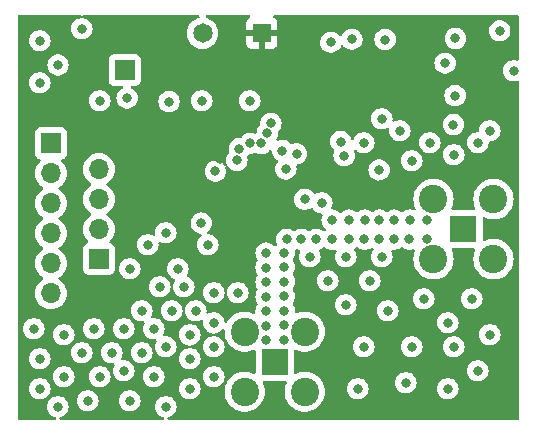
<source format=gbr>
%TF.GenerationSoftware,KiCad,Pcbnew,7.0.5*%
%TF.CreationDate,2023-11-05T09:22:56-05:00*%
%TF.ProjectId,radio,72616469-6f2e-46b6-9963-61645f706362,rev?*%
%TF.SameCoordinates,Original*%
%TF.FileFunction,Copper,L3,Inr*%
%TF.FilePolarity,Positive*%
%FSLAX46Y46*%
G04 Gerber Fmt 4.6, Leading zero omitted, Abs format (unit mm)*
G04 Created by KiCad (PCBNEW 7.0.5) date 2023-11-05 09:22:56*
%MOMM*%
%LPD*%
G01*
G04 APERTURE LIST*
%TA.AperFunction,ComponentPad*%
%ADD10R,1.700000X1.700000*%
%TD*%
%TA.AperFunction,ComponentPad*%
%ADD11O,1.700000X1.700000*%
%TD*%
%TA.AperFunction,ComponentPad*%
%ADD12R,2.250000X2.250000*%
%TD*%
%TA.AperFunction,ComponentPad*%
%ADD13C,2.400000*%
%TD*%
%TA.AperFunction,ComponentPad*%
%ADD14R,1.650000X1.650000*%
%TD*%
%TA.AperFunction,ComponentPad*%
%ADD15C,1.650000*%
%TD*%
%TA.AperFunction,ViaPad*%
%ADD16C,0.800000*%
%TD*%
G04 APERTURE END LIST*
D10*
%TO.N,Net-(J2-Pin_1)*%
%TO.C,J2*%
X105079800Y-90119200D03*
D11*
%TO.N,Net-(J2-Pin_2)*%
X105079800Y-87579200D03*
%TO.N,Net-(J2-Pin_3)*%
X105079800Y-85039200D03*
%TO.N,Net-(J2-Pin_4)*%
X105079800Y-82499200D03*
%TD*%
D10*
%TO.N,Antenna_State*%
%TO.C,J3*%
X107264200Y-74091800D03*
%TD*%
D12*
%TO.N,Power_Amp_In*%
%TO.C,J6*%
X119964200Y-98806000D03*
D13*
%TO.N,GND*%
X122504200Y-96266000D03*
X117424200Y-96266000D03*
X117424200Y-101346000D03*
X122504200Y-101346000D03*
%TD*%
D12*
%TO.N,LNA_OUTPUT*%
%TO.C,J5*%
X135940800Y-87579200D03*
D13*
%TO.N,GND*%
X133400800Y-85039200D03*
X133400800Y-90119200D03*
X138480800Y-90119200D03*
X138480800Y-85039200D03*
%TD*%
D10*
%TO.N,/DIO0*%
%TO.C,J1*%
X101015800Y-80314800D03*
D11*
%TO.N,/DIO1*%
X101015800Y-82854800D03*
%TO.N,/DIO2*%
X101015800Y-85394800D03*
%TO.N,/DIO3*%
X101015800Y-87934800D03*
%TO.N,/DIO4*%
X101015800Y-90474800D03*
%TO.N,/DIO5*%
X101015800Y-93014800D03*
%TD*%
D14*
%TO.N,+3.3V*%
%TO.C,J4*%
X118849300Y-70993000D03*
D15*
%TO.N,GND*%
X113849300Y-70993000D03*
%TD*%
D16*
%TO.N,GND*%
X128828800Y-86817200D03*
X129540000Y-94488000D03*
X129032000Y-89916000D03*
X131394200Y-86817200D03*
X130073400Y-86817200D03*
X112268000Y-92456000D03*
X100076000Y-71628000D03*
X110744000Y-102616000D03*
X131064000Y-100584000D03*
X111760000Y-90932000D03*
X120777000Y-90792300D03*
X130556000Y-79248000D03*
X126263400Y-86817200D03*
X120777000Y-93256100D03*
X134620000Y-95504000D03*
X107696000Y-90932000D03*
X120980200Y-88442800D03*
X127000000Y-101092000D03*
X139018507Y-70787274D03*
X105156000Y-76708000D03*
X112776000Y-96520000D03*
X103632000Y-98044000D03*
X102108000Y-96520000D03*
X114300000Y-88900000D03*
X132842000Y-86817200D03*
X136652000Y-93472000D03*
X133096000Y-80264000D03*
X135128000Y-97536000D03*
X125831600Y-81355100D03*
X140208000Y-74168000D03*
X135082844Y-78731483D03*
X114808000Y-95504000D03*
X117856000Y-76708000D03*
X138176000Y-79248000D03*
X112776000Y-98552000D03*
X120777000Y-95719900D03*
X120777000Y-89560400D03*
X124714000Y-71755000D03*
X105156000Y-100076000D03*
X108712000Y-98044000D03*
X132816600Y-88442800D03*
X114808000Y-92964000D03*
X128803400Y-82574300D03*
X119227600Y-93306900D03*
X123469400Y-88442800D03*
X116840000Y-92964000D03*
X137160000Y-80264000D03*
X122224800Y-88442800D03*
X106172000Y-98044000D03*
X119227600Y-95770700D03*
X135255000Y-71425900D03*
X119227600Y-90843100D03*
X129032000Y-78232000D03*
X134620000Y-101092000D03*
X111252000Y-94488000D03*
X114808000Y-100076000D03*
X124790200Y-88442800D03*
X135229600Y-76277300D03*
X113792000Y-76708000D03*
X120777000Y-96951800D03*
X124815600Y-86817200D03*
X127508000Y-97536000D03*
X131572000Y-97536000D03*
X107188000Y-99568000D03*
X99568000Y-96012000D03*
X131368800Y-88442800D03*
X127584200Y-86817200D03*
X108712000Y-94488000D03*
X119227600Y-89611200D03*
X114935000Y-82677000D03*
X109220000Y-88900000D03*
X104140000Y-102108000D03*
X127508000Y-80264000D03*
X138176000Y-96520000D03*
X130048000Y-88442800D03*
X100076000Y-75184000D03*
X124460000Y-91948000D03*
X120777000Y-92024200D03*
X100076000Y-98552000D03*
X104648000Y-96012000D03*
X132588000Y-93472000D03*
X125984000Y-93980000D03*
X110236000Y-92456000D03*
X135128000Y-81280000D03*
X126238000Y-88442800D03*
X125552200Y-80161300D03*
X119227600Y-97002600D03*
X102108000Y-100076000D03*
X113284000Y-94488000D03*
X110744000Y-97536000D03*
X107460319Y-76490342D03*
X100076000Y-101092000D03*
X107696000Y-102108000D03*
X128803400Y-88442800D03*
X103632000Y-70612000D03*
X125984000Y-89916000D03*
X137160000Y-99568000D03*
X128016000Y-91948000D03*
X111013348Y-76781872D03*
X119227600Y-94538800D03*
X107188000Y-96012000D03*
X101600000Y-102616000D03*
X109728000Y-100076000D03*
X131572000Y-81788000D03*
X129311700Y-71526700D03*
X122936000Y-89916000D03*
X110744000Y-87884000D03*
X112776000Y-101092000D03*
X119227600Y-92075000D03*
X109728000Y-96012000D03*
X101611486Y-73684360D03*
X114808000Y-97536000D03*
X120777000Y-94488000D03*
X127558800Y-88442800D03*
%TO.N,Net-(U1-VR_DIG)*%
X122503519Y-85051400D03*
X121818400Y-81203800D03*
%TO.N,Net-(U1-VR_ANA)*%
X123952000Y-85344000D03*
X120611900Y-80924400D03*
%TO.N,+3.3V*%
X112649000Y-83566000D03*
X122174000Y-73152000D03*
X139192000Y-75692000D03*
X108458000Y-81661000D03*
X109093000Y-83566000D03*
X115316000Y-81661000D03*
X122123200Y-86308100D03*
X116789200Y-89916000D03*
X128879600Y-83869700D03*
%TO.N,Antenna_State*%
X126492000Y-71501000D03*
X113741200Y-87071200D03*
%TO.N,/DIO0*%
X119634000Y-78613000D03*
%TO.N,/DIO1*%
X119316155Y-79483277D03*
%TO.N,/DIO2*%
X118831598Y-80316858D03*
%TO.N,/DIO3*%
X117905121Y-80310031D03*
%TO.N,/DIO4*%
X116967000Y-80765100D03*
%TO.N,/DIO5*%
X116755700Y-81764312D03*
%TO.N,Net-(U1-~{RESET})*%
X134391400Y-73534100D03*
X120904000Y-82499200D03*
%TD*%
%TA.AperFunction,Conductor*%
%TO.N,+3.3V*%
G36*
X103563134Y-69489185D02*
G01*
X103608889Y-69541989D01*
X103618833Y-69611147D01*
X103589808Y-69674703D01*
X103531030Y-69712477D01*
X103521876Y-69714790D01*
X103352197Y-69750855D01*
X103352192Y-69750857D01*
X103179270Y-69827848D01*
X103179265Y-69827851D01*
X103026129Y-69939111D01*
X102899466Y-70079785D01*
X102804821Y-70243715D01*
X102804818Y-70243722D01*
X102746327Y-70423740D01*
X102746326Y-70423744D01*
X102726540Y-70612000D01*
X102746326Y-70800256D01*
X102746327Y-70800259D01*
X102804818Y-70980277D01*
X102804821Y-70980284D01*
X102899467Y-71144216D01*
X103014485Y-71271956D01*
X103026129Y-71284888D01*
X103179265Y-71396148D01*
X103179270Y-71396151D01*
X103352192Y-71473142D01*
X103352197Y-71473144D01*
X103537354Y-71512500D01*
X103537355Y-71512500D01*
X103726644Y-71512500D01*
X103726646Y-71512500D01*
X103911803Y-71473144D01*
X104084730Y-71396151D01*
X104237871Y-71284888D01*
X104364533Y-71144216D01*
X104459179Y-70980284D01*
X104517674Y-70800256D01*
X104537460Y-70612000D01*
X104517674Y-70423744D01*
X104459179Y-70243716D01*
X104364533Y-70079784D01*
X104237871Y-69939112D01*
X104237870Y-69939111D01*
X104084734Y-69827851D01*
X104084729Y-69827848D01*
X103911807Y-69750857D01*
X103911802Y-69750855D01*
X103742124Y-69714790D01*
X103680642Y-69681598D01*
X103646866Y-69620435D01*
X103651518Y-69550720D01*
X103693123Y-69494588D01*
X103758470Y-69469859D01*
X103767905Y-69469500D01*
X113471869Y-69469500D01*
X113538908Y-69489185D01*
X113584663Y-69541989D01*
X113594607Y-69611147D01*
X113565582Y-69674703D01*
X113506804Y-69712477D01*
X113504007Y-69713262D01*
X113406320Y-69739437D01*
X113394217Y-69742681D01*
X113184018Y-69840699D01*
X113184014Y-69840701D01*
X112994035Y-69973726D01*
X112994029Y-69973731D01*
X112830031Y-70137729D01*
X112830026Y-70137735D01*
X112697001Y-70327714D01*
X112696999Y-70327718D01*
X112598981Y-70537917D01*
X112538951Y-70761948D01*
X112538950Y-70761955D01*
X112518737Y-70992998D01*
X112518737Y-70993001D01*
X112538950Y-71224044D01*
X112538951Y-71224051D01*
X112598978Y-71448074D01*
X112598979Y-71448076D01*
X112598980Y-71448079D01*
X112696999Y-71658282D01*
X112830030Y-71848269D01*
X112994031Y-72012270D01*
X113184018Y-72145301D01*
X113394221Y-72243320D01*
X113618250Y-72303349D01*
X113783285Y-72317787D01*
X113849298Y-72323563D01*
X113849300Y-72323563D01*
X113849302Y-72323563D01*
X113912886Y-72318000D01*
X114080350Y-72303349D01*
X114304379Y-72243320D01*
X114514582Y-72145301D01*
X114704569Y-72012270D01*
X114868570Y-71848269D01*
X115001601Y-71658282D01*
X115099620Y-71448079D01*
X115159649Y-71224050D01*
X115179863Y-70993000D01*
X115177744Y-70968785D01*
X115171174Y-70893684D01*
X115159649Y-70761950D01*
X115099620Y-70537921D01*
X115001601Y-70327719D01*
X115001599Y-70327716D01*
X115001598Y-70327714D01*
X114868573Y-70137735D01*
X114868568Y-70137729D01*
X114704569Y-69973730D01*
X114704563Y-69973726D01*
X114514582Y-69840699D01*
X114304379Y-69742680D01*
X114304376Y-69742679D01*
X114304374Y-69742678D01*
X114194639Y-69713275D01*
X114134979Y-69676910D01*
X114104450Y-69614063D01*
X114112745Y-69544687D01*
X114157230Y-69490809D01*
X114223782Y-69469535D01*
X114226733Y-69469500D01*
X117779000Y-69469500D01*
X117846039Y-69489185D01*
X117891794Y-69541989D01*
X117901738Y-69611147D01*
X117872713Y-69674703D01*
X117822333Y-69709682D01*
X117782213Y-69724645D01*
X117782206Y-69724649D01*
X117667112Y-69810809D01*
X117667109Y-69810812D01*
X117580949Y-69925906D01*
X117580945Y-69925913D01*
X117530703Y-70060620D01*
X117530701Y-70060627D01*
X117524300Y-70120155D01*
X117524300Y-70743000D01*
X118248572Y-70743000D01*
X118226200Y-70790543D01*
X118195427Y-70951862D01*
X118205739Y-71115766D01*
X118247080Y-71243000D01*
X117524300Y-71243000D01*
X117524300Y-71865844D01*
X117530701Y-71925372D01*
X117530703Y-71925379D01*
X117580945Y-72060086D01*
X117580949Y-72060093D01*
X117667109Y-72175187D01*
X117667112Y-72175190D01*
X117782206Y-72261350D01*
X117782213Y-72261354D01*
X117916920Y-72311596D01*
X117916927Y-72311598D01*
X117976455Y-72317999D01*
X117976472Y-72318000D01*
X118599300Y-72318000D01*
X118599300Y-71597310D01*
X118608117Y-71602158D01*
X118767186Y-71643000D01*
X118890194Y-71643000D01*
X119012233Y-71627583D01*
X119099300Y-71593110D01*
X119099300Y-72318000D01*
X119722128Y-72318000D01*
X119722144Y-72317999D01*
X119781672Y-72311598D01*
X119781679Y-72311596D01*
X119916386Y-72261354D01*
X119916393Y-72261350D01*
X120031487Y-72175190D01*
X120031490Y-72175187D01*
X120117650Y-72060093D01*
X120117654Y-72060086D01*
X120167896Y-71925379D01*
X120167898Y-71925372D01*
X120174299Y-71865844D01*
X120174300Y-71865827D01*
X120174300Y-71755000D01*
X123808540Y-71755000D01*
X123828326Y-71943256D01*
X123828327Y-71943259D01*
X123886818Y-72123277D01*
X123886820Y-72123281D01*
X123886821Y-72123284D01*
X123981467Y-72287216D01*
X124072073Y-72387844D01*
X124108129Y-72427888D01*
X124261265Y-72539148D01*
X124261270Y-72539151D01*
X124434192Y-72616142D01*
X124434197Y-72616144D01*
X124619354Y-72655500D01*
X124619355Y-72655500D01*
X124808644Y-72655500D01*
X124808646Y-72655500D01*
X124993803Y-72616144D01*
X125166730Y-72539151D01*
X125319871Y-72427888D01*
X125446533Y-72287216D01*
X125541179Y-72123284D01*
X125554198Y-72083213D01*
X125593634Y-72025540D01*
X125657992Y-71998341D01*
X125726839Y-72010254D01*
X125764278Y-72038559D01*
X125840559Y-72123277D01*
X125886129Y-72173888D01*
X126039265Y-72285148D01*
X126039270Y-72285151D01*
X126212192Y-72362142D01*
X126212197Y-72362144D01*
X126397354Y-72401500D01*
X126397355Y-72401500D01*
X126586644Y-72401500D01*
X126586646Y-72401500D01*
X126771803Y-72362144D01*
X126944730Y-72285151D01*
X127097871Y-72173888D01*
X127224533Y-72033216D01*
X127319179Y-71869284D01*
X127377674Y-71689256D01*
X127394759Y-71526700D01*
X128406240Y-71526700D01*
X128426026Y-71714956D01*
X128426027Y-71714959D01*
X128484518Y-71894977D01*
X128484521Y-71894984D01*
X128579167Y-72058916D01*
X128670378Y-72160216D01*
X128705829Y-72199588D01*
X128858965Y-72310848D01*
X128858970Y-72310851D01*
X129031892Y-72387842D01*
X129031897Y-72387844D01*
X129217054Y-72427200D01*
X129217055Y-72427200D01*
X129406344Y-72427200D01*
X129406346Y-72427200D01*
X129591503Y-72387844D01*
X129764430Y-72310851D01*
X129917571Y-72199588D01*
X130044233Y-72058916D01*
X130138879Y-71894984D01*
X130197374Y-71714956D01*
X130217160Y-71526700D01*
X130206566Y-71425900D01*
X134349540Y-71425900D01*
X134369326Y-71614156D01*
X134369327Y-71614159D01*
X134427818Y-71794177D01*
X134427821Y-71794184D01*
X134522467Y-71958116D01*
X134614288Y-72060093D01*
X134649129Y-72098788D01*
X134802265Y-72210048D01*
X134802270Y-72210051D01*
X134975192Y-72287042D01*
X134975197Y-72287044D01*
X135160354Y-72326400D01*
X135160355Y-72326400D01*
X135349644Y-72326400D01*
X135349646Y-72326400D01*
X135534803Y-72287044D01*
X135707730Y-72210051D01*
X135860871Y-72098788D01*
X135987533Y-71958116D01*
X136082179Y-71794184D01*
X136140674Y-71614156D01*
X136160460Y-71425900D01*
X136140674Y-71237644D01*
X136082179Y-71057616D01*
X135987533Y-70893684D01*
X135891721Y-70787274D01*
X138113047Y-70787274D01*
X138132833Y-70975530D01*
X138132834Y-70975533D01*
X138191325Y-71155551D01*
X138191328Y-71155558D01*
X138285974Y-71319490D01*
X138401752Y-71448074D01*
X138412636Y-71460162D01*
X138565772Y-71571422D01*
X138565777Y-71571425D01*
X138738699Y-71648416D01*
X138738704Y-71648418D01*
X138923861Y-71687774D01*
X138923862Y-71687774D01*
X139113151Y-71687774D01*
X139113153Y-71687774D01*
X139298310Y-71648418D01*
X139471237Y-71571425D01*
X139624378Y-71460162D01*
X139751040Y-71319490D01*
X139845686Y-71155558D01*
X139904181Y-70975530D01*
X139923967Y-70787274D01*
X139904181Y-70599018D01*
X139845686Y-70418990D01*
X139751040Y-70255058D01*
X139624378Y-70114386D01*
X139576754Y-70079785D01*
X139471241Y-70003125D01*
X139471236Y-70003122D01*
X139298314Y-69926131D01*
X139298309Y-69926129D01*
X139152507Y-69895139D01*
X139113153Y-69886774D01*
X138923861Y-69886774D01*
X138891404Y-69893672D01*
X138738704Y-69926129D01*
X138738699Y-69926131D01*
X138565777Y-70003122D01*
X138565772Y-70003125D01*
X138412636Y-70114385D01*
X138285973Y-70255059D01*
X138191328Y-70418989D01*
X138191325Y-70418996D01*
X138143965Y-70564756D01*
X138132833Y-70599018D01*
X138113047Y-70787274D01*
X135891721Y-70787274D01*
X135860871Y-70753012D01*
X135846470Y-70742549D01*
X135707734Y-70641751D01*
X135707729Y-70641748D01*
X135534807Y-70564757D01*
X135534802Y-70564755D01*
X135389000Y-70533765D01*
X135349646Y-70525400D01*
X135160354Y-70525400D01*
X135127897Y-70532298D01*
X134975197Y-70564755D01*
X134975192Y-70564757D01*
X134802270Y-70641748D01*
X134802265Y-70641751D01*
X134649129Y-70753011D01*
X134522466Y-70893685D01*
X134427821Y-71057615D01*
X134427818Y-71057622D01*
X134371660Y-71230461D01*
X134369326Y-71237644D01*
X134349540Y-71425900D01*
X130206566Y-71425900D01*
X130197374Y-71338444D01*
X130138879Y-71158416D01*
X130044233Y-70994484D01*
X129917571Y-70853812D01*
X129903861Y-70843851D01*
X129764434Y-70742551D01*
X129764429Y-70742548D01*
X129591507Y-70665557D01*
X129591502Y-70665555D01*
X129445701Y-70634565D01*
X129406346Y-70626200D01*
X129217054Y-70626200D01*
X129184597Y-70633098D01*
X129031897Y-70665555D01*
X129031892Y-70665557D01*
X128858970Y-70742548D01*
X128858965Y-70742551D01*
X128705829Y-70853811D01*
X128579166Y-70994485D01*
X128484521Y-71158415D01*
X128484518Y-71158422D01*
X128426027Y-71338440D01*
X128426026Y-71338444D01*
X128406240Y-71526700D01*
X127394759Y-71526700D01*
X127397460Y-71501000D01*
X127377674Y-71312744D01*
X127319179Y-71132716D01*
X127224533Y-70968784D01*
X127097871Y-70828112D01*
X127097870Y-70828111D01*
X126944734Y-70716851D01*
X126944729Y-70716848D01*
X126771807Y-70639857D01*
X126771802Y-70639855D01*
X126626001Y-70608865D01*
X126586646Y-70600500D01*
X126397354Y-70600500D01*
X126364897Y-70607398D01*
X126212197Y-70639855D01*
X126212192Y-70639857D01*
X126039270Y-70716848D01*
X126039265Y-70716851D01*
X125886129Y-70828111D01*
X125759466Y-70968785D01*
X125664821Y-71132715D01*
X125664819Y-71132719D01*
X125651801Y-71172786D01*
X125612363Y-71230461D01*
X125548004Y-71257659D01*
X125479158Y-71245744D01*
X125441720Y-71217439D01*
X125421927Y-71195457D01*
X125319871Y-71082112D01*
X125319870Y-71082111D01*
X125166734Y-70970851D01*
X125166729Y-70970848D01*
X124993807Y-70893857D01*
X124993802Y-70893855D01*
X124848001Y-70862865D01*
X124808646Y-70854500D01*
X124619354Y-70854500D01*
X124586897Y-70861398D01*
X124434197Y-70893855D01*
X124434192Y-70893857D01*
X124261270Y-70970848D01*
X124261265Y-70970851D01*
X124108129Y-71082111D01*
X123981466Y-71222785D01*
X123886821Y-71386715D01*
X123886818Y-71386722D01*
X123845951Y-71512500D01*
X123828326Y-71566744D01*
X123808540Y-71755000D01*
X120174300Y-71755000D01*
X120174300Y-71243000D01*
X119450028Y-71243000D01*
X119472400Y-71195457D01*
X119503173Y-71034138D01*
X119492861Y-70870234D01*
X119451520Y-70743000D01*
X120174300Y-70743000D01*
X120174300Y-70120172D01*
X120174299Y-70120155D01*
X120167898Y-70060627D01*
X120167896Y-70060620D01*
X120117654Y-69925913D01*
X120117650Y-69925906D01*
X120031490Y-69810812D01*
X120031487Y-69810809D01*
X119916393Y-69724649D01*
X119916386Y-69724645D01*
X119876267Y-69709682D01*
X119820333Y-69667811D01*
X119795916Y-69602347D01*
X119810768Y-69534074D01*
X119860173Y-69484668D01*
X119919600Y-69469500D01*
X140502600Y-69469500D01*
X140569639Y-69489185D01*
X140615394Y-69541989D01*
X140626600Y-69593500D01*
X140626600Y-73183231D01*
X140606915Y-73250270D01*
X140554111Y-73296025D01*
X140484953Y-73305969D01*
X140476819Y-73304521D01*
X140375069Y-73282894D01*
X140302646Y-73267500D01*
X140113354Y-73267500D01*
X140080897Y-73274398D01*
X139928197Y-73306855D01*
X139928192Y-73306857D01*
X139755270Y-73383848D01*
X139755265Y-73383851D01*
X139602129Y-73495111D01*
X139475466Y-73635785D01*
X139380821Y-73799715D01*
X139380818Y-73799722D01*
X139322327Y-73979740D01*
X139322326Y-73979744D01*
X139302540Y-74168000D01*
X139322326Y-74356256D01*
X139322327Y-74356259D01*
X139380818Y-74536277D01*
X139380821Y-74536284D01*
X139475467Y-74700216D01*
X139602129Y-74840888D01*
X139755265Y-74952148D01*
X139755270Y-74952151D01*
X139928192Y-75029142D01*
X139928197Y-75029144D01*
X140113354Y-75068500D01*
X140113355Y-75068500D01*
X140302644Y-75068500D01*
X140302646Y-75068500D01*
X140476821Y-75031478D01*
X140546486Y-75036794D01*
X140602220Y-75078931D01*
X140626325Y-75144511D01*
X140626600Y-75152768D01*
X140626600Y-103609100D01*
X140606915Y-103676139D01*
X140554111Y-103721894D01*
X140502600Y-103733100D01*
X110999404Y-103733100D01*
X110932365Y-103713415D01*
X110886610Y-103660611D01*
X110876666Y-103591453D01*
X110905691Y-103527897D01*
X110964469Y-103490123D01*
X110973624Y-103487810D01*
X110986282Y-103485119D01*
X111023803Y-103477144D01*
X111196730Y-103400151D01*
X111349871Y-103288888D01*
X111476533Y-103148216D01*
X111571179Y-102984284D01*
X111629674Y-102804256D01*
X111649460Y-102616000D01*
X111629674Y-102427744D01*
X111571179Y-102247716D01*
X111476533Y-102083784D01*
X111349871Y-101943112D01*
X111317708Y-101919744D01*
X111196734Y-101831851D01*
X111196729Y-101831848D01*
X111023807Y-101754857D01*
X111023802Y-101754855D01*
X110878000Y-101723865D01*
X110838646Y-101715500D01*
X110649354Y-101715500D01*
X110616897Y-101722398D01*
X110464197Y-101754855D01*
X110464192Y-101754857D01*
X110291270Y-101831848D01*
X110291265Y-101831851D01*
X110138129Y-101943111D01*
X110011466Y-102083785D01*
X109916821Y-102247715D01*
X109916818Y-102247722D01*
X109897684Y-102306612D01*
X109858326Y-102427744D01*
X109838540Y-102616000D01*
X109858326Y-102804256D01*
X109858327Y-102804259D01*
X109916818Y-102984277D01*
X109916821Y-102984284D01*
X110011467Y-103148216D01*
X110138128Y-103288887D01*
X110138129Y-103288888D01*
X110291265Y-103400148D01*
X110291270Y-103400151D01*
X110464192Y-103477142D01*
X110464193Y-103477142D01*
X110464197Y-103477144D01*
X110497514Y-103484225D01*
X110514376Y-103487810D01*
X110575858Y-103521002D01*
X110609635Y-103582165D01*
X110604983Y-103651879D01*
X110563379Y-103708012D01*
X110498031Y-103732741D01*
X110488596Y-103733100D01*
X101855404Y-103733100D01*
X101788365Y-103713415D01*
X101742610Y-103660611D01*
X101732666Y-103591453D01*
X101761691Y-103527897D01*
X101820469Y-103490123D01*
X101829624Y-103487810D01*
X101842282Y-103485119D01*
X101879803Y-103477144D01*
X102052730Y-103400151D01*
X102205871Y-103288888D01*
X102332533Y-103148216D01*
X102427179Y-102984284D01*
X102485674Y-102804256D01*
X102505460Y-102616000D01*
X102485674Y-102427744D01*
X102427179Y-102247716D01*
X102346514Y-102108000D01*
X103234540Y-102108000D01*
X103254326Y-102296256D01*
X103254327Y-102296259D01*
X103312818Y-102476277D01*
X103312821Y-102476284D01*
X103407467Y-102640216D01*
X103534129Y-102780888D01*
X103687265Y-102892148D01*
X103687270Y-102892151D01*
X103860192Y-102969142D01*
X103860197Y-102969144D01*
X104045354Y-103008500D01*
X104045355Y-103008500D01*
X104234644Y-103008500D01*
X104234646Y-103008500D01*
X104419803Y-102969144D01*
X104592730Y-102892151D01*
X104745871Y-102780888D01*
X104872533Y-102640216D01*
X104967179Y-102476284D01*
X105025674Y-102296256D01*
X105045460Y-102108000D01*
X106790540Y-102108000D01*
X106810326Y-102296256D01*
X106810327Y-102296259D01*
X106868818Y-102476277D01*
X106868821Y-102476284D01*
X106963467Y-102640216D01*
X107090129Y-102780888D01*
X107243265Y-102892148D01*
X107243270Y-102892151D01*
X107416192Y-102969142D01*
X107416197Y-102969144D01*
X107601354Y-103008500D01*
X107601355Y-103008500D01*
X107790644Y-103008500D01*
X107790646Y-103008500D01*
X107975803Y-102969144D01*
X108148730Y-102892151D01*
X108301871Y-102780888D01*
X108428533Y-102640216D01*
X108523179Y-102476284D01*
X108581674Y-102296256D01*
X108601460Y-102108000D01*
X108581674Y-101919744D01*
X108523179Y-101739716D01*
X108428533Y-101575784D01*
X108301871Y-101435112D01*
X108301870Y-101435111D01*
X108148734Y-101323851D01*
X108148729Y-101323848D01*
X107975807Y-101246857D01*
X107975802Y-101246855D01*
X107830001Y-101215865D01*
X107790646Y-101207500D01*
X107601354Y-101207500D01*
X107568897Y-101214398D01*
X107416197Y-101246855D01*
X107416192Y-101246857D01*
X107243270Y-101323848D01*
X107243265Y-101323851D01*
X107090129Y-101435111D01*
X106963466Y-101575785D01*
X106868821Y-101739715D01*
X106868818Y-101739722D01*
X106838884Y-101831851D01*
X106810326Y-101919744D01*
X106790540Y-102108000D01*
X105045460Y-102108000D01*
X105025674Y-101919744D01*
X104967179Y-101739716D01*
X104872533Y-101575784D01*
X104745871Y-101435112D01*
X104745870Y-101435111D01*
X104592734Y-101323851D01*
X104592729Y-101323848D01*
X104419807Y-101246857D01*
X104419802Y-101246855D01*
X104274000Y-101215865D01*
X104234646Y-101207500D01*
X104045354Y-101207500D01*
X104012897Y-101214398D01*
X103860197Y-101246855D01*
X103860192Y-101246857D01*
X103687270Y-101323848D01*
X103687265Y-101323851D01*
X103534129Y-101435111D01*
X103407466Y-101575785D01*
X103312821Y-101739715D01*
X103312818Y-101739722D01*
X103282884Y-101831851D01*
X103254326Y-101919744D01*
X103234540Y-102108000D01*
X102346514Y-102108000D01*
X102332533Y-102083784D01*
X102205871Y-101943112D01*
X102173708Y-101919744D01*
X102052734Y-101831851D01*
X102052729Y-101831848D01*
X101879807Y-101754857D01*
X101879802Y-101754855D01*
X101734001Y-101723865D01*
X101694646Y-101715500D01*
X101505354Y-101715500D01*
X101472897Y-101722398D01*
X101320197Y-101754855D01*
X101320192Y-101754857D01*
X101147270Y-101831848D01*
X101147265Y-101831851D01*
X100994129Y-101943111D01*
X100867466Y-102083785D01*
X100772821Y-102247715D01*
X100772818Y-102247722D01*
X100753684Y-102306612D01*
X100714326Y-102427744D01*
X100694540Y-102616000D01*
X100714326Y-102804256D01*
X100714327Y-102804259D01*
X100772818Y-102984277D01*
X100772821Y-102984284D01*
X100867467Y-103148216D01*
X100994129Y-103288888D01*
X101147265Y-103400148D01*
X101147270Y-103400151D01*
X101320192Y-103477142D01*
X101320193Y-103477142D01*
X101320197Y-103477144D01*
X101353514Y-103484225D01*
X101370376Y-103487810D01*
X101431858Y-103521002D01*
X101465635Y-103582165D01*
X101460983Y-103651879D01*
X101419379Y-103708012D01*
X101354031Y-103732741D01*
X101344596Y-103733100D01*
X98308200Y-103733100D01*
X98241161Y-103713415D01*
X98195406Y-103660611D01*
X98184200Y-103609100D01*
X98184200Y-101092000D01*
X99170540Y-101092000D01*
X99190326Y-101280256D01*
X99190327Y-101280259D01*
X99248818Y-101460277D01*
X99248821Y-101460284D01*
X99343467Y-101624216D01*
X99461095Y-101754855D01*
X99470129Y-101764888D01*
X99623265Y-101876148D01*
X99623270Y-101876151D01*
X99796192Y-101953142D01*
X99796197Y-101953144D01*
X99981354Y-101992500D01*
X99981355Y-101992500D01*
X100170644Y-101992500D01*
X100170646Y-101992500D01*
X100355803Y-101953144D01*
X100528730Y-101876151D01*
X100681871Y-101764888D01*
X100808533Y-101624216D01*
X100903179Y-101460284D01*
X100961674Y-101280256D01*
X100981460Y-101092000D01*
X111870540Y-101092000D01*
X111890326Y-101280256D01*
X111890327Y-101280259D01*
X111948818Y-101460277D01*
X111948821Y-101460284D01*
X112043467Y-101624216D01*
X112161095Y-101754855D01*
X112170129Y-101764888D01*
X112323265Y-101876148D01*
X112323270Y-101876151D01*
X112496192Y-101953142D01*
X112496197Y-101953144D01*
X112681354Y-101992500D01*
X112681355Y-101992500D01*
X112870644Y-101992500D01*
X112870646Y-101992500D01*
X113055803Y-101953144D01*
X113228730Y-101876151D01*
X113381871Y-101764888D01*
X113508533Y-101624216D01*
X113603179Y-101460284D01*
X113661674Y-101280256D01*
X113681460Y-101092000D01*
X113661674Y-100903744D01*
X113603179Y-100723716D01*
X113508533Y-100559784D01*
X113381871Y-100419112D01*
X113349708Y-100395744D01*
X113228734Y-100307851D01*
X113228729Y-100307848D01*
X113055807Y-100230857D01*
X113055802Y-100230855D01*
X112910001Y-100199865D01*
X112870646Y-100191500D01*
X112681354Y-100191500D01*
X112648897Y-100198398D01*
X112496197Y-100230855D01*
X112496192Y-100230857D01*
X112323270Y-100307848D01*
X112323265Y-100307851D01*
X112170129Y-100419111D01*
X112043466Y-100559785D01*
X111948821Y-100723715D01*
X111948818Y-100723722D01*
X111909945Y-100843362D01*
X111890326Y-100903744D01*
X111873577Y-101063101D01*
X111870557Y-101091843D01*
X111870540Y-101092000D01*
X100981460Y-101092000D01*
X100961674Y-100903744D01*
X100903179Y-100723716D01*
X100808533Y-100559784D01*
X100681871Y-100419112D01*
X100649708Y-100395744D01*
X100528734Y-100307851D01*
X100528729Y-100307848D01*
X100355807Y-100230857D01*
X100355802Y-100230855D01*
X100210001Y-100199865D01*
X100170646Y-100191500D01*
X99981354Y-100191500D01*
X99948897Y-100198398D01*
X99796197Y-100230855D01*
X99796192Y-100230857D01*
X99623270Y-100307848D01*
X99623265Y-100307851D01*
X99470129Y-100419111D01*
X99343466Y-100559785D01*
X99248821Y-100723715D01*
X99248818Y-100723722D01*
X99209945Y-100843362D01*
X99190326Y-100903744D01*
X99170540Y-101092000D01*
X98184200Y-101092000D01*
X98184200Y-100076000D01*
X101202540Y-100076000D01*
X101222326Y-100264256D01*
X101222327Y-100264259D01*
X101280818Y-100444277D01*
X101280821Y-100444284D01*
X101375467Y-100608216D01*
X101502129Y-100748888D01*
X101655265Y-100860148D01*
X101655270Y-100860151D01*
X101828192Y-100937142D01*
X101828197Y-100937144D01*
X102013354Y-100976500D01*
X102013355Y-100976500D01*
X102202644Y-100976500D01*
X102202646Y-100976500D01*
X102387803Y-100937144D01*
X102560730Y-100860151D01*
X102713871Y-100748888D01*
X102840533Y-100608216D01*
X102935179Y-100444284D01*
X102993674Y-100264256D01*
X103013460Y-100076000D01*
X104250540Y-100076000D01*
X104270326Y-100264256D01*
X104270327Y-100264259D01*
X104328818Y-100444277D01*
X104328821Y-100444284D01*
X104423467Y-100608216D01*
X104550129Y-100748888D01*
X104703265Y-100860148D01*
X104703270Y-100860151D01*
X104876192Y-100937142D01*
X104876197Y-100937144D01*
X105061354Y-100976500D01*
X105061355Y-100976500D01*
X105250644Y-100976500D01*
X105250646Y-100976500D01*
X105435803Y-100937144D01*
X105608730Y-100860151D01*
X105761871Y-100748888D01*
X105888533Y-100608216D01*
X105983179Y-100444284D01*
X106041674Y-100264256D01*
X106061460Y-100076000D01*
X106041674Y-99887744D01*
X105983179Y-99707716D01*
X105888533Y-99543784D01*
X105761871Y-99403112D01*
X105729708Y-99379744D01*
X105608734Y-99291851D01*
X105608729Y-99291848D01*
X105435807Y-99214857D01*
X105435802Y-99214855D01*
X105290000Y-99183865D01*
X105250646Y-99175500D01*
X105061354Y-99175500D01*
X105028897Y-99182398D01*
X104876197Y-99214855D01*
X104876192Y-99214857D01*
X104703270Y-99291848D01*
X104703265Y-99291851D01*
X104550129Y-99403111D01*
X104423466Y-99543785D01*
X104328821Y-99707715D01*
X104328818Y-99707722D01*
X104276354Y-99869191D01*
X104270326Y-99887744D01*
X104250540Y-100076000D01*
X103013460Y-100076000D01*
X102993674Y-99887744D01*
X102935179Y-99707716D01*
X102840533Y-99543784D01*
X102713871Y-99403112D01*
X102681708Y-99379744D01*
X102560734Y-99291851D01*
X102560729Y-99291848D01*
X102387807Y-99214857D01*
X102387802Y-99214855D01*
X102242001Y-99183865D01*
X102202646Y-99175500D01*
X102013354Y-99175500D01*
X101980897Y-99182398D01*
X101828197Y-99214855D01*
X101828192Y-99214857D01*
X101655270Y-99291848D01*
X101655265Y-99291851D01*
X101502129Y-99403111D01*
X101375466Y-99543785D01*
X101280821Y-99707715D01*
X101280818Y-99707722D01*
X101228354Y-99869191D01*
X101222326Y-99887744D01*
X101202540Y-100076000D01*
X98184200Y-100076000D01*
X98184200Y-98552000D01*
X99170540Y-98552000D01*
X99190326Y-98740256D01*
X99190327Y-98740259D01*
X99248818Y-98920277D01*
X99248821Y-98920284D01*
X99343467Y-99084216D01*
X99461095Y-99214855D01*
X99470129Y-99224888D01*
X99623265Y-99336148D01*
X99623270Y-99336151D01*
X99796192Y-99413142D01*
X99796197Y-99413144D01*
X99981354Y-99452500D01*
X99981355Y-99452500D01*
X100170644Y-99452500D01*
X100170646Y-99452500D01*
X100355803Y-99413144D01*
X100528730Y-99336151D01*
X100681871Y-99224888D01*
X100808533Y-99084216D01*
X100903179Y-98920284D01*
X100961674Y-98740256D01*
X100981460Y-98552000D01*
X100961674Y-98363744D01*
X100903179Y-98183716D01*
X100822514Y-98044000D01*
X102726540Y-98044000D01*
X102746326Y-98232256D01*
X102746327Y-98232259D01*
X102804818Y-98412277D01*
X102804821Y-98412284D01*
X102899467Y-98576216D01*
X102982271Y-98668179D01*
X103026129Y-98716888D01*
X103179265Y-98828148D01*
X103179270Y-98828151D01*
X103352192Y-98905142D01*
X103352197Y-98905144D01*
X103537354Y-98944500D01*
X103537355Y-98944500D01*
X103726644Y-98944500D01*
X103726646Y-98944500D01*
X103911803Y-98905144D01*
X104084730Y-98828151D01*
X104237871Y-98716888D01*
X104364533Y-98576216D01*
X104459179Y-98412284D01*
X104517674Y-98232256D01*
X104537460Y-98044000D01*
X105266540Y-98044000D01*
X105286326Y-98232256D01*
X105286327Y-98232259D01*
X105344818Y-98412277D01*
X105344821Y-98412284D01*
X105439467Y-98576216D01*
X105522271Y-98668179D01*
X105566129Y-98716888D01*
X105719265Y-98828148D01*
X105719270Y-98828151D01*
X105892192Y-98905142D01*
X105892197Y-98905144D01*
X106077354Y-98944500D01*
X106077355Y-98944500D01*
X106266641Y-98944500D01*
X106266646Y-98944500D01*
X106269523Y-98943888D01*
X106271227Y-98944018D01*
X106273103Y-98943821D01*
X106273139Y-98944163D01*
X106339187Y-98949196D01*
X106394925Y-98991326D01*
X106419038Y-99056903D01*
X106403869Y-99125107D01*
X106402702Y-99127173D01*
X106360822Y-99199713D01*
X106360818Y-99199722D01*
X106330884Y-99291851D01*
X106302326Y-99379744D01*
X106282540Y-99568000D01*
X106302326Y-99756256D01*
X106302327Y-99756259D01*
X106360818Y-99936277D01*
X106360821Y-99936284D01*
X106455467Y-100100216D01*
X106573095Y-100230855D01*
X106582129Y-100240888D01*
X106735265Y-100352148D01*
X106735270Y-100352151D01*
X106908192Y-100429142D01*
X106908197Y-100429144D01*
X107093354Y-100468500D01*
X107093355Y-100468500D01*
X107282644Y-100468500D01*
X107282646Y-100468500D01*
X107467803Y-100429144D01*
X107640730Y-100352151D01*
X107793871Y-100240888D01*
X107920533Y-100100216D01*
X107934514Y-100076000D01*
X108822540Y-100076000D01*
X108842326Y-100264256D01*
X108842327Y-100264259D01*
X108900818Y-100444277D01*
X108900821Y-100444284D01*
X108995467Y-100608216D01*
X109122128Y-100748887D01*
X109122129Y-100748888D01*
X109275265Y-100860148D01*
X109275270Y-100860151D01*
X109448192Y-100937142D01*
X109448197Y-100937144D01*
X109633354Y-100976500D01*
X109633355Y-100976500D01*
X109822644Y-100976500D01*
X109822646Y-100976500D01*
X110007803Y-100937144D01*
X110180730Y-100860151D01*
X110333871Y-100748888D01*
X110460533Y-100608216D01*
X110555179Y-100444284D01*
X110613674Y-100264256D01*
X110633460Y-100076000D01*
X113902540Y-100076000D01*
X113922326Y-100264256D01*
X113922327Y-100264259D01*
X113980818Y-100444277D01*
X113980821Y-100444284D01*
X114075467Y-100608216D01*
X114202128Y-100748887D01*
X114202129Y-100748888D01*
X114355265Y-100860148D01*
X114355270Y-100860151D01*
X114528192Y-100937142D01*
X114528197Y-100937144D01*
X114713354Y-100976500D01*
X114713355Y-100976500D01*
X114902644Y-100976500D01*
X114902646Y-100976500D01*
X115087803Y-100937144D01*
X115260730Y-100860151D01*
X115413871Y-100748888D01*
X115540533Y-100608216D01*
X115635179Y-100444284D01*
X115693674Y-100264256D01*
X115713460Y-100076000D01*
X115693674Y-99887744D01*
X115635179Y-99707716D01*
X115540533Y-99543784D01*
X115413871Y-99403112D01*
X115381708Y-99379744D01*
X115260734Y-99291851D01*
X115260729Y-99291848D01*
X115087807Y-99214857D01*
X115087802Y-99214855D01*
X114942000Y-99183865D01*
X114902646Y-99175500D01*
X114713354Y-99175500D01*
X114680897Y-99182398D01*
X114528197Y-99214855D01*
X114528192Y-99214857D01*
X114355270Y-99291848D01*
X114355265Y-99291851D01*
X114202129Y-99403111D01*
X114075466Y-99543785D01*
X113980821Y-99707715D01*
X113980818Y-99707722D01*
X113928354Y-99869191D01*
X113922326Y-99887744D01*
X113902540Y-100076000D01*
X110633460Y-100076000D01*
X110613674Y-99887744D01*
X110555179Y-99707716D01*
X110460533Y-99543784D01*
X110333871Y-99403112D01*
X110301708Y-99379744D01*
X110180734Y-99291851D01*
X110180729Y-99291848D01*
X110007807Y-99214857D01*
X110007802Y-99214855D01*
X109862000Y-99183865D01*
X109822646Y-99175500D01*
X109633354Y-99175500D01*
X109600897Y-99182398D01*
X109448197Y-99214855D01*
X109448192Y-99214857D01*
X109275270Y-99291848D01*
X109275265Y-99291851D01*
X109122129Y-99403111D01*
X108995466Y-99543785D01*
X108900821Y-99707715D01*
X108900818Y-99707722D01*
X108848354Y-99869191D01*
X108842326Y-99887744D01*
X108822540Y-100076000D01*
X107934514Y-100076000D01*
X108015179Y-99936284D01*
X108073674Y-99756256D01*
X108093460Y-99568000D01*
X108073674Y-99379744D01*
X108015179Y-99199716D01*
X107920533Y-99035784D01*
X107793871Y-98895112D01*
X107793870Y-98895111D01*
X107640734Y-98783851D01*
X107640729Y-98783848D01*
X107467807Y-98706857D01*
X107467802Y-98706855D01*
X107285840Y-98668179D01*
X107282646Y-98667500D01*
X107093354Y-98667500D01*
X107090461Y-98668114D01*
X107088750Y-98667984D01*
X107086897Y-98668179D01*
X107086861Y-98667839D01*
X107020798Y-98662798D01*
X106965065Y-98620660D01*
X106940960Y-98555080D01*
X106956137Y-98486879D01*
X106957298Y-98484824D01*
X106999179Y-98412284D01*
X107057674Y-98232256D01*
X107077460Y-98044000D01*
X107806540Y-98044000D01*
X107826326Y-98232256D01*
X107826327Y-98232259D01*
X107884818Y-98412277D01*
X107884821Y-98412284D01*
X107979467Y-98576216D01*
X108062271Y-98668179D01*
X108106129Y-98716888D01*
X108259265Y-98828148D01*
X108259270Y-98828151D01*
X108432192Y-98905142D01*
X108432197Y-98905144D01*
X108617354Y-98944500D01*
X108617355Y-98944500D01*
X108806644Y-98944500D01*
X108806646Y-98944500D01*
X108991803Y-98905144D01*
X109164730Y-98828151D01*
X109317871Y-98716888D01*
X109444533Y-98576216D01*
X109458514Y-98552000D01*
X111870540Y-98552000D01*
X111890326Y-98740256D01*
X111890327Y-98740259D01*
X111948818Y-98920277D01*
X111948821Y-98920284D01*
X112043467Y-99084216D01*
X112161095Y-99214855D01*
X112170129Y-99224888D01*
X112323265Y-99336148D01*
X112323270Y-99336151D01*
X112496192Y-99413142D01*
X112496197Y-99413144D01*
X112681354Y-99452500D01*
X112681355Y-99452500D01*
X112870644Y-99452500D01*
X112870646Y-99452500D01*
X113055803Y-99413144D01*
X113228730Y-99336151D01*
X113381871Y-99224888D01*
X113508533Y-99084216D01*
X113603179Y-98920284D01*
X113661674Y-98740256D01*
X113681460Y-98552000D01*
X113661674Y-98363744D01*
X113603179Y-98183716D01*
X113508533Y-98019784D01*
X113381871Y-97879112D01*
X113349708Y-97855744D01*
X113228734Y-97767851D01*
X113228729Y-97767848D01*
X113055807Y-97690857D01*
X113055802Y-97690855D01*
X112932509Y-97664649D01*
X112897884Y-97657289D01*
X112836403Y-97624098D01*
X112802627Y-97562935D01*
X112807279Y-97493220D01*
X112848883Y-97437088D01*
X112897884Y-97414710D01*
X113055803Y-97381144D01*
X113228730Y-97304151D01*
X113381871Y-97192888D01*
X113508533Y-97052216D01*
X113603179Y-96888284D01*
X113661674Y-96708256D01*
X113681460Y-96520000D01*
X113661674Y-96331744D01*
X113603179Y-96151716D01*
X113508533Y-95987784D01*
X113381871Y-95847112D01*
X113349708Y-95823744D01*
X113228734Y-95735851D01*
X113228729Y-95735848D01*
X113055807Y-95658857D01*
X113055802Y-95658855D01*
X112910001Y-95627865D01*
X112870646Y-95619500D01*
X112681354Y-95619500D01*
X112648897Y-95626398D01*
X112496197Y-95658855D01*
X112496192Y-95658857D01*
X112323270Y-95735848D01*
X112323265Y-95735851D01*
X112170129Y-95847111D01*
X112043466Y-95987785D01*
X111948821Y-96151715D01*
X111948818Y-96151722D01*
X111890327Y-96331740D01*
X111890326Y-96331744D01*
X111870540Y-96520000D01*
X111890326Y-96708256D01*
X111890327Y-96708259D01*
X111948818Y-96888277D01*
X111948821Y-96888284D01*
X112043467Y-97052216D01*
X112161095Y-97182855D01*
X112170129Y-97192888D01*
X112323265Y-97304148D01*
X112323270Y-97304151D01*
X112496192Y-97381142D01*
X112496197Y-97381144D01*
X112654114Y-97414710D01*
X112715596Y-97447902D01*
X112749372Y-97509065D01*
X112744720Y-97578780D01*
X112703115Y-97634912D01*
X112654114Y-97657290D01*
X112496197Y-97690855D01*
X112496192Y-97690857D01*
X112323270Y-97767848D01*
X112323265Y-97767851D01*
X112170129Y-97879111D01*
X112043466Y-98019785D01*
X111948821Y-98183715D01*
X111948818Y-98183722D01*
X111904491Y-98320148D01*
X111890326Y-98363744D01*
X111870540Y-98552000D01*
X109458514Y-98552000D01*
X109539179Y-98412284D01*
X109597674Y-98232256D01*
X109617460Y-98044000D01*
X109597674Y-97855744D01*
X109539179Y-97675716D01*
X109444533Y-97511784D01*
X109317871Y-97371112D01*
X109285708Y-97347744D01*
X109164734Y-97259851D01*
X109164729Y-97259848D01*
X108991807Y-97182857D01*
X108991802Y-97182855D01*
X108846001Y-97151865D01*
X108806646Y-97143500D01*
X108617354Y-97143500D01*
X108584897Y-97150398D01*
X108432197Y-97182855D01*
X108432192Y-97182857D01*
X108259270Y-97259848D01*
X108259265Y-97259851D01*
X108106129Y-97371111D01*
X107979466Y-97511785D01*
X107884821Y-97675715D01*
X107884818Y-97675722D01*
X107827091Y-97853389D01*
X107826326Y-97855744D01*
X107806540Y-98044000D01*
X107077460Y-98044000D01*
X107057674Y-97855744D01*
X106999179Y-97675716D01*
X106904533Y-97511784D01*
X106777871Y-97371112D01*
X106745708Y-97347744D01*
X106624734Y-97259851D01*
X106624729Y-97259848D01*
X106451807Y-97182857D01*
X106451802Y-97182855D01*
X106306000Y-97151865D01*
X106266646Y-97143500D01*
X106077354Y-97143500D01*
X106044897Y-97150398D01*
X105892197Y-97182855D01*
X105892192Y-97182857D01*
X105719270Y-97259848D01*
X105719265Y-97259851D01*
X105566129Y-97371111D01*
X105439466Y-97511785D01*
X105344821Y-97675715D01*
X105344818Y-97675722D01*
X105287091Y-97853389D01*
X105286326Y-97855744D01*
X105266540Y-98044000D01*
X104537460Y-98044000D01*
X104517674Y-97855744D01*
X104459179Y-97675716D01*
X104364533Y-97511784D01*
X104237871Y-97371112D01*
X104205708Y-97347744D01*
X104084734Y-97259851D01*
X104084729Y-97259848D01*
X103911807Y-97182857D01*
X103911802Y-97182855D01*
X103766000Y-97151865D01*
X103726646Y-97143500D01*
X103537354Y-97143500D01*
X103504897Y-97150398D01*
X103352197Y-97182855D01*
X103352192Y-97182857D01*
X103179270Y-97259848D01*
X103179265Y-97259851D01*
X103026129Y-97371111D01*
X102899466Y-97511785D01*
X102804821Y-97675715D01*
X102804818Y-97675722D01*
X102747091Y-97853389D01*
X102746326Y-97855744D01*
X102726540Y-98044000D01*
X100822514Y-98044000D01*
X100808533Y-98019784D01*
X100681871Y-97879112D01*
X100649708Y-97855744D01*
X100528734Y-97767851D01*
X100528729Y-97767848D01*
X100355807Y-97690857D01*
X100355802Y-97690855D01*
X100197886Y-97657290D01*
X100170646Y-97651500D01*
X99981354Y-97651500D01*
X99954114Y-97657290D01*
X99796197Y-97690855D01*
X99796192Y-97690857D01*
X99623270Y-97767848D01*
X99623265Y-97767851D01*
X99470129Y-97879111D01*
X99343466Y-98019785D01*
X99248821Y-98183715D01*
X99248818Y-98183722D01*
X99204491Y-98320148D01*
X99190326Y-98363744D01*
X99170540Y-98552000D01*
X98184200Y-98552000D01*
X98184200Y-96012000D01*
X98662540Y-96012000D01*
X98682326Y-96200256D01*
X98682327Y-96200259D01*
X98740818Y-96380277D01*
X98740821Y-96380284D01*
X98835467Y-96544216D01*
X98918271Y-96636179D01*
X98962129Y-96684888D01*
X99115265Y-96796148D01*
X99115270Y-96796151D01*
X99288192Y-96873142D01*
X99288197Y-96873144D01*
X99473354Y-96912500D01*
X99473355Y-96912500D01*
X99662644Y-96912500D01*
X99662646Y-96912500D01*
X99847803Y-96873144D01*
X100020730Y-96796151D01*
X100173871Y-96684888D01*
X100300533Y-96544216D01*
X100314514Y-96520000D01*
X101202540Y-96520000D01*
X101222326Y-96708256D01*
X101222327Y-96708259D01*
X101280818Y-96888277D01*
X101280821Y-96888284D01*
X101375467Y-97052216D01*
X101493095Y-97182855D01*
X101502129Y-97192888D01*
X101655265Y-97304148D01*
X101655270Y-97304151D01*
X101828192Y-97381142D01*
X101828197Y-97381144D01*
X102013354Y-97420500D01*
X102013355Y-97420500D01*
X102202644Y-97420500D01*
X102202646Y-97420500D01*
X102387803Y-97381144D01*
X102560730Y-97304151D01*
X102713871Y-97192888D01*
X102840533Y-97052216D01*
X102935179Y-96888284D01*
X102993674Y-96708256D01*
X103013460Y-96520000D01*
X102993674Y-96331744D01*
X102935179Y-96151716D01*
X102854514Y-96012000D01*
X103742540Y-96012000D01*
X103762326Y-96200256D01*
X103762327Y-96200259D01*
X103820818Y-96380277D01*
X103820821Y-96380284D01*
X103915467Y-96544216D01*
X103998271Y-96636179D01*
X104042129Y-96684888D01*
X104195265Y-96796148D01*
X104195270Y-96796151D01*
X104368192Y-96873142D01*
X104368197Y-96873144D01*
X104553354Y-96912500D01*
X104553355Y-96912500D01*
X104742644Y-96912500D01*
X104742646Y-96912500D01*
X104927803Y-96873144D01*
X105100730Y-96796151D01*
X105253871Y-96684888D01*
X105380533Y-96544216D01*
X105475179Y-96380284D01*
X105533674Y-96200256D01*
X105553460Y-96012000D01*
X106282540Y-96012000D01*
X106302326Y-96200256D01*
X106302327Y-96200259D01*
X106360818Y-96380277D01*
X106360821Y-96380284D01*
X106455467Y-96544216D01*
X106538271Y-96636179D01*
X106582129Y-96684888D01*
X106735265Y-96796148D01*
X106735270Y-96796151D01*
X106908192Y-96873142D01*
X106908197Y-96873144D01*
X107093354Y-96912500D01*
X107093355Y-96912500D01*
X107282644Y-96912500D01*
X107282646Y-96912500D01*
X107467803Y-96873144D01*
X107640730Y-96796151D01*
X107793871Y-96684888D01*
X107920533Y-96544216D01*
X108015179Y-96380284D01*
X108073674Y-96200256D01*
X108093460Y-96012000D01*
X108073674Y-95823744D01*
X108015179Y-95643716D01*
X107920533Y-95479784D01*
X107793871Y-95339112D01*
X107761708Y-95315744D01*
X107640734Y-95227851D01*
X107640729Y-95227848D01*
X107467807Y-95150857D01*
X107467802Y-95150855D01*
X107285840Y-95112179D01*
X107282646Y-95111500D01*
X107093354Y-95111500D01*
X107090160Y-95112179D01*
X106908197Y-95150855D01*
X106908192Y-95150857D01*
X106735270Y-95227848D01*
X106735265Y-95227851D01*
X106582129Y-95339111D01*
X106455466Y-95479785D01*
X106360821Y-95643715D01*
X106360818Y-95643722D01*
X106330884Y-95735851D01*
X106302326Y-95823744D01*
X106285577Y-95983101D01*
X106282557Y-96011843D01*
X106282540Y-96012000D01*
X105553460Y-96012000D01*
X105533674Y-95823744D01*
X105475179Y-95643716D01*
X105380533Y-95479784D01*
X105253871Y-95339112D01*
X105221708Y-95315744D01*
X105100734Y-95227851D01*
X105100729Y-95227848D01*
X104927807Y-95150857D01*
X104927802Y-95150855D01*
X104745840Y-95112179D01*
X104742646Y-95111500D01*
X104553354Y-95111500D01*
X104550160Y-95112179D01*
X104368197Y-95150855D01*
X104368192Y-95150857D01*
X104195270Y-95227848D01*
X104195265Y-95227851D01*
X104042129Y-95339111D01*
X103915466Y-95479785D01*
X103820821Y-95643715D01*
X103820818Y-95643722D01*
X103790884Y-95735851D01*
X103762326Y-95823744D01*
X103742540Y-96012000D01*
X102854514Y-96012000D01*
X102840533Y-95987784D01*
X102713871Y-95847112D01*
X102681708Y-95823744D01*
X102560734Y-95735851D01*
X102560729Y-95735848D01*
X102387807Y-95658857D01*
X102387802Y-95658855D01*
X102242000Y-95627865D01*
X102202646Y-95619500D01*
X102013354Y-95619500D01*
X101980897Y-95626398D01*
X101828197Y-95658855D01*
X101828192Y-95658857D01*
X101655270Y-95735848D01*
X101655265Y-95735851D01*
X101502129Y-95847111D01*
X101375466Y-95987785D01*
X101280821Y-96151715D01*
X101280818Y-96151722D01*
X101222327Y-96331740D01*
X101222326Y-96331744D01*
X101202540Y-96520000D01*
X100314514Y-96520000D01*
X100395179Y-96380284D01*
X100453674Y-96200256D01*
X100473460Y-96012000D01*
X100453674Y-95823744D01*
X100395179Y-95643716D01*
X100300533Y-95479784D01*
X100173871Y-95339112D01*
X100141708Y-95315744D01*
X100020734Y-95227851D01*
X100020729Y-95227848D01*
X99847807Y-95150857D01*
X99847802Y-95150855D01*
X99665840Y-95112179D01*
X99662646Y-95111500D01*
X99473354Y-95111500D01*
X99470160Y-95112179D01*
X99288197Y-95150855D01*
X99288192Y-95150857D01*
X99115270Y-95227848D01*
X99115265Y-95227851D01*
X98962129Y-95339111D01*
X98835466Y-95479785D01*
X98740821Y-95643715D01*
X98740818Y-95643722D01*
X98710884Y-95735851D01*
X98682326Y-95823744D01*
X98665577Y-95983101D01*
X98662557Y-96011843D01*
X98662540Y-96012000D01*
X98184200Y-96012000D01*
X98184200Y-94488000D01*
X107806540Y-94488000D01*
X107826326Y-94676256D01*
X107826327Y-94676259D01*
X107884818Y-94856277D01*
X107884821Y-94856284D01*
X107979467Y-95020216D01*
X108097095Y-95150855D01*
X108106129Y-95160888D01*
X108259265Y-95272148D01*
X108259270Y-95272151D01*
X108432192Y-95349142D01*
X108432197Y-95349144D01*
X108617354Y-95388500D01*
X108617355Y-95388500D01*
X108806641Y-95388500D01*
X108806646Y-95388500D01*
X108809523Y-95387888D01*
X108811227Y-95388018D01*
X108813103Y-95387821D01*
X108813139Y-95388163D01*
X108879187Y-95393196D01*
X108934925Y-95435326D01*
X108959038Y-95500903D01*
X108943869Y-95569107D01*
X108942702Y-95571173D01*
X108900822Y-95643713D01*
X108900818Y-95643722D01*
X108870884Y-95735851D01*
X108842326Y-95823744D01*
X108825577Y-95983101D01*
X108822557Y-96011843D01*
X108822540Y-96012000D01*
X108842326Y-96200256D01*
X108842327Y-96200259D01*
X108900818Y-96380277D01*
X108900821Y-96380284D01*
X108995467Y-96544216D01*
X109078271Y-96636179D01*
X109122129Y-96684888D01*
X109275265Y-96796148D01*
X109275270Y-96796151D01*
X109448192Y-96873142D01*
X109448197Y-96873144D01*
X109633354Y-96912500D01*
X109633355Y-96912500D01*
X109822641Y-96912500D01*
X109822646Y-96912500D01*
X109825523Y-96911888D01*
X109827227Y-96912018D01*
X109829103Y-96911821D01*
X109829139Y-96912163D01*
X109895187Y-96917196D01*
X109950925Y-96959326D01*
X109975038Y-97024903D01*
X109959869Y-97093107D01*
X109958702Y-97095173D01*
X109916822Y-97167713D01*
X109916818Y-97167722D01*
X109886884Y-97259851D01*
X109858326Y-97347744D01*
X109838540Y-97536000D01*
X109858326Y-97724256D01*
X109858327Y-97724259D01*
X109916818Y-97904277D01*
X109916821Y-97904284D01*
X110011467Y-98068216D01*
X110138128Y-98208887D01*
X110138129Y-98208888D01*
X110291265Y-98320148D01*
X110291270Y-98320151D01*
X110464192Y-98397142D01*
X110464197Y-98397144D01*
X110649354Y-98436500D01*
X110649355Y-98436500D01*
X110838644Y-98436500D01*
X110838646Y-98436500D01*
X111023803Y-98397144D01*
X111196730Y-98320151D01*
X111349871Y-98208888D01*
X111476533Y-98068216D01*
X111571179Y-97904284D01*
X111629674Y-97724256D01*
X111649460Y-97536000D01*
X111629674Y-97347744D01*
X111571179Y-97167716D01*
X111476533Y-97003784D01*
X111349871Y-96863112D01*
X111349870Y-96863111D01*
X111196734Y-96751851D01*
X111196729Y-96751848D01*
X111023807Y-96674857D01*
X111023802Y-96674855D01*
X110841840Y-96636179D01*
X110838646Y-96635500D01*
X110649354Y-96635500D01*
X110646461Y-96636114D01*
X110644750Y-96635984D01*
X110642897Y-96636179D01*
X110642861Y-96635839D01*
X110576798Y-96630798D01*
X110521065Y-96588660D01*
X110496960Y-96523080D01*
X110512137Y-96454879D01*
X110513298Y-96452824D01*
X110525377Y-96431902D01*
X110555179Y-96380284D01*
X110613674Y-96200256D01*
X110633460Y-96012000D01*
X110613674Y-95823744D01*
X110555179Y-95643716D01*
X110460533Y-95479784D01*
X110333871Y-95339112D01*
X110301708Y-95315744D01*
X110180734Y-95227851D01*
X110180729Y-95227848D01*
X110007807Y-95150857D01*
X110007802Y-95150855D01*
X109825840Y-95112179D01*
X109822646Y-95111500D01*
X109633354Y-95111500D01*
X109630461Y-95112114D01*
X109628750Y-95111984D01*
X109626897Y-95112179D01*
X109626861Y-95111839D01*
X109560798Y-95106798D01*
X109505065Y-95064660D01*
X109480960Y-94999080D01*
X109496137Y-94930879D01*
X109497298Y-94928824D01*
X109539179Y-94856284D01*
X109597674Y-94676256D01*
X109617460Y-94488000D01*
X110346540Y-94488000D01*
X110366326Y-94676256D01*
X110366327Y-94676259D01*
X110424818Y-94856277D01*
X110424821Y-94856284D01*
X110519467Y-95020216D01*
X110637095Y-95150855D01*
X110646129Y-95160888D01*
X110799265Y-95272148D01*
X110799270Y-95272151D01*
X110972192Y-95349142D01*
X110972197Y-95349144D01*
X111157354Y-95388500D01*
X111157355Y-95388500D01*
X111346644Y-95388500D01*
X111346646Y-95388500D01*
X111531803Y-95349144D01*
X111704730Y-95272151D01*
X111857871Y-95160888D01*
X111984533Y-95020216D01*
X112079179Y-94856284D01*
X112137674Y-94676256D01*
X112144679Y-94609597D01*
X112171263Y-94544985D01*
X112228561Y-94505000D01*
X112298380Y-94502340D01*
X112358553Y-94537849D01*
X112389977Y-94600254D01*
X112391318Y-94609583D01*
X112398326Y-94676256D01*
X112398327Y-94676259D01*
X112456818Y-94856277D01*
X112456821Y-94856284D01*
X112551467Y-95020216D01*
X112669095Y-95150855D01*
X112678129Y-95160888D01*
X112831265Y-95272148D01*
X112831270Y-95272151D01*
X113004192Y-95349142D01*
X113004197Y-95349144D01*
X113189354Y-95388500D01*
X113189355Y-95388500D01*
X113378644Y-95388500D01*
X113378646Y-95388500D01*
X113563803Y-95349144D01*
X113736730Y-95272151D01*
X113736730Y-95272150D01*
X113740038Y-95270678D01*
X113809288Y-95261393D01*
X113872564Y-95291021D01*
X113909778Y-95350155D01*
X113913794Y-95396915D01*
X113902540Y-95504000D01*
X113922326Y-95692256D01*
X113922327Y-95692259D01*
X113980818Y-95872277D01*
X113980821Y-95872284D01*
X114075467Y-96036216D01*
X114188075Y-96161279D01*
X114202129Y-96176888D01*
X114355265Y-96288148D01*
X114355270Y-96288151D01*
X114528192Y-96365142D01*
X114528197Y-96365144D01*
X114686114Y-96398710D01*
X114747596Y-96431902D01*
X114781372Y-96493065D01*
X114776720Y-96562780D01*
X114735115Y-96618912D01*
X114686114Y-96641290D01*
X114528197Y-96674855D01*
X114528192Y-96674857D01*
X114355270Y-96751848D01*
X114355265Y-96751851D01*
X114202129Y-96863111D01*
X114075466Y-97003785D01*
X113980821Y-97167715D01*
X113980818Y-97167722D01*
X113950884Y-97259851D01*
X113922326Y-97347744D01*
X113902540Y-97536000D01*
X113922326Y-97724256D01*
X113922327Y-97724259D01*
X113980818Y-97904277D01*
X113980821Y-97904284D01*
X114075467Y-98068216D01*
X114202128Y-98208887D01*
X114202129Y-98208888D01*
X114355265Y-98320148D01*
X114355270Y-98320151D01*
X114528192Y-98397142D01*
X114528197Y-98397144D01*
X114713354Y-98436500D01*
X114713355Y-98436500D01*
X114902644Y-98436500D01*
X114902646Y-98436500D01*
X115087803Y-98397144D01*
X115260730Y-98320151D01*
X115413871Y-98208888D01*
X115540533Y-98068216D01*
X115635179Y-97904284D01*
X115693674Y-97724256D01*
X115713460Y-97536000D01*
X115693674Y-97347744D01*
X115635179Y-97167716D01*
X115540533Y-97003784D01*
X115413871Y-96863112D01*
X115413870Y-96863111D01*
X115260734Y-96751851D01*
X115260729Y-96751848D01*
X115087807Y-96674857D01*
X115087802Y-96674855D01*
X114964509Y-96648649D01*
X114929884Y-96641289D01*
X114868403Y-96608098D01*
X114834627Y-96546935D01*
X114839279Y-96477220D01*
X114880883Y-96421088D01*
X114929884Y-96398710D01*
X115087803Y-96365144D01*
X115260730Y-96288151D01*
X115413871Y-96176888D01*
X115510977Y-96069040D01*
X115570461Y-96032393D01*
X115640318Y-96033723D01*
X115698367Y-96072610D01*
X115726177Y-96136706D01*
X115726778Y-96161279D01*
X115718932Y-96265993D01*
X115718932Y-96266004D01*
X115737977Y-96520154D01*
X115790860Y-96751851D01*
X115794692Y-96768637D01*
X115887807Y-97005888D01*
X116015241Y-97226612D01*
X116174150Y-97425877D01*
X116360983Y-97599232D01*
X116571566Y-97742805D01*
X116571571Y-97742807D01*
X116571572Y-97742808D01*
X116571573Y-97742809D01*
X116664621Y-97787618D01*
X116801192Y-97853387D01*
X116801193Y-97853387D01*
X116801196Y-97853389D01*
X117044742Y-97928513D01*
X117296765Y-97966500D01*
X117551635Y-97966500D01*
X117803658Y-97928513D01*
X118047204Y-97853389D01*
X118160900Y-97798635D01*
X118229839Y-97787284D01*
X118293974Y-97815006D01*
X118332940Y-97873001D01*
X118338700Y-97910356D01*
X118338700Y-99701643D01*
X118319015Y-99768682D01*
X118266211Y-99814437D01*
X118197053Y-99824381D01*
X118160899Y-99813363D01*
X118047206Y-99758612D01*
X118047208Y-99758612D01*
X117803666Y-99683489D01*
X117803662Y-99683488D01*
X117803658Y-99683487D01*
X117682431Y-99665214D01*
X117551640Y-99645500D01*
X117551635Y-99645500D01*
X117296765Y-99645500D01*
X117296759Y-99645500D01*
X117139809Y-99669157D01*
X117044742Y-99683487D01*
X117044738Y-99683488D01*
X117044739Y-99683488D01*
X117044733Y-99683489D01*
X116801192Y-99758612D01*
X116571573Y-99869190D01*
X116571572Y-99869191D01*
X116360982Y-100012768D01*
X116174152Y-100186121D01*
X116174150Y-100186123D01*
X116015241Y-100385388D01*
X115887808Y-100606109D01*
X115794692Y-100843362D01*
X115794690Y-100843369D01*
X115737977Y-101091845D01*
X115718932Y-101345995D01*
X115718932Y-101346004D01*
X115737977Y-101600154D01*
X115790860Y-101831851D01*
X115794692Y-101848637D01*
X115887807Y-102085888D01*
X116015241Y-102306612D01*
X116174150Y-102505877D01*
X116360983Y-102679232D01*
X116571566Y-102822805D01*
X116571571Y-102822807D01*
X116571572Y-102822808D01*
X116571573Y-102822809D01*
X116693528Y-102881538D01*
X116801192Y-102933387D01*
X116801193Y-102933387D01*
X116801196Y-102933389D01*
X117044742Y-103008513D01*
X117296765Y-103046500D01*
X117551635Y-103046500D01*
X117803658Y-103008513D01*
X118047204Y-102933389D01*
X118276834Y-102822805D01*
X118487417Y-102679232D01*
X118674250Y-102505877D01*
X118833159Y-102306612D01*
X118960593Y-102085888D01*
X119053708Y-101848637D01*
X119110422Y-101600157D01*
X119127808Y-101368151D01*
X119129468Y-101346004D01*
X119129468Y-101345995D01*
X119110422Y-101091845D01*
X119084095Y-100976500D01*
X119053708Y-100843363D01*
X118960593Y-100606112D01*
X118960592Y-100606110D01*
X118958898Y-100601794D01*
X118960776Y-100601056D01*
X118950772Y-100540387D01*
X118978480Y-100476246D01*
X119036467Y-100437268D01*
X119073848Y-100431499D01*
X120854552Y-100431499D01*
X120921591Y-100451184D01*
X120967346Y-100503988D01*
X120977290Y-100573146D01*
X120968657Y-100601462D01*
X120969502Y-100601794D01*
X120967807Y-100606110D01*
X120967807Y-100606112D01*
X120928856Y-100705355D01*
X120874692Y-100843362D01*
X120874690Y-100843369D01*
X120817977Y-101091845D01*
X120798932Y-101345995D01*
X120798932Y-101346004D01*
X120817977Y-101600154D01*
X120870860Y-101831851D01*
X120874692Y-101848637D01*
X120967807Y-102085888D01*
X121095241Y-102306612D01*
X121254150Y-102505877D01*
X121440983Y-102679232D01*
X121651566Y-102822805D01*
X121651571Y-102822807D01*
X121651572Y-102822808D01*
X121651573Y-102822809D01*
X121773528Y-102881538D01*
X121881192Y-102933387D01*
X121881193Y-102933387D01*
X121881196Y-102933389D01*
X122124742Y-103008513D01*
X122376765Y-103046500D01*
X122631635Y-103046500D01*
X122883658Y-103008513D01*
X123127204Y-102933389D01*
X123356834Y-102822805D01*
X123567417Y-102679232D01*
X123754250Y-102505877D01*
X123913159Y-102306612D01*
X124040593Y-102085888D01*
X124133708Y-101848637D01*
X124190422Y-101600157D01*
X124207808Y-101368151D01*
X124209468Y-101346004D01*
X124209468Y-101345995D01*
X124190434Y-101092000D01*
X126094540Y-101092000D01*
X126114326Y-101280256D01*
X126114327Y-101280259D01*
X126172818Y-101460277D01*
X126172821Y-101460284D01*
X126267467Y-101624216D01*
X126385095Y-101754855D01*
X126394129Y-101764888D01*
X126547265Y-101876148D01*
X126547270Y-101876151D01*
X126720192Y-101953142D01*
X126720197Y-101953144D01*
X126905354Y-101992500D01*
X126905355Y-101992500D01*
X127094644Y-101992500D01*
X127094646Y-101992500D01*
X127279803Y-101953144D01*
X127452730Y-101876151D01*
X127605871Y-101764888D01*
X127732533Y-101624216D01*
X127827179Y-101460284D01*
X127885674Y-101280256D01*
X127905460Y-101092000D01*
X127885674Y-100903744D01*
X127827179Y-100723716D01*
X127746514Y-100584000D01*
X130158540Y-100584000D01*
X130178326Y-100772256D01*
X130178327Y-100772259D01*
X130236818Y-100952277D01*
X130236821Y-100952284D01*
X130331467Y-101116216D01*
X130413660Y-101207500D01*
X130458129Y-101256888D01*
X130611265Y-101368148D01*
X130611270Y-101368151D01*
X130784192Y-101445142D01*
X130784197Y-101445144D01*
X130969354Y-101484500D01*
X130969355Y-101484500D01*
X131158644Y-101484500D01*
X131158646Y-101484500D01*
X131343803Y-101445144D01*
X131516730Y-101368151D01*
X131669871Y-101256888D01*
X131796533Y-101116216D01*
X131810514Y-101092000D01*
X133714540Y-101092000D01*
X133734326Y-101280256D01*
X133734327Y-101280259D01*
X133792818Y-101460277D01*
X133792821Y-101460284D01*
X133887467Y-101624216D01*
X134005095Y-101754855D01*
X134014129Y-101764888D01*
X134167265Y-101876148D01*
X134167270Y-101876151D01*
X134340192Y-101953142D01*
X134340197Y-101953144D01*
X134525354Y-101992500D01*
X134525355Y-101992500D01*
X134714644Y-101992500D01*
X134714646Y-101992500D01*
X134899803Y-101953144D01*
X135072730Y-101876151D01*
X135225871Y-101764888D01*
X135352533Y-101624216D01*
X135447179Y-101460284D01*
X135505674Y-101280256D01*
X135525460Y-101092000D01*
X135505674Y-100903744D01*
X135447179Y-100723716D01*
X135352533Y-100559784D01*
X135225871Y-100419112D01*
X135193708Y-100395744D01*
X135072734Y-100307851D01*
X135072729Y-100307848D01*
X134899807Y-100230857D01*
X134899802Y-100230855D01*
X134754000Y-100199865D01*
X134714646Y-100191500D01*
X134525354Y-100191500D01*
X134492897Y-100198398D01*
X134340197Y-100230855D01*
X134340192Y-100230857D01*
X134167270Y-100307848D01*
X134167265Y-100307851D01*
X134014129Y-100419111D01*
X133887466Y-100559785D01*
X133792821Y-100723715D01*
X133792818Y-100723722D01*
X133753945Y-100843362D01*
X133734326Y-100903744D01*
X133714540Y-101092000D01*
X131810514Y-101092000D01*
X131891179Y-100952284D01*
X131949674Y-100772256D01*
X131969460Y-100584000D01*
X131949674Y-100395744D01*
X131891179Y-100215716D01*
X131796533Y-100051784D01*
X131669871Y-99911112D01*
X131637708Y-99887744D01*
X131516734Y-99799851D01*
X131516729Y-99799848D01*
X131343807Y-99722857D01*
X131343802Y-99722855D01*
X131198000Y-99691865D01*
X131158646Y-99683500D01*
X130969354Y-99683500D01*
X130936897Y-99690398D01*
X130784197Y-99722855D01*
X130784192Y-99722857D01*
X130611270Y-99799848D01*
X130611265Y-99799851D01*
X130458129Y-99911111D01*
X130331466Y-100051785D01*
X130236821Y-100215715D01*
X130236818Y-100215722D01*
X130206884Y-100307851D01*
X130178326Y-100395744D01*
X130158540Y-100584000D01*
X127746514Y-100584000D01*
X127732533Y-100559784D01*
X127605871Y-100419112D01*
X127573708Y-100395744D01*
X127452734Y-100307851D01*
X127452729Y-100307848D01*
X127279807Y-100230857D01*
X127279802Y-100230855D01*
X127134001Y-100199865D01*
X127094646Y-100191500D01*
X126905354Y-100191500D01*
X126872897Y-100198398D01*
X126720197Y-100230855D01*
X126720192Y-100230857D01*
X126547270Y-100307848D01*
X126547265Y-100307851D01*
X126394129Y-100419111D01*
X126267466Y-100559785D01*
X126172821Y-100723715D01*
X126172818Y-100723722D01*
X126133945Y-100843362D01*
X126114326Y-100903744D01*
X126097577Y-101063101D01*
X126094557Y-101091843D01*
X126094540Y-101092000D01*
X124190434Y-101092000D01*
X124190422Y-101091845D01*
X124164095Y-100976500D01*
X124133708Y-100843363D01*
X124040593Y-100606112D01*
X123913159Y-100385388D01*
X123754250Y-100186123D01*
X123567417Y-100012768D01*
X123356834Y-99869195D01*
X123356830Y-99869193D01*
X123356827Y-99869191D01*
X123356826Y-99869190D01*
X123127206Y-99758612D01*
X123127208Y-99758612D01*
X122883666Y-99683489D01*
X122883662Y-99683488D01*
X122883658Y-99683487D01*
X122762431Y-99665214D01*
X122631640Y-99645500D01*
X122631635Y-99645500D01*
X122376765Y-99645500D01*
X122376759Y-99645500D01*
X122219809Y-99669157D01*
X122124742Y-99683487D01*
X122124738Y-99683488D01*
X122124739Y-99683488D01*
X122124733Y-99683489D01*
X121881195Y-99758611D01*
X121860283Y-99768682D01*
X121767499Y-99813364D01*
X121698559Y-99824716D01*
X121634425Y-99796994D01*
X121595459Y-99738998D01*
X121589699Y-99701644D01*
X121589699Y-99568000D01*
X136254540Y-99568000D01*
X136274326Y-99756256D01*
X136274327Y-99756259D01*
X136332818Y-99936277D01*
X136332821Y-99936284D01*
X136427467Y-100100216D01*
X136545095Y-100230855D01*
X136554129Y-100240888D01*
X136707265Y-100352148D01*
X136707270Y-100352151D01*
X136880192Y-100429142D01*
X136880197Y-100429144D01*
X137065354Y-100468500D01*
X137065355Y-100468500D01*
X137254644Y-100468500D01*
X137254646Y-100468500D01*
X137439803Y-100429144D01*
X137612730Y-100352151D01*
X137765871Y-100240888D01*
X137892533Y-100100216D01*
X137987179Y-99936284D01*
X138045674Y-99756256D01*
X138065460Y-99568000D01*
X138045674Y-99379744D01*
X137987179Y-99199716D01*
X137892533Y-99035784D01*
X137765871Y-98895112D01*
X137765870Y-98895111D01*
X137612734Y-98783851D01*
X137612729Y-98783848D01*
X137439807Y-98706857D01*
X137439802Y-98706855D01*
X137257840Y-98668179D01*
X137254646Y-98667500D01*
X137065354Y-98667500D01*
X137062160Y-98668179D01*
X136880197Y-98706855D01*
X136880192Y-98706857D01*
X136707270Y-98783848D01*
X136707265Y-98783851D01*
X136554129Y-98895111D01*
X136427466Y-99035785D01*
X136332821Y-99199715D01*
X136332818Y-99199722D01*
X136302884Y-99291851D01*
X136274326Y-99379744D01*
X136254540Y-99568000D01*
X121589699Y-99568000D01*
X121589699Y-97910356D01*
X121609384Y-97843317D01*
X121662188Y-97797562D01*
X121731346Y-97787618D01*
X121767498Y-97798635D01*
X121881196Y-97853389D01*
X122124742Y-97928513D01*
X122376765Y-97966500D01*
X122631635Y-97966500D01*
X122883658Y-97928513D01*
X123127204Y-97853389D01*
X123356834Y-97742805D01*
X123567417Y-97599232D01*
X123635565Y-97536000D01*
X126602540Y-97536000D01*
X126622326Y-97724256D01*
X126622327Y-97724259D01*
X126680818Y-97904277D01*
X126680821Y-97904284D01*
X126775467Y-98068216D01*
X126902128Y-98208887D01*
X126902129Y-98208888D01*
X127055265Y-98320148D01*
X127055270Y-98320151D01*
X127228192Y-98397142D01*
X127228197Y-98397144D01*
X127413354Y-98436500D01*
X127413355Y-98436500D01*
X127602644Y-98436500D01*
X127602646Y-98436500D01*
X127787803Y-98397144D01*
X127960730Y-98320151D01*
X128113871Y-98208888D01*
X128240533Y-98068216D01*
X128335179Y-97904284D01*
X128393674Y-97724256D01*
X128413460Y-97536000D01*
X130666540Y-97536000D01*
X130686326Y-97724256D01*
X130686327Y-97724259D01*
X130744818Y-97904277D01*
X130744821Y-97904284D01*
X130839467Y-98068216D01*
X130966128Y-98208887D01*
X130966129Y-98208888D01*
X131119265Y-98320148D01*
X131119270Y-98320151D01*
X131292192Y-98397142D01*
X131292197Y-98397144D01*
X131477354Y-98436500D01*
X131477355Y-98436500D01*
X131666644Y-98436500D01*
X131666646Y-98436500D01*
X131851803Y-98397144D01*
X132024730Y-98320151D01*
X132177871Y-98208888D01*
X132304533Y-98068216D01*
X132399179Y-97904284D01*
X132457674Y-97724256D01*
X132477460Y-97536000D01*
X134222540Y-97536000D01*
X134242326Y-97724256D01*
X134242327Y-97724259D01*
X134300818Y-97904277D01*
X134300821Y-97904284D01*
X134395467Y-98068216D01*
X134522128Y-98208887D01*
X134522129Y-98208888D01*
X134675265Y-98320148D01*
X134675270Y-98320151D01*
X134848192Y-98397142D01*
X134848197Y-98397144D01*
X135033354Y-98436500D01*
X135033355Y-98436500D01*
X135222644Y-98436500D01*
X135222646Y-98436500D01*
X135407803Y-98397144D01*
X135580730Y-98320151D01*
X135733871Y-98208888D01*
X135860533Y-98068216D01*
X135955179Y-97904284D01*
X136013674Y-97724256D01*
X136033460Y-97536000D01*
X136013674Y-97347744D01*
X135955179Y-97167716D01*
X135860533Y-97003784D01*
X135733871Y-96863112D01*
X135733870Y-96863111D01*
X135580734Y-96751851D01*
X135580729Y-96751848D01*
X135407807Y-96674857D01*
X135407802Y-96674855D01*
X135225840Y-96636179D01*
X135222646Y-96635500D01*
X135033354Y-96635500D01*
X135030160Y-96636179D01*
X134848197Y-96674855D01*
X134848192Y-96674857D01*
X134675270Y-96751848D01*
X134675265Y-96751851D01*
X134522129Y-96863111D01*
X134395466Y-97003785D01*
X134300821Y-97167715D01*
X134300818Y-97167722D01*
X134270884Y-97259851D01*
X134242326Y-97347744D01*
X134222540Y-97536000D01*
X132477460Y-97536000D01*
X132457674Y-97347744D01*
X132399179Y-97167716D01*
X132304533Y-97003784D01*
X132177871Y-96863112D01*
X132177870Y-96863111D01*
X132024734Y-96751851D01*
X132024729Y-96751848D01*
X131851807Y-96674857D01*
X131851802Y-96674855D01*
X131669840Y-96636179D01*
X131666646Y-96635500D01*
X131477354Y-96635500D01*
X131474160Y-96636179D01*
X131292197Y-96674855D01*
X131292192Y-96674857D01*
X131119270Y-96751848D01*
X131119265Y-96751851D01*
X130966129Y-96863111D01*
X130839466Y-97003785D01*
X130744821Y-97167715D01*
X130744818Y-97167722D01*
X130714884Y-97259851D01*
X130686326Y-97347744D01*
X130666540Y-97536000D01*
X128413460Y-97536000D01*
X128393674Y-97347744D01*
X128335179Y-97167716D01*
X128240533Y-97003784D01*
X128113871Y-96863112D01*
X128113870Y-96863111D01*
X127960734Y-96751851D01*
X127960729Y-96751848D01*
X127787807Y-96674857D01*
X127787802Y-96674855D01*
X127605840Y-96636179D01*
X127602646Y-96635500D01*
X127413354Y-96635500D01*
X127410160Y-96636179D01*
X127228197Y-96674855D01*
X127228192Y-96674857D01*
X127055270Y-96751848D01*
X127055265Y-96751851D01*
X126902129Y-96863111D01*
X126775466Y-97003785D01*
X126680821Y-97167715D01*
X126680818Y-97167722D01*
X126650884Y-97259851D01*
X126622326Y-97347744D01*
X126602540Y-97536000D01*
X123635565Y-97536000D01*
X123754250Y-97425877D01*
X123913159Y-97226612D01*
X124040593Y-97005888D01*
X124133708Y-96768637D01*
X124190422Y-96520157D01*
X124190434Y-96520000D01*
X137270540Y-96520000D01*
X137290326Y-96708256D01*
X137290327Y-96708259D01*
X137348818Y-96888277D01*
X137348821Y-96888284D01*
X137443467Y-97052216D01*
X137561095Y-97182855D01*
X137570129Y-97192888D01*
X137723265Y-97304148D01*
X137723270Y-97304151D01*
X137896192Y-97381142D01*
X137896197Y-97381144D01*
X138081354Y-97420500D01*
X138081355Y-97420500D01*
X138270644Y-97420500D01*
X138270646Y-97420500D01*
X138455803Y-97381144D01*
X138628730Y-97304151D01*
X138781871Y-97192888D01*
X138908533Y-97052216D01*
X139003179Y-96888284D01*
X139061674Y-96708256D01*
X139081460Y-96520000D01*
X139061674Y-96331744D01*
X139003179Y-96151716D01*
X138908533Y-95987784D01*
X138781871Y-95847112D01*
X138749708Y-95823744D01*
X138628734Y-95735851D01*
X138628729Y-95735848D01*
X138455807Y-95658857D01*
X138455802Y-95658855D01*
X138310000Y-95627865D01*
X138270646Y-95619500D01*
X138081354Y-95619500D01*
X138048897Y-95626398D01*
X137896197Y-95658855D01*
X137896192Y-95658857D01*
X137723270Y-95735848D01*
X137723265Y-95735851D01*
X137570129Y-95847111D01*
X137443466Y-95987785D01*
X137348821Y-96151715D01*
X137348818Y-96151722D01*
X137290327Y-96331740D01*
X137290326Y-96331744D01*
X137270540Y-96520000D01*
X124190434Y-96520000D01*
X124207808Y-96288151D01*
X124209468Y-96266004D01*
X124209468Y-96265995D01*
X124190422Y-96011845D01*
X124184930Y-95987785D01*
X124133708Y-95763363D01*
X124040593Y-95526112D01*
X124027827Y-95504000D01*
X133714540Y-95504000D01*
X133734326Y-95692256D01*
X133734327Y-95692259D01*
X133792818Y-95872277D01*
X133792821Y-95872284D01*
X133887467Y-96036216D01*
X134000075Y-96161279D01*
X134014129Y-96176888D01*
X134167265Y-96288148D01*
X134167270Y-96288151D01*
X134340192Y-96365142D01*
X134340197Y-96365144D01*
X134525354Y-96404500D01*
X134525355Y-96404500D01*
X134714644Y-96404500D01*
X134714646Y-96404500D01*
X134899803Y-96365144D01*
X135072730Y-96288151D01*
X135225871Y-96176888D01*
X135352533Y-96036216D01*
X135447179Y-95872284D01*
X135505674Y-95692256D01*
X135525460Y-95504000D01*
X135505674Y-95315744D01*
X135447179Y-95135716D01*
X135352533Y-94971784D01*
X135225871Y-94831112D01*
X135199022Y-94811605D01*
X135072734Y-94719851D01*
X135072729Y-94719848D01*
X134899807Y-94642857D01*
X134899802Y-94642855D01*
X134743344Y-94609600D01*
X134714646Y-94603500D01*
X134525354Y-94603500D01*
X134521346Y-94604352D01*
X134340197Y-94642855D01*
X134340192Y-94642857D01*
X134167270Y-94719848D01*
X134167265Y-94719851D01*
X134014129Y-94831111D01*
X133887466Y-94971785D01*
X133792821Y-95135715D01*
X133792818Y-95135722D01*
X133742359Y-95291021D01*
X133734326Y-95315744D01*
X133714540Y-95504000D01*
X124027827Y-95504000D01*
X123913159Y-95305388D01*
X123754250Y-95106123D01*
X123567417Y-94932768D01*
X123356834Y-94789195D01*
X123356830Y-94789193D01*
X123356827Y-94789191D01*
X123356826Y-94789190D01*
X123127206Y-94678612D01*
X123127208Y-94678612D01*
X122883666Y-94603489D01*
X122883662Y-94603488D01*
X122883658Y-94603487D01*
X122762431Y-94585214D01*
X122631640Y-94565500D01*
X122631635Y-94565500D01*
X122376765Y-94565500D01*
X122376759Y-94565500D01*
X122219809Y-94589157D01*
X122124742Y-94603487D01*
X122124738Y-94603488D01*
X122124739Y-94603488D01*
X122124733Y-94603489D01*
X121881192Y-94678612D01*
X121851128Y-94693090D01*
X121782186Y-94704441D01*
X121718053Y-94676717D01*
X121679088Y-94618721D01*
X121674008Y-94568412D01*
X121682460Y-94488000D01*
X121662674Y-94299744D01*
X121604179Y-94119716D01*
X121535825Y-94001323D01*
X121523514Y-93980000D01*
X125078540Y-93980000D01*
X125098326Y-94168256D01*
X125098327Y-94168259D01*
X125156818Y-94348277D01*
X125156821Y-94348284D01*
X125251467Y-94512216D01*
X125330737Y-94600254D01*
X125378129Y-94652888D01*
X125531265Y-94764148D01*
X125531270Y-94764151D01*
X125704192Y-94841142D01*
X125704197Y-94841144D01*
X125889354Y-94880500D01*
X125889355Y-94880500D01*
X126078644Y-94880500D01*
X126078646Y-94880500D01*
X126263803Y-94841144D01*
X126436730Y-94764151D01*
X126589871Y-94652888D01*
X126716533Y-94512216D01*
X126730514Y-94488000D01*
X128634540Y-94488000D01*
X128654326Y-94676256D01*
X128654327Y-94676259D01*
X128712818Y-94856277D01*
X128712821Y-94856284D01*
X128807467Y-95020216D01*
X128925095Y-95150855D01*
X128934129Y-95160888D01*
X129087265Y-95272148D01*
X129087270Y-95272151D01*
X129260192Y-95349142D01*
X129260197Y-95349144D01*
X129445354Y-95388500D01*
X129445355Y-95388500D01*
X129634644Y-95388500D01*
X129634646Y-95388500D01*
X129819803Y-95349144D01*
X129992730Y-95272151D01*
X130145871Y-95160888D01*
X130272533Y-95020216D01*
X130367179Y-94856284D01*
X130425674Y-94676256D01*
X130445460Y-94488000D01*
X130425674Y-94299744D01*
X130367179Y-94119716D01*
X130272533Y-93955784D01*
X130145871Y-93815112D01*
X130116389Y-93793692D01*
X129992734Y-93703851D01*
X129992729Y-93703848D01*
X129819807Y-93626857D01*
X129819802Y-93626855D01*
X129674000Y-93595865D01*
X129634646Y-93587500D01*
X129445354Y-93587500D01*
X129412897Y-93594398D01*
X129260197Y-93626855D01*
X129260192Y-93626857D01*
X129087270Y-93703848D01*
X129087265Y-93703851D01*
X128934129Y-93815111D01*
X128807466Y-93955785D01*
X128712821Y-94119715D01*
X128712818Y-94119722D01*
X128654327Y-94299740D01*
X128654326Y-94299744D01*
X128634540Y-94488000D01*
X126730514Y-94488000D01*
X126811179Y-94348284D01*
X126869674Y-94168256D01*
X126889460Y-93980000D01*
X126869674Y-93791744D01*
X126811179Y-93611716D01*
X126730514Y-93472000D01*
X131682540Y-93472000D01*
X131702326Y-93660256D01*
X131702327Y-93660259D01*
X131760818Y-93840277D01*
X131760821Y-93840284D01*
X131855467Y-94004216D01*
X131982128Y-94144887D01*
X131982129Y-94144888D01*
X132135265Y-94256148D01*
X132135270Y-94256151D01*
X132308192Y-94333142D01*
X132308197Y-94333144D01*
X132493354Y-94372500D01*
X132493355Y-94372500D01*
X132682644Y-94372500D01*
X132682646Y-94372500D01*
X132867803Y-94333144D01*
X133040730Y-94256151D01*
X133193871Y-94144888D01*
X133320533Y-94004216D01*
X133415179Y-93840284D01*
X133473674Y-93660256D01*
X133493460Y-93472000D01*
X135746540Y-93472000D01*
X135766326Y-93660256D01*
X135766327Y-93660259D01*
X135824818Y-93840277D01*
X135824821Y-93840284D01*
X135919467Y-94004216D01*
X136046128Y-94144887D01*
X136046129Y-94144888D01*
X136199265Y-94256148D01*
X136199270Y-94256151D01*
X136372192Y-94333142D01*
X136372197Y-94333144D01*
X136557354Y-94372500D01*
X136557355Y-94372500D01*
X136746644Y-94372500D01*
X136746646Y-94372500D01*
X136931803Y-94333144D01*
X137104730Y-94256151D01*
X137257871Y-94144888D01*
X137384533Y-94004216D01*
X137479179Y-93840284D01*
X137537674Y-93660256D01*
X137557460Y-93472000D01*
X137537674Y-93283744D01*
X137479179Y-93103716D01*
X137384533Y-92939784D01*
X137257871Y-92799112D01*
X137257870Y-92799111D01*
X137104734Y-92687851D01*
X137104729Y-92687848D01*
X136931807Y-92610857D01*
X136931802Y-92610855D01*
X136775344Y-92577600D01*
X136746646Y-92571500D01*
X136557354Y-92571500D01*
X136528656Y-92577600D01*
X136372197Y-92610855D01*
X136372192Y-92610857D01*
X136199270Y-92687848D01*
X136199265Y-92687851D01*
X136046129Y-92799111D01*
X135919466Y-92939785D01*
X135824821Y-93103715D01*
X135824818Y-93103722D01*
X135777221Y-93250213D01*
X135766326Y-93283744D01*
X135746540Y-93472000D01*
X133493460Y-93472000D01*
X133473674Y-93283744D01*
X133415179Y-93103716D01*
X133320533Y-92939784D01*
X133193871Y-92799112D01*
X133193870Y-92799111D01*
X133040734Y-92687851D01*
X133040729Y-92687848D01*
X132867807Y-92610857D01*
X132867802Y-92610855D01*
X132711344Y-92577600D01*
X132682646Y-92571500D01*
X132493354Y-92571500D01*
X132464656Y-92577600D01*
X132308197Y-92610855D01*
X132308192Y-92610857D01*
X132135270Y-92687848D01*
X132135265Y-92687851D01*
X131982129Y-92799111D01*
X131855466Y-92939785D01*
X131760821Y-93103715D01*
X131760818Y-93103722D01*
X131713221Y-93250213D01*
X131702326Y-93283744D01*
X131682540Y-93472000D01*
X126730514Y-93472000D01*
X126716533Y-93447784D01*
X126589871Y-93307112D01*
X126589870Y-93307111D01*
X126436734Y-93195851D01*
X126436729Y-93195848D01*
X126263807Y-93118857D01*
X126263802Y-93118855D01*
X126107344Y-93085600D01*
X126078646Y-93079500D01*
X125889354Y-93079500D01*
X125860656Y-93085600D01*
X125704197Y-93118855D01*
X125704192Y-93118857D01*
X125531270Y-93195848D01*
X125531265Y-93195851D01*
X125378129Y-93307111D01*
X125251466Y-93447785D01*
X125156821Y-93611715D01*
X125156818Y-93611722D01*
X125112491Y-93748148D01*
X125098326Y-93791744D01*
X125078540Y-93980000D01*
X121523514Y-93980000D01*
X121509535Y-93955787D01*
X121509534Y-93955786D01*
X121509533Y-93955784D01*
X121508851Y-93955027D01*
X121508595Y-93954493D01*
X121505715Y-93950529D01*
X121506439Y-93950002D01*
X121478618Y-93892041D01*
X121487237Y-93822705D01*
X121505882Y-93793692D01*
X121505715Y-93793571D01*
X121507839Y-93790647D01*
X121508850Y-93789074D01*
X121509533Y-93788316D01*
X121604179Y-93624384D01*
X121662674Y-93444356D01*
X121682460Y-93256100D01*
X121662674Y-93067844D01*
X121604179Y-92887816D01*
X121541583Y-92779396D01*
X121509535Y-92723887D01*
X121509534Y-92723886D01*
X121509533Y-92723884D01*
X121508851Y-92723127D01*
X121508595Y-92722593D01*
X121505715Y-92718629D01*
X121506439Y-92718102D01*
X121478618Y-92660141D01*
X121487237Y-92590805D01*
X121505882Y-92561792D01*
X121505715Y-92561671D01*
X121507839Y-92558747D01*
X121508850Y-92557174D01*
X121509533Y-92556416D01*
X121604179Y-92392484D01*
X121662674Y-92212456D01*
X121682460Y-92024200D01*
X121674451Y-91948000D01*
X123554540Y-91948000D01*
X123574326Y-92136256D01*
X123574327Y-92136259D01*
X123632818Y-92316277D01*
X123632821Y-92316284D01*
X123727467Y-92480216D01*
X123841817Y-92607214D01*
X123854129Y-92620888D01*
X124007265Y-92732148D01*
X124007270Y-92732151D01*
X124180192Y-92809142D01*
X124180197Y-92809144D01*
X124365354Y-92848500D01*
X124365355Y-92848500D01*
X124554644Y-92848500D01*
X124554646Y-92848500D01*
X124739803Y-92809144D01*
X124912730Y-92732151D01*
X125065871Y-92620888D01*
X125192533Y-92480216D01*
X125287179Y-92316284D01*
X125345674Y-92136256D01*
X125365460Y-91948000D01*
X127110540Y-91948000D01*
X127130326Y-92136256D01*
X127130327Y-92136259D01*
X127188818Y-92316277D01*
X127188821Y-92316284D01*
X127283467Y-92480216D01*
X127397817Y-92607214D01*
X127410129Y-92620888D01*
X127563265Y-92732148D01*
X127563270Y-92732151D01*
X127736192Y-92809142D01*
X127736197Y-92809144D01*
X127921354Y-92848500D01*
X127921355Y-92848500D01*
X128110644Y-92848500D01*
X128110646Y-92848500D01*
X128295803Y-92809144D01*
X128468730Y-92732151D01*
X128621871Y-92620888D01*
X128748533Y-92480216D01*
X128843179Y-92316284D01*
X128901674Y-92136256D01*
X128921460Y-91948000D01*
X128901674Y-91759744D01*
X128843179Y-91579716D01*
X128748533Y-91415784D01*
X128621871Y-91275112D01*
X128621870Y-91275111D01*
X128468734Y-91163851D01*
X128468729Y-91163848D01*
X128295807Y-91086857D01*
X128295802Y-91086855D01*
X128150001Y-91055865D01*
X128110646Y-91047500D01*
X127921354Y-91047500D01*
X127888897Y-91054398D01*
X127736197Y-91086855D01*
X127736192Y-91086857D01*
X127563270Y-91163848D01*
X127563265Y-91163851D01*
X127410129Y-91275111D01*
X127283466Y-91415785D01*
X127188821Y-91579715D01*
X127188818Y-91579722D01*
X127130327Y-91759740D01*
X127130326Y-91759744D01*
X127110540Y-91948000D01*
X125365460Y-91948000D01*
X125345674Y-91759744D01*
X125287179Y-91579716D01*
X125192533Y-91415784D01*
X125065871Y-91275112D01*
X125065870Y-91275111D01*
X124912734Y-91163851D01*
X124912729Y-91163848D01*
X124739807Y-91086857D01*
X124739802Y-91086855D01*
X124594000Y-91055865D01*
X124554646Y-91047500D01*
X124365354Y-91047500D01*
X124332897Y-91054398D01*
X124180197Y-91086855D01*
X124180192Y-91086857D01*
X124007270Y-91163848D01*
X124007265Y-91163851D01*
X123854129Y-91275111D01*
X123727466Y-91415785D01*
X123632821Y-91579715D01*
X123632818Y-91579722D01*
X123574327Y-91759740D01*
X123574326Y-91759744D01*
X123554540Y-91948000D01*
X121674451Y-91948000D01*
X121662674Y-91835944D01*
X121604179Y-91655916D01*
X121509533Y-91491984D01*
X121508846Y-91491221D01*
X121508587Y-91490682D01*
X121505715Y-91486729D01*
X121506438Y-91486203D01*
X121478616Y-91428229D01*
X121487242Y-91358894D01*
X121505882Y-91329892D01*
X121505715Y-91329771D01*
X121507848Y-91326834D01*
X121508854Y-91325269D01*
X121509533Y-91324516D01*
X121604179Y-91160584D01*
X121662674Y-90980556D01*
X121682460Y-90792300D01*
X121662674Y-90604044D01*
X121604179Y-90424016D01*
X121535825Y-90305623D01*
X121509535Y-90260087D01*
X121509534Y-90260086D01*
X121509533Y-90260084D01*
X121508851Y-90259327D01*
X121508595Y-90258793D01*
X121505715Y-90254829D01*
X121506439Y-90254302D01*
X121478618Y-90196341D01*
X121487237Y-90127005D01*
X121505882Y-90097992D01*
X121505715Y-90097871D01*
X121507839Y-90094947D01*
X121508850Y-90093374D01*
X121509533Y-90092616D01*
X121604179Y-89928684D01*
X121662674Y-89748656D01*
X121682460Y-89560400D01*
X121663743Y-89382320D01*
X121676312Y-89313593D01*
X121724045Y-89262569D01*
X121791785Y-89245451D01*
X121837495Y-89256080D01*
X121944997Y-89303944D01*
X122049329Y-89326120D01*
X122110811Y-89359312D01*
X122144588Y-89420475D01*
X122139936Y-89490189D01*
X122130938Y-89509408D01*
X122108819Y-89547720D01*
X122108818Y-89547722D01*
X122064491Y-89684148D01*
X122050326Y-89727744D01*
X122030540Y-89916000D01*
X122050326Y-90104256D01*
X122050327Y-90104259D01*
X122108818Y-90284277D01*
X122108821Y-90284284D01*
X122203467Y-90448216D01*
X122330129Y-90588887D01*
X122330129Y-90588888D01*
X122483265Y-90700148D01*
X122483270Y-90700151D01*
X122656192Y-90777142D01*
X122656197Y-90777144D01*
X122841354Y-90816500D01*
X122841355Y-90816500D01*
X123030644Y-90816500D01*
X123030646Y-90816500D01*
X123215803Y-90777144D01*
X123388730Y-90700151D01*
X123541871Y-90588888D01*
X123668533Y-90448216D01*
X123763179Y-90284284D01*
X123821674Y-90104256D01*
X123841460Y-89916000D01*
X123821674Y-89727744D01*
X123763179Y-89547716D01*
X123717216Y-89468106D01*
X123700744Y-89400208D01*
X123723597Y-89334181D01*
X123774168Y-89292829D01*
X123842132Y-89262569D01*
X123922130Y-89226951D01*
X124056916Y-89129022D01*
X124122721Y-89105544D01*
X124190775Y-89121369D01*
X124202673Y-89129015D01*
X124306982Y-89204800D01*
X124337470Y-89226951D01*
X124510392Y-89303942D01*
X124510397Y-89303944D01*
X124695554Y-89343300D01*
X124695555Y-89343300D01*
X124884844Y-89343300D01*
X124884846Y-89343300D01*
X125056975Y-89306713D01*
X125126640Y-89312029D01*
X125182374Y-89354166D01*
X125206479Y-89419746D01*
X125191302Y-89487947D01*
X125190142Y-89490002D01*
X125156820Y-89547718D01*
X125156818Y-89547722D01*
X125112491Y-89684148D01*
X125098326Y-89727744D01*
X125078540Y-89916000D01*
X125098326Y-90104256D01*
X125098327Y-90104259D01*
X125156818Y-90284277D01*
X125156821Y-90284284D01*
X125251467Y-90448216D01*
X125378129Y-90588887D01*
X125378129Y-90588888D01*
X125531265Y-90700148D01*
X125531270Y-90700151D01*
X125704192Y-90777142D01*
X125704197Y-90777144D01*
X125889354Y-90816500D01*
X125889355Y-90816500D01*
X126078644Y-90816500D01*
X126078646Y-90816500D01*
X126263803Y-90777144D01*
X126436730Y-90700151D01*
X126589871Y-90588888D01*
X126716533Y-90448216D01*
X126811179Y-90284284D01*
X126869674Y-90104256D01*
X126889460Y-89916000D01*
X126869674Y-89727744D01*
X126811179Y-89547716D01*
X126716533Y-89383784D01*
X126713108Y-89379980D01*
X126682881Y-89316988D01*
X126691508Y-89247653D01*
X126732372Y-89196696D01*
X126825517Y-89129022D01*
X126891320Y-89105544D01*
X126959374Y-89121369D01*
X126971284Y-89129024D01*
X127106065Y-89226948D01*
X127106070Y-89226951D01*
X127278992Y-89303942D01*
X127278997Y-89303944D01*
X127464154Y-89343300D01*
X127464155Y-89343300D01*
X127653444Y-89343300D01*
X127653446Y-89343300D01*
X127838603Y-89303944D01*
X128011530Y-89226951D01*
X128108215Y-89156705D01*
X128174019Y-89133225D01*
X128242073Y-89149050D01*
X128253984Y-89156705D01*
X128293668Y-89185537D01*
X128336334Y-89240867D01*
X128342313Y-89310480D01*
X128312936Y-89368824D01*
X128299466Y-89383784D01*
X128204821Y-89547715D01*
X128204818Y-89547722D01*
X128160491Y-89684148D01*
X128146326Y-89727744D01*
X128126540Y-89916000D01*
X128146326Y-90104256D01*
X128146327Y-90104259D01*
X128204818Y-90284277D01*
X128204821Y-90284284D01*
X128299467Y-90448216D01*
X128426129Y-90588887D01*
X128426129Y-90588888D01*
X128579265Y-90700148D01*
X128579270Y-90700151D01*
X128752192Y-90777142D01*
X128752197Y-90777144D01*
X128937354Y-90816500D01*
X128937355Y-90816500D01*
X129126644Y-90816500D01*
X129126646Y-90816500D01*
X129311803Y-90777144D01*
X129484730Y-90700151D01*
X129637871Y-90588888D01*
X129764533Y-90448216D01*
X129859179Y-90284284D01*
X129917674Y-90104256D01*
X129937460Y-89916000D01*
X129917674Y-89727744D01*
X129859179Y-89547716D01*
X129848545Y-89529297D01*
X129832073Y-89461401D01*
X129854925Y-89395374D01*
X129909846Y-89352183D01*
X129955933Y-89343300D01*
X130142644Y-89343300D01*
X130142646Y-89343300D01*
X130327803Y-89303944D01*
X130500730Y-89226951D01*
X130635516Y-89129022D01*
X130701321Y-89105544D01*
X130769375Y-89121369D01*
X130781273Y-89129015D01*
X130885582Y-89204800D01*
X130916070Y-89226951D01*
X131088992Y-89303942D01*
X131088997Y-89303944D01*
X131274154Y-89343300D01*
X131274155Y-89343300D01*
X131463444Y-89343300D01*
X131463446Y-89343300D01*
X131648603Y-89303944D01*
X131669540Y-89294621D01*
X131738789Y-89285335D01*
X131802066Y-89314962D01*
X131839281Y-89374096D01*
X131838618Y-89443962D01*
X131835406Y-89453202D01*
X131771293Y-89616557D01*
X131771290Y-89616569D01*
X131714577Y-89865045D01*
X131695532Y-90119195D01*
X131695532Y-90119204D01*
X131714577Y-90373354D01*
X131767230Y-90604044D01*
X131771292Y-90621837D01*
X131864407Y-90859088D01*
X131991841Y-91079812D01*
X132150750Y-91279077D01*
X132337583Y-91452432D01*
X132548166Y-91596005D01*
X132548171Y-91596007D01*
X132548172Y-91596008D01*
X132548173Y-91596009D01*
X132670128Y-91654738D01*
X132777792Y-91706587D01*
X132777793Y-91706587D01*
X132777796Y-91706589D01*
X133021342Y-91781713D01*
X133273365Y-91819700D01*
X133528235Y-91819700D01*
X133780258Y-91781713D01*
X134023804Y-91706589D01*
X134253434Y-91596005D01*
X134464017Y-91452432D01*
X134650850Y-91279077D01*
X134809759Y-91079812D01*
X134937193Y-90859088D01*
X135030308Y-90621837D01*
X135087022Y-90373357D01*
X135097062Y-90239386D01*
X135106068Y-90119204D01*
X135106068Y-90119195D01*
X135090841Y-89916000D01*
X135087022Y-89865043D01*
X135030308Y-89616563D01*
X134937193Y-89379312D01*
X134937192Y-89379310D01*
X134935498Y-89374994D01*
X134937376Y-89374256D01*
X134927372Y-89313587D01*
X134955080Y-89249446D01*
X135013067Y-89210468D01*
X135050448Y-89204699D01*
X136831152Y-89204699D01*
X136898191Y-89224384D01*
X136943946Y-89277188D01*
X136953890Y-89346346D01*
X136945257Y-89374662D01*
X136946102Y-89374994D01*
X136944407Y-89379310D01*
X136944407Y-89379312D01*
X136938103Y-89395374D01*
X136851292Y-89616562D01*
X136851290Y-89616569D01*
X136794577Y-89865045D01*
X136775532Y-90119195D01*
X136775532Y-90119204D01*
X136794577Y-90373354D01*
X136847230Y-90604044D01*
X136851292Y-90621837D01*
X136944407Y-90859088D01*
X137071841Y-91079812D01*
X137230750Y-91279077D01*
X137417583Y-91452432D01*
X137628166Y-91596005D01*
X137628171Y-91596007D01*
X137628172Y-91596008D01*
X137628173Y-91596009D01*
X137750128Y-91654738D01*
X137857792Y-91706587D01*
X137857793Y-91706587D01*
X137857796Y-91706589D01*
X138101342Y-91781713D01*
X138353365Y-91819700D01*
X138608235Y-91819700D01*
X138860258Y-91781713D01*
X139103804Y-91706589D01*
X139333434Y-91596005D01*
X139544017Y-91452432D01*
X139730850Y-91279077D01*
X139889759Y-91079812D01*
X140017193Y-90859088D01*
X140110308Y-90621837D01*
X140167022Y-90373357D01*
X140177062Y-90239386D01*
X140186068Y-90119204D01*
X140186068Y-90119195D01*
X140170841Y-89916000D01*
X140167022Y-89865043D01*
X140110308Y-89616563D01*
X140017193Y-89379312D01*
X139889759Y-89158588D01*
X139730850Y-88959323D01*
X139544017Y-88785968D01*
X139333434Y-88642395D01*
X139333430Y-88642393D01*
X139333427Y-88642391D01*
X139333426Y-88642390D01*
X139103806Y-88531812D01*
X139103808Y-88531812D01*
X138860266Y-88456689D01*
X138860262Y-88456688D01*
X138860258Y-88456687D01*
X138739031Y-88438414D01*
X138608240Y-88418700D01*
X138608235Y-88418700D01*
X138353365Y-88418700D01*
X138353359Y-88418700D01*
X138196409Y-88442357D01*
X138101342Y-88456687D01*
X138101338Y-88456688D01*
X138101339Y-88456688D01*
X138101333Y-88456689D01*
X137857795Y-88531811D01*
X137836883Y-88541882D01*
X137744099Y-88586564D01*
X137675159Y-88597916D01*
X137611025Y-88570194D01*
X137572059Y-88512198D01*
X137566299Y-88474844D01*
X137566299Y-86683556D01*
X137585984Y-86616517D01*
X137638788Y-86570762D01*
X137707946Y-86560818D01*
X137744098Y-86571835D01*
X137857796Y-86626589D01*
X138101342Y-86701713D01*
X138353365Y-86739700D01*
X138608235Y-86739700D01*
X138860258Y-86701713D01*
X139103804Y-86626589D01*
X139333434Y-86516005D01*
X139544017Y-86372432D01*
X139730850Y-86199077D01*
X139889759Y-85999812D01*
X140017193Y-85779088D01*
X140110308Y-85541837D01*
X140167022Y-85293357D01*
X140186068Y-85039200D01*
X140167022Y-84785043D01*
X140110308Y-84536563D01*
X140017193Y-84299312D01*
X139889759Y-84078588D01*
X139730850Y-83879323D01*
X139544017Y-83705968D01*
X139333434Y-83562395D01*
X139333430Y-83562393D01*
X139333427Y-83562391D01*
X139333426Y-83562390D01*
X139103806Y-83451812D01*
X139103808Y-83451812D01*
X138860266Y-83376689D01*
X138860262Y-83376688D01*
X138860258Y-83376687D01*
X138739031Y-83358414D01*
X138608240Y-83338700D01*
X138608235Y-83338700D01*
X138353365Y-83338700D01*
X138353359Y-83338700D01*
X138196409Y-83362357D01*
X138101342Y-83376687D01*
X138101338Y-83376688D01*
X138101339Y-83376688D01*
X138101333Y-83376689D01*
X137857792Y-83451812D01*
X137628173Y-83562390D01*
X137628172Y-83562391D01*
X137417582Y-83705968D01*
X137230752Y-83879321D01*
X137230750Y-83879323D01*
X137071841Y-84078588D01*
X136944408Y-84299309D01*
X136851292Y-84536562D01*
X136851290Y-84536569D01*
X136794577Y-84785045D01*
X136775532Y-85039195D01*
X136775532Y-85039204D01*
X136794577Y-85293354D01*
X136849105Y-85532259D01*
X136851292Y-85541837D01*
X136942823Y-85775053D01*
X136946102Y-85783406D01*
X136944233Y-85784139D01*
X136954220Y-85844864D01*
X136926485Y-85908993D01*
X136868482Y-85947947D01*
X136831151Y-85953700D01*
X135050449Y-85953700D01*
X134983410Y-85934015D01*
X134937655Y-85881211D01*
X134927711Y-85812053D01*
X134936342Y-85783738D01*
X134935498Y-85783407D01*
X134956184Y-85730699D01*
X135030308Y-85541837D01*
X135087022Y-85293357D01*
X135106068Y-85039200D01*
X135087022Y-84785043D01*
X135030308Y-84536563D01*
X134937193Y-84299312D01*
X134809759Y-84078588D01*
X134650850Y-83879323D01*
X134464017Y-83705968D01*
X134253434Y-83562395D01*
X134253430Y-83562393D01*
X134253427Y-83562391D01*
X134253426Y-83562390D01*
X134023806Y-83451812D01*
X134023808Y-83451812D01*
X133780266Y-83376689D01*
X133780262Y-83376688D01*
X133780258Y-83376687D01*
X133659031Y-83358414D01*
X133528240Y-83338700D01*
X133528235Y-83338700D01*
X133273365Y-83338700D01*
X133273359Y-83338700D01*
X133116409Y-83362357D01*
X133021342Y-83376687D01*
X133021338Y-83376688D01*
X133021339Y-83376688D01*
X133021333Y-83376689D01*
X132777792Y-83451812D01*
X132548173Y-83562390D01*
X132548172Y-83562391D01*
X132337582Y-83705968D01*
X132150752Y-83879321D01*
X132150750Y-83879323D01*
X131991841Y-84078588D01*
X131864408Y-84299309D01*
X131771292Y-84536562D01*
X131771290Y-84536569D01*
X131714577Y-84785045D01*
X131695532Y-85039195D01*
X131695532Y-85039204D01*
X131714577Y-85293354D01*
X131771290Y-85541830D01*
X131771292Y-85541837D01*
X131864407Y-85779088D01*
X131876992Y-85800886D01*
X131893463Y-85868786D01*
X131870611Y-85934813D01*
X131815689Y-85978003D01*
X131746136Y-85984644D01*
X131719169Y-85976165D01*
X131674002Y-85956055D01*
X131528201Y-85925065D01*
X131488846Y-85916700D01*
X131299554Y-85916700D01*
X131267097Y-85923598D01*
X131114397Y-85956055D01*
X131114392Y-85956057D01*
X130941471Y-86033048D01*
X130806685Y-86130975D01*
X130740878Y-86154454D01*
X130672824Y-86138628D01*
X130660915Y-86130975D01*
X130580609Y-86072630D01*
X130526130Y-86033049D01*
X130526128Y-86033048D01*
X130526129Y-86033048D01*
X130353207Y-85956057D01*
X130353202Y-85956055D01*
X130207400Y-85925065D01*
X130168046Y-85916700D01*
X129978754Y-85916700D01*
X129946297Y-85923598D01*
X129793597Y-85956055D01*
X129793592Y-85956057D01*
X129620670Y-86033048D01*
X129620666Y-86033051D01*
X129523983Y-86103294D01*
X129458176Y-86126773D01*
X129390123Y-86110947D01*
X129378214Y-86103293D01*
X129281534Y-86033051D01*
X129281529Y-86033048D01*
X129108607Y-85956057D01*
X129108602Y-85956055D01*
X128962801Y-85925065D01*
X128923446Y-85916700D01*
X128734154Y-85916700D01*
X128701697Y-85923598D01*
X128548997Y-85956055D01*
X128548992Y-85956057D01*
X128376071Y-86033048D01*
X128279385Y-86103294D01*
X128213578Y-86126773D01*
X128145524Y-86110947D01*
X128133615Y-86103294D01*
X128083843Y-86067133D01*
X128036930Y-86033049D01*
X128036928Y-86033048D01*
X128036929Y-86033048D01*
X127864007Y-85956057D01*
X127864002Y-85956055D01*
X127718200Y-85925065D01*
X127678846Y-85916700D01*
X127489554Y-85916700D01*
X127457097Y-85923598D01*
X127304397Y-85956055D01*
X127304392Y-85956057D01*
X127131471Y-86033048D01*
X126996685Y-86130975D01*
X126930878Y-86154454D01*
X126862824Y-86138628D01*
X126850915Y-86130975D01*
X126770609Y-86072630D01*
X126716130Y-86033049D01*
X126716128Y-86033048D01*
X126716129Y-86033048D01*
X126543207Y-85956057D01*
X126543202Y-85956055D01*
X126397400Y-85925065D01*
X126358046Y-85916700D01*
X126168754Y-85916700D01*
X126136297Y-85923598D01*
X125983597Y-85956055D01*
X125983592Y-85956057D01*
X125810670Y-86033048D01*
X125810665Y-86033051D01*
X125657529Y-86144311D01*
X125657528Y-86144312D01*
X125631649Y-86173054D01*
X125572162Y-86209702D01*
X125502305Y-86208371D01*
X125447351Y-86173054D01*
X125421471Y-86144312D01*
X125421470Y-86144311D01*
X125268334Y-86033051D01*
X125268329Y-86033048D01*
X125095407Y-85956057D01*
X125095402Y-85956055D01*
X124949600Y-85925065D01*
X124910246Y-85916700D01*
X124875933Y-85916700D01*
X124808894Y-85897015D01*
X124763139Y-85844211D01*
X124753195Y-85775053D01*
X124768544Y-85730703D01*
X124779179Y-85712284D01*
X124837674Y-85532256D01*
X124857460Y-85344000D01*
X124837674Y-85155744D01*
X124779179Y-84975716D01*
X124684533Y-84811784D01*
X124557871Y-84671112D01*
X124494526Y-84625089D01*
X124404734Y-84559851D01*
X124404729Y-84559848D01*
X124231807Y-84482857D01*
X124231802Y-84482855D01*
X124086001Y-84451865D01*
X124046646Y-84443500D01*
X123857354Y-84443500D01*
X123824897Y-84450398D01*
X123672197Y-84482855D01*
X123672192Y-84482857D01*
X123499270Y-84559848D01*
X123499266Y-84559851D01*
X123441789Y-84601610D01*
X123375983Y-84625089D01*
X123307929Y-84609263D01*
X123261518Y-84563292D01*
X123246085Y-84536562D01*
X123236052Y-84519184D01*
X123109390Y-84378512D01*
X123109389Y-84378511D01*
X122956253Y-84267251D01*
X122956248Y-84267248D01*
X122783326Y-84190257D01*
X122783321Y-84190255D01*
X122637519Y-84159265D01*
X122598165Y-84150900D01*
X122408873Y-84150900D01*
X122376416Y-84157798D01*
X122223716Y-84190255D01*
X122223711Y-84190257D01*
X122050789Y-84267248D01*
X122050784Y-84267251D01*
X121897648Y-84378511D01*
X121770985Y-84519185D01*
X121676340Y-84683115D01*
X121676337Y-84683122D01*
X121617846Y-84863140D01*
X121617845Y-84863144D01*
X121598059Y-85051400D01*
X121617845Y-85239656D01*
X121617846Y-85239659D01*
X121676337Y-85419677D01*
X121676340Y-85419684D01*
X121770986Y-85583616D01*
X121883442Y-85708511D01*
X121897648Y-85724288D01*
X122050784Y-85835548D01*
X122050789Y-85835551D01*
X122223711Y-85912542D01*
X122223716Y-85912544D01*
X122408873Y-85951900D01*
X122408874Y-85951900D01*
X122598163Y-85951900D01*
X122598165Y-85951900D01*
X122783322Y-85912544D01*
X122956249Y-85835551D01*
X123013730Y-85793788D01*
X123079532Y-85770309D01*
X123147586Y-85786133D01*
X123194000Y-85832106D01*
X123219467Y-85876216D01*
X123346129Y-86016888D01*
X123499265Y-86128148D01*
X123499270Y-86128151D01*
X123672192Y-86205142D01*
X123672197Y-86205144D01*
X123857354Y-86244500D01*
X123857355Y-86244500D01*
X123891667Y-86244500D01*
X123958706Y-86264185D01*
X124004461Y-86316989D01*
X124014405Y-86386147D01*
X123999055Y-86430496D01*
X123988421Y-86448916D01*
X123988419Y-86448920D01*
X123988418Y-86448922D01*
X123930691Y-86626589D01*
X123929926Y-86628944D01*
X123910140Y-86817200D01*
X123929926Y-87005456D01*
X123929927Y-87005459D01*
X123988418Y-87185477D01*
X123988421Y-87185484D01*
X124083067Y-87349416D01*
X124192672Y-87471144D01*
X124209729Y-87490088D01*
X124251524Y-87520454D01*
X124294190Y-87575784D01*
X124300169Y-87645397D01*
X124267563Y-87707192D01*
X124251524Y-87721090D01*
X124202684Y-87756574D01*
X124136877Y-87780054D01*
X124068824Y-87764228D01*
X124056914Y-87756574D01*
X123922134Y-87658651D01*
X123922129Y-87658648D01*
X123749207Y-87581657D01*
X123749202Y-87581655D01*
X123603401Y-87550665D01*
X123564046Y-87542300D01*
X123374754Y-87542300D01*
X123342297Y-87549198D01*
X123189597Y-87581655D01*
X123189592Y-87581657D01*
X123016671Y-87658648D01*
X122919985Y-87728894D01*
X122854178Y-87752373D01*
X122786124Y-87736547D01*
X122774215Y-87728894D01*
X122712720Y-87684216D01*
X122677530Y-87658649D01*
X122677528Y-87658648D01*
X122677529Y-87658648D01*
X122504607Y-87581657D01*
X122504602Y-87581655D01*
X122358801Y-87550665D01*
X122319446Y-87542300D01*
X122130154Y-87542300D01*
X122097697Y-87549198D01*
X121944997Y-87581655D01*
X121944992Y-87581657D01*
X121772070Y-87658648D01*
X121772066Y-87658651D01*
X121675383Y-87728894D01*
X121609576Y-87752373D01*
X121541523Y-87736547D01*
X121529614Y-87728893D01*
X121432934Y-87658651D01*
X121432929Y-87658648D01*
X121260007Y-87581657D01*
X121260002Y-87581655D01*
X121114201Y-87550665D01*
X121074846Y-87542300D01*
X120885554Y-87542300D01*
X120853097Y-87549198D01*
X120700397Y-87581655D01*
X120700392Y-87581657D01*
X120527470Y-87658648D01*
X120527465Y-87658651D01*
X120374329Y-87769911D01*
X120247666Y-87910585D01*
X120153021Y-88074515D01*
X120153018Y-88074522D01*
X120095260Y-88252284D01*
X120094526Y-88254544D01*
X120074740Y-88442800D01*
X120094526Y-88631056D01*
X120094527Y-88631059D01*
X120153947Y-88813936D01*
X120155942Y-88883777D01*
X120128166Y-88935226D01*
X120071579Y-88998072D01*
X120012092Y-89034721D01*
X119942235Y-89033390D01*
X119887279Y-88998072D01*
X119875151Y-88984603D01*
X119833471Y-88938312D01*
X119833470Y-88938311D01*
X119680334Y-88827051D01*
X119680329Y-88827048D01*
X119507407Y-88750057D01*
X119507402Y-88750055D01*
X119361601Y-88719065D01*
X119322246Y-88710700D01*
X119132954Y-88710700D01*
X119100497Y-88717598D01*
X118947797Y-88750055D01*
X118947792Y-88750057D01*
X118774870Y-88827048D01*
X118774865Y-88827051D01*
X118621729Y-88938311D01*
X118495066Y-89078985D01*
X118400421Y-89242915D01*
X118400418Y-89242922D01*
X118350884Y-89395374D01*
X118341926Y-89422944D01*
X118322140Y-89611200D01*
X118341926Y-89799456D01*
X118341927Y-89799459D01*
X118400418Y-89979477D01*
X118400421Y-89979484D01*
X118495065Y-90143414D01*
X118495070Y-90143421D01*
X118495753Y-90144179D01*
X118496009Y-90144713D01*
X118498889Y-90148677D01*
X118498164Y-90149203D01*
X118525982Y-90207171D01*
X118517356Y-90276506D01*
X118498721Y-90305501D01*
X118498889Y-90305623D01*
X118496762Y-90308549D01*
X118495753Y-90310121D01*
X118495070Y-90310878D01*
X118495065Y-90310885D01*
X118400421Y-90474815D01*
X118400418Y-90474822D01*
X118341927Y-90654840D01*
X118341926Y-90654844D01*
X118322140Y-90843100D01*
X118341926Y-91031356D01*
X118341927Y-91031359D01*
X118400418Y-91211377D01*
X118400421Y-91211384D01*
X118495065Y-91375314D01*
X118495070Y-91375321D01*
X118495753Y-91376079D01*
X118496009Y-91376613D01*
X118498889Y-91380577D01*
X118498164Y-91381103D01*
X118525982Y-91439071D01*
X118517356Y-91508406D01*
X118498721Y-91537401D01*
X118498889Y-91537523D01*
X118496762Y-91540449D01*
X118495753Y-91542021D01*
X118495070Y-91542778D01*
X118495065Y-91542785D01*
X118400421Y-91706715D01*
X118400418Y-91706722D01*
X118341927Y-91886740D01*
X118341926Y-91886744D01*
X118322140Y-92075000D01*
X118341926Y-92263256D01*
X118341927Y-92263259D01*
X118400418Y-92443277D01*
X118400421Y-92443284D01*
X118495065Y-92607214D01*
X118495066Y-92607215D01*
X118495746Y-92607970D01*
X118496001Y-92608502D01*
X118498889Y-92612477D01*
X118498162Y-92613004D01*
X118525980Y-92670959D01*
X118517360Y-92740295D01*
X118498722Y-92769302D01*
X118498889Y-92769423D01*
X118496779Y-92772326D01*
X118495761Y-92773912D01*
X118495070Y-92774678D01*
X118495065Y-92774685D01*
X118400421Y-92938615D01*
X118400418Y-92938622D01*
X118346776Y-93103716D01*
X118341926Y-93118644D01*
X118322140Y-93306900D01*
X118341926Y-93495156D01*
X118341927Y-93495159D01*
X118400418Y-93675177D01*
X118400421Y-93675184D01*
X118495065Y-93839114D01*
X118495070Y-93839121D01*
X118495753Y-93839879D01*
X118496009Y-93840413D01*
X118498889Y-93844377D01*
X118498164Y-93844903D01*
X118525982Y-93902871D01*
X118517356Y-93972206D01*
X118498721Y-94001201D01*
X118498889Y-94001323D01*
X118496762Y-94004249D01*
X118495753Y-94005821D01*
X118495070Y-94006578D01*
X118495065Y-94006585D01*
X118400421Y-94170515D01*
X118400418Y-94170522D01*
X118342660Y-94348284D01*
X118341926Y-94350544D01*
X118324934Y-94512214D01*
X118322140Y-94538800D01*
X118329030Y-94604352D01*
X118316460Y-94673081D01*
X118268728Y-94724105D01*
X118200988Y-94741223D01*
X118151908Y-94729033D01*
X118047206Y-94678612D01*
X118047208Y-94678612D01*
X117803666Y-94603489D01*
X117803662Y-94603488D01*
X117803658Y-94603487D01*
X117682431Y-94585214D01*
X117551640Y-94565500D01*
X117551635Y-94565500D01*
X117296765Y-94565500D01*
X117296759Y-94565500D01*
X117139809Y-94589157D01*
X117044742Y-94603487D01*
X117044738Y-94603488D01*
X117044739Y-94603488D01*
X117044733Y-94603489D01*
X116801192Y-94678612D01*
X116571573Y-94789190D01*
X116571572Y-94789191D01*
X116360982Y-94932768D01*
X116174152Y-95106121D01*
X116174150Y-95106123D01*
X116015241Y-95305388D01*
X115933093Y-95447672D01*
X115882526Y-95495888D01*
X115813919Y-95509110D01*
X115749054Y-95483142D01*
X115708526Y-95426228D01*
X115702386Y-95398639D01*
X115693674Y-95315744D01*
X115635179Y-95135716D01*
X115540533Y-94971784D01*
X115413871Y-94831112D01*
X115387022Y-94811605D01*
X115260734Y-94719851D01*
X115260729Y-94719848D01*
X115087807Y-94642857D01*
X115087802Y-94642855D01*
X114931344Y-94609600D01*
X114902646Y-94603500D01*
X114713354Y-94603500D01*
X114684656Y-94609600D01*
X114528199Y-94642855D01*
X114351961Y-94721322D01*
X114282711Y-94730606D01*
X114219434Y-94700978D01*
X114182221Y-94641843D01*
X114178204Y-94595088D01*
X114189460Y-94488000D01*
X114169674Y-94299744D01*
X114111179Y-94119716D01*
X114016533Y-93955784D01*
X113889871Y-93815112D01*
X113860389Y-93793692D01*
X113736734Y-93703851D01*
X113736729Y-93703848D01*
X113563807Y-93626857D01*
X113563802Y-93626855D01*
X113418001Y-93595865D01*
X113378646Y-93587500D01*
X113189354Y-93587500D01*
X113156897Y-93594398D01*
X113004197Y-93626855D01*
X113004192Y-93626857D01*
X112831270Y-93703848D01*
X112831265Y-93703851D01*
X112678129Y-93815111D01*
X112551466Y-93955785D01*
X112456821Y-94119715D01*
X112456818Y-94119722D01*
X112398327Y-94299740D01*
X112398326Y-94299744D01*
X112391320Y-94366402D01*
X112364736Y-94431014D01*
X112307439Y-94470999D01*
X112237620Y-94473659D01*
X112177446Y-94438150D01*
X112146023Y-94375745D01*
X112144681Y-94366416D01*
X112137674Y-94299744D01*
X112079179Y-94119716D01*
X111984533Y-93955784D01*
X111857871Y-93815112D01*
X111828389Y-93793692D01*
X111704734Y-93703851D01*
X111704729Y-93703848D01*
X111531807Y-93626857D01*
X111531802Y-93626855D01*
X111386001Y-93595865D01*
X111346646Y-93587500D01*
X111157354Y-93587500D01*
X111124897Y-93594398D01*
X110972197Y-93626855D01*
X110972192Y-93626857D01*
X110799270Y-93703848D01*
X110799265Y-93703851D01*
X110646129Y-93815111D01*
X110519466Y-93955785D01*
X110424821Y-94119715D01*
X110424818Y-94119722D01*
X110366327Y-94299740D01*
X110366326Y-94299744D01*
X110346540Y-94488000D01*
X109617460Y-94488000D01*
X109597674Y-94299744D01*
X109539179Y-94119716D01*
X109444533Y-93955784D01*
X109317871Y-93815112D01*
X109288389Y-93793692D01*
X109164734Y-93703851D01*
X109164729Y-93703848D01*
X108991807Y-93626857D01*
X108991802Y-93626855D01*
X108846000Y-93595865D01*
X108806646Y-93587500D01*
X108617354Y-93587500D01*
X108584897Y-93594398D01*
X108432197Y-93626855D01*
X108432192Y-93626857D01*
X108259270Y-93703848D01*
X108259265Y-93703851D01*
X108106129Y-93815111D01*
X107979466Y-93955785D01*
X107884821Y-94119715D01*
X107884818Y-94119722D01*
X107826327Y-94299740D01*
X107826326Y-94299744D01*
X107806540Y-94488000D01*
X98184200Y-94488000D01*
X98184200Y-93014800D01*
X99660141Y-93014800D01*
X99680736Y-93250203D01*
X99680738Y-93250213D01*
X99741894Y-93478455D01*
X99741897Y-93478463D01*
X99841765Y-93692630D01*
X99841767Y-93692634D01*
X99934551Y-93825142D01*
X99977305Y-93886201D01*
X100144399Y-94053295D01*
X100241184Y-94121064D01*
X100337965Y-94188832D01*
X100337967Y-94188833D01*
X100337970Y-94188835D01*
X100552137Y-94288703D01*
X100780392Y-94349863D01*
X100968718Y-94366339D01*
X101015799Y-94370459D01*
X101015800Y-94370459D01*
X101015801Y-94370459D01*
X101055034Y-94367026D01*
X101251208Y-94349863D01*
X101479463Y-94288703D01*
X101693630Y-94188835D01*
X101887201Y-94053295D01*
X102054295Y-93886201D01*
X102189835Y-93692630D01*
X102289703Y-93478463D01*
X102350863Y-93250208D01*
X102371459Y-93014800D01*
X102350863Y-92779392D01*
X102301648Y-92595716D01*
X102289705Y-92551144D01*
X102289704Y-92551143D01*
X102289703Y-92551137D01*
X102245340Y-92456000D01*
X109330540Y-92456000D01*
X109350326Y-92644256D01*
X109350327Y-92644259D01*
X109408818Y-92824277D01*
X109408821Y-92824284D01*
X109503467Y-92988216D01*
X109620902Y-93118640D01*
X109630129Y-93128888D01*
X109783265Y-93240148D01*
X109783270Y-93240151D01*
X109956192Y-93317142D01*
X109956197Y-93317144D01*
X110141354Y-93356500D01*
X110141355Y-93356500D01*
X110330644Y-93356500D01*
X110330646Y-93356500D01*
X110515803Y-93317144D01*
X110688730Y-93240151D01*
X110841871Y-93128888D01*
X110968533Y-92988216D01*
X111063179Y-92824284D01*
X111121674Y-92644256D01*
X111128679Y-92577597D01*
X111155263Y-92512985D01*
X111212561Y-92473000D01*
X111282380Y-92470340D01*
X111342553Y-92505849D01*
X111373977Y-92568254D01*
X111375318Y-92577583D01*
X111382326Y-92644256D01*
X111382327Y-92644259D01*
X111440818Y-92824277D01*
X111440821Y-92824284D01*
X111535467Y-92988216D01*
X111652902Y-93118640D01*
X111662129Y-93128888D01*
X111815265Y-93240148D01*
X111815270Y-93240151D01*
X111988192Y-93317142D01*
X111988197Y-93317144D01*
X112173354Y-93356500D01*
X112173355Y-93356500D01*
X112362644Y-93356500D01*
X112362646Y-93356500D01*
X112547803Y-93317144D01*
X112720730Y-93240151D01*
X112873871Y-93128888D01*
X113000533Y-92988216D01*
X113014514Y-92964000D01*
X113902540Y-92964000D01*
X113922326Y-93152256D01*
X113922327Y-93152259D01*
X113980818Y-93332277D01*
X113980821Y-93332284D01*
X114075467Y-93496216D01*
X114190864Y-93624377D01*
X114202129Y-93636888D01*
X114355265Y-93748148D01*
X114355270Y-93748151D01*
X114528192Y-93825142D01*
X114528197Y-93825144D01*
X114713354Y-93864500D01*
X114713355Y-93864500D01*
X114902644Y-93864500D01*
X114902646Y-93864500D01*
X115087803Y-93825144D01*
X115260730Y-93748151D01*
X115413871Y-93636888D01*
X115540533Y-93496216D01*
X115635179Y-93332284D01*
X115693674Y-93152256D01*
X115700679Y-93085597D01*
X115727263Y-93020985D01*
X115784561Y-92981000D01*
X115854380Y-92978340D01*
X115914553Y-93013849D01*
X115945977Y-93076254D01*
X115947318Y-93085583D01*
X115954326Y-93152256D01*
X115954327Y-93152259D01*
X116012818Y-93332277D01*
X116012821Y-93332284D01*
X116107467Y-93496216D01*
X116222864Y-93624377D01*
X116234129Y-93636888D01*
X116387265Y-93748148D01*
X116387270Y-93748151D01*
X116560192Y-93825142D01*
X116560197Y-93825144D01*
X116745354Y-93864500D01*
X116745355Y-93864500D01*
X116934644Y-93864500D01*
X116934646Y-93864500D01*
X117119803Y-93825144D01*
X117292730Y-93748151D01*
X117445871Y-93636888D01*
X117572533Y-93496216D01*
X117667179Y-93332284D01*
X117725674Y-93152256D01*
X117745460Y-92964000D01*
X117725674Y-92775744D01*
X117667179Y-92595716D01*
X117572533Y-92431784D01*
X117445871Y-92291112D01*
X117413708Y-92267744D01*
X117292734Y-92179851D01*
X117292729Y-92179848D01*
X117119807Y-92102857D01*
X117119802Y-92102855D01*
X116974001Y-92071865D01*
X116934646Y-92063500D01*
X116745354Y-92063500D01*
X116712897Y-92070398D01*
X116560197Y-92102855D01*
X116560192Y-92102857D01*
X116387270Y-92179848D01*
X116387265Y-92179851D01*
X116234129Y-92291111D01*
X116107466Y-92431785D01*
X116012821Y-92595715D01*
X116012818Y-92595722D01*
X115954921Y-92773912D01*
X115954326Y-92775744D01*
X115947320Y-92842402D01*
X115920736Y-92907014D01*
X115863439Y-92946999D01*
X115793620Y-92949659D01*
X115733446Y-92914150D01*
X115702023Y-92851745D01*
X115700681Y-92842416D01*
X115693674Y-92775744D01*
X115635179Y-92595716D01*
X115540533Y-92431784D01*
X115413871Y-92291112D01*
X115381708Y-92267744D01*
X115260734Y-92179851D01*
X115260729Y-92179848D01*
X115087807Y-92102857D01*
X115087802Y-92102855D01*
X114942001Y-92071865D01*
X114902646Y-92063500D01*
X114713354Y-92063500D01*
X114680897Y-92070398D01*
X114528197Y-92102855D01*
X114528192Y-92102857D01*
X114355270Y-92179848D01*
X114355265Y-92179851D01*
X114202129Y-92291111D01*
X114075466Y-92431785D01*
X113980821Y-92595715D01*
X113980818Y-92595722D01*
X113922921Y-92773912D01*
X113922326Y-92775744D01*
X113902540Y-92964000D01*
X113014514Y-92964000D01*
X113095179Y-92824284D01*
X113153674Y-92644256D01*
X113173460Y-92456000D01*
X113153674Y-92267744D01*
X113095179Y-92087716D01*
X113000533Y-91923784D01*
X112873871Y-91783112D01*
X112873870Y-91783111D01*
X112720734Y-91671851D01*
X112720729Y-91671848D01*
X112569642Y-91604579D01*
X112516405Y-91559329D01*
X112496084Y-91492480D01*
X112512690Y-91429302D01*
X112587179Y-91300284D01*
X112645674Y-91120256D01*
X112665460Y-90932000D01*
X112645674Y-90743744D01*
X112587179Y-90563716D01*
X112492533Y-90399784D01*
X112365871Y-90259112D01*
X112359251Y-90254302D01*
X112212734Y-90147851D01*
X112212729Y-90147848D01*
X112039807Y-90070857D01*
X112039802Y-90070855D01*
X111894001Y-90039865D01*
X111854646Y-90031500D01*
X111665354Y-90031500D01*
X111632897Y-90038398D01*
X111480197Y-90070855D01*
X111480192Y-90070857D01*
X111307270Y-90147848D01*
X111307265Y-90147851D01*
X111154129Y-90259111D01*
X111027466Y-90399785D01*
X110932821Y-90563715D01*
X110932818Y-90563722D01*
X110885221Y-90710213D01*
X110874326Y-90743744D01*
X110854540Y-90932000D01*
X110874326Y-91120256D01*
X110874327Y-91120259D01*
X110932818Y-91300277D01*
X110932821Y-91300284D01*
X111027467Y-91464216D01*
X111141101Y-91590419D01*
X111154129Y-91604888D01*
X111307265Y-91716148D01*
X111307266Y-91716148D01*
X111307270Y-91716151D01*
X111454523Y-91781713D01*
X111458357Y-91783420D01*
X111511594Y-91828670D01*
X111531915Y-91895519D01*
X111515309Y-91958698D01*
X111440820Y-92087718D01*
X111440818Y-92087722D01*
X111410884Y-92179851D01*
X111382326Y-92267744D01*
X111375320Y-92334402D01*
X111348736Y-92399014D01*
X111291439Y-92438999D01*
X111221620Y-92441659D01*
X111161446Y-92406150D01*
X111130023Y-92343745D01*
X111128681Y-92334416D01*
X111121674Y-92267744D01*
X111063179Y-92087716D01*
X110968533Y-91923784D01*
X110841871Y-91783112D01*
X110841870Y-91783111D01*
X110688734Y-91671851D01*
X110688729Y-91671848D01*
X110515807Y-91594857D01*
X110515802Y-91594855D01*
X110348660Y-91559329D01*
X110330646Y-91555500D01*
X110141354Y-91555500D01*
X110123340Y-91559329D01*
X109956197Y-91594855D01*
X109956192Y-91594857D01*
X109783270Y-91671848D01*
X109783265Y-91671851D01*
X109630129Y-91783111D01*
X109503466Y-91923785D01*
X109408821Y-92087715D01*
X109408818Y-92087722D01*
X109378884Y-92179851D01*
X109350326Y-92267744D01*
X109330540Y-92456000D01*
X102245340Y-92456000D01*
X102189835Y-92336971D01*
X102157725Y-92291112D01*
X102054294Y-92143397D01*
X101887202Y-91976306D01*
X101887196Y-91976301D01*
X101701642Y-91846375D01*
X101658017Y-91791798D01*
X101650823Y-91722300D01*
X101682346Y-91659945D01*
X101701642Y-91643225D01*
X101769079Y-91596005D01*
X101887201Y-91513295D01*
X102054295Y-91346201D01*
X102189835Y-91152630D01*
X102289703Y-90938463D01*
X102350863Y-90710208D01*
X102371459Y-90474800D01*
X102350863Y-90239392D01*
X102289703Y-90011137D01*
X102189835Y-89796971D01*
X102164748Y-89761142D01*
X102054294Y-89603397D01*
X101887202Y-89436306D01*
X101887196Y-89436301D01*
X101701642Y-89306375D01*
X101658017Y-89251798D01*
X101650823Y-89182300D01*
X101682346Y-89119945D01*
X101701642Y-89103225D01*
X101770333Y-89055127D01*
X101887201Y-88973295D01*
X102054295Y-88806201D01*
X102189835Y-88612630D01*
X102289703Y-88398463D01*
X102350863Y-88170208D01*
X102371459Y-87934800D01*
X102350863Y-87699392D01*
X102318658Y-87579200D01*
X103724141Y-87579200D01*
X103744736Y-87814603D01*
X103744738Y-87814613D01*
X103805894Y-88042855D01*
X103805896Y-88042859D01*
X103805897Y-88042863D01*
X103868401Y-88176903D01*
X103905765Y-88257030D01*
X103905767Y-88257034D01*
X104004798Y-88398464D01*
X104041301Y-88450596D01*
X104041306Y-88450602D01*
X104163230Y-88572526D01*
X104196715Y-88633849D01*
X104191731Y-88703541D01*
X104149859Y-88759474D01*
X104118883Y-88776389D01*
X103987469Y-88825403D01*
X103987464Y-88825406D01*
X103872255Y-88911652D01*
X103872252Y-88911655D01*
X103786006Y-89026864D01*
X103786002Y-89026871D01*
X103735708Y-89161717D01*
X103729301Y-89221316D01*
X103729301Y-89221323D01*
X103729300Y-89221335D01*
X103729300Y-91017070D01*
X103729301Y-91017076D01*
X103735708Y-91076683D01*
X103786002Y-91211528D01*
X103786006Y-91211535D01*
X103872252Y-91326744D01*
X103872255Y-91326747D01*
X103987464Y-91412993D01*
X103987471Y-91412997D01*
X104122317Y-91463291D01*
X104122316Y-91463291D01*
X104129244Y-91464035D01*
X104181927Y-91469700D01*
X105977672Y-91469699D01*
X106037283Y-91463291D01*
X106172131Y-91412996D01*
X106287346Y-91326746D01*
X106373596Y-91211531D01*
X106423891Y-91076683D01*
X106430300Y-91017073D01*
X106430300Y-90932000D01*
X106790540Y-90932000D01*
X106810326Y-91120256D01*
X106810327Y-91120259D01*
X106868818Y-91300277D01*
X106868821Y-91300284D01*
X106963467Y-91464216D01*
X107077101Y-91590419D01*
X107090129Y-91604888D01*
X107243265Y-91716148D01*
X107243270Y-91716151D01*
X107416192Y-91793142D01*
X107416197Y-91793144D01*
X107601354Y-91832500D01*
X107601355Y-91832500D01*
X107790644Y-91832500D01*
X107790646Y-91832500D01*
X107975803Y-91793144D01*
X108148730Y-91716151D01*
X108301871Y-91604888D01*
X108428533Y-91464216D01*
X108523179Y-91300284D01*
X108581674Y-91120256D01*
X108601460Y-90932000D01*
X108581674Y-90743744D01*
X108523179Y-90563716D01*
X108428533Y-90399784D01*
X108301871Y-90259112D01*
X108295251Y-90254302D01*
X108148734Y-90147851D01*
X108148729Y-90147848D01*
X107975807Y-90070857D01*
X107975802Y-90070855D01*
X107830001Y-90039865D01*
X107790646Y-90031500D01*
X107601354Y-90031500D01*
X107568897Y-90038398D01*
X107416197Y-90070855D01*
X107416192Y-90070857D01*
X107243270Y-90147848D01*
X107243265Y-90147851D01*
X107090129Y-90259111D01*
X106963466Y-90399785D01*
X106868821Y-90563715D01*
X106868818Y-90563722D01*
X106821221Y-90710213D01*
X106810326Y-90743744D01*
X106790540Y-90932000D01*
X106430300Y-90932000D01*
X106430299Y-89221328D01*
X106423891Y-89161717D01*
X106413264Y-89133225D01*
X106373597Y-89026871D01*
X106373593Y-89026864D01*
X106287347Y-88911655D01*
X106287344Y-88911652D01*
X106271779Y-88900000D01*
X108314540Y-88900000D01*
X108334326Y-89088256D01*
X108334327Y-89088259D01*
X108392818Y-89268277D01*
X108392821Y-89268284D01*
X108487467Y-89432216D01*
X108602885Y-89560400D01*
X108614129Y-89572888D01*
X108767265Y-89684148D01*
X108767270Y-89684151D01*
X108940192Y-89761142D01*
X108940197Y-89761144D01*
X109125354Y-89800500D01*
X109125355Y-89800500D01*
X109314644Y-89800500D01*
X109314646Y-89800500D01*
X109499803Y-89761144D01*
X109672730Y-89684151D01*
X109825871Y-89572888D01*
X109952533Y-89432216D01*
X110047179Y-89268284D01*
X110105674Y-89088256D01*
X110125460Y-88900000D01*
X110114205Y-88792914D01*
X110126773Y-88724190D01*
X110174505Y-88673165D01*
X110242245Y-88656047D01*
X110287961Y-88666678D01*
X110464192Y-88745142D01*
X110464197Y-88745144D01*
X110649354Y-88784500D01*
X110649355Y-88784500D01*
X110838644Y-88784500D01*
X110838646Y-88784500D01*
X111023803Y-88745144D01*
X111196730Y-88668151D01*
X111349871Y-88556888D01*
X111476533Y-88416216D01*
X111571179Y-88252284D01*
X111629674Y-88072256D01*
X111649460Y-87884000D01*
X111629674Y-87695744D01*
X111575112Y-87527823D01*
X111571181Y-87515722D01*
X111571180Y-87515721D01*
X111571179Y-87515716D01*
X111476533Y-87351784D01*
X111349871Y-87211112D01*
X111349870Y-87211111D01*
X111196734Y-87099851D01*
X111196729Y-87099848D01*
X111132386Y-87071200D01*
X112835740Y-87071200D01*
X112855526Y-87259456D01*
X112855527Y-87259459D01*
X112914018Y-87439477D01*
X112914021Y-87439484D01*
X113008667Y-87603416D01*
X113121647Y-87728893D01*
X113135329Y-87744088D01*
X113288465Y-87855348D01*
X113288470Y-87855351D01*
X113461392Y-87932342D01*
X113461397Y-87932344D01*
X113646554Y-87971700D01*
X113646555Y-87971700D01*
X113664041Y-87971700D01*
X113731080Y-87991385D01*
X113776835Y-88044189D01*
X113786779Y-88113347D01*
X113757754Y-88176903D01*
X113736926Y-88196018D01*
X113694129Y-88227111D01*
X113567466Y-88367785D01*
X113472821Y-88531715D01*
X113472818Y-88531722D01*
X113416991Y-88703541D01*
X113414326Y-88711744D01*
X113394540Y-88900000D01*
X113414326Y-89088256D01*
X113414327Y-89088259D01*
X113472818Y-89268277D01*
X113472821Y-89268284D01*
X113567467Y-89432216D01*
X113682885Y-89560400D01*
X113694129Y-89572888D01*
X113847265Y-89684148D01*
X113847270Y-89684151D01*
X114020192Y-89761142D01*
X114020197Y-89761144D01*
X114205354Y-89800500D01*
X114205355Y-89800500D01*
X114394644Y-89800500D01*
X114394646Y-89800500D01*
X114579803Y-89761144D01*
X114752730Y-89684151D01*
X114905871Y-89572888D01*
X115032533Y-89432216D01*
X115127179Y-89268284D01*
X115185674Y-89088256D01*
X115205460Y-88900000D01*
X115185674Y-88711744D01*
X115127179Y-88531716D01*
X115032533Y-88367784D01*
X114905871Y-88227112D01*
X114863074Y-88196018D01*
X114752734Y-88115851D01*
X114752729Y-88115848D01*
X114579807Y-88038857D01*
X114579802Y-88038855D01*
X114434001Y-88007865D01*
X114394646Y-87999500D01*
X114377159Y-87999500D01*
X114310120Y-87979815D01*
X114264365Y-87927011D01*
X114254421Y-87857853D01*
X114283446Y-87794297D01*
X114304274Y-87775182D01*
X114316331Y-87766421D01*
X114347071Y-87744088D01*
X114473733Y-87603416D01*
X114568379Y-87439484D01*
X114626874Y-87259456D01*
X114646660Y-87071200D01*
X114626874Y-86882944D01*
X114568379Y-86702916D01*
X114473733Y-86538984D01*
X114347071Y-86398312D01*
X114341212Y-86394055D01*
X114193934Y-86287051D01*
X114193929Y-86287048D01*
X114021007Y-86210057D01*
X114021002Y-86210055D01*
X113875201Y-86179065D01*
X113835846Y-86170700D01*
X113646554Y-86170700D01*
X113614097Y-86177598D01*
X113461397Y-86210055D01*
X113461392Y-86210057D01*
X113288470Y-86287048D01*
X113288465Y-86287051D01*
X113135329Y-86398311D01*
X113008666Y-86538985D01*
X112914021Y-86702915D01*
X112914018Y-86702922D01*
X112855527Y-86882940D01*
X112855526Y-86882944D01*
X112835740Y-87071200D01*
X111132386Y-87071200D01*
X111023807Y-87022857D01*
X111023802Y-87022855D01*
X110878000Y-86991865D01*
X110838646Y-86983500D01*
X110649354Y-86983500D01*
X110616897Y-86990398D01*
X110464197Y-87022855D01*
X110464192Y-87022857D01*
X110291270Y-87099848D01*
X110291265Y-87099851D01*
X110138129Y-87211111D01*
X110011466Y-87351785D01*
X109916821Y-87515715D01*
X109916818Y-87515722D01*
X109858327Y-87695740D01*
X109858326Y-87695744D01*
X109838540Y-87884000D01*
X109849794Y-87991082D01*
X109837226Y-88059810D01*
X109789494Y-88110834D01*
X109721753Y-88127952D01*
X109676038Y-88117321D01*
X109499807Y-88038857D01*
X109499802Y-88038855D01*
X109354001Y-88007865D01*
X109314646Y-87999500D01*
X109125354Y-87999500D01*
X109092897Y-88006398D01*
X108940197Y-88038855D01*
X108940192Y-88038857D01*
X108767270Y-88115848D01*
X108767265Y-88115851D01*
X108614129Y-88227111D01*
X108487466Y-88367785D01*
X108392821Y-88531715D01*
X108392818Y-88531722D01*
X108336991Y-88703541D01*
X108334326Y-88711744D01*
X108322207Y-88827049D01*
X108315853Y-88887512D01*
X108314540Y-88900000D01*
X106271779Y-88900000D01*
X106172135Y-88825406D01*
X106172128Y-88825402D01*
X106040717Y-88776389D01*
X105984783Y-88734518D01*
X105960366Y-88669053D01*
X105975218Y-88600780D01*
X105996363Y-88572532D01*
X106118295Y-88450601D01*
X106253835Y-88257030D01*
X106353703Y-88042863D01*
X106414863Y-87814608D01*
X106435459Y-87579200D01*
X106414863Y-87343792D01*
X106353703Y-87115537D01*
X106253835Y-86901371D01*
X106250289Y-86896306D01*
X106118294Y-86707797D01*
X105951202Y-86540706D01*
X105951201Y-86540705D01*
X105765642Y-86410775D01*
X105765641Y-86410774D01*
X105722016Y-86356197D01*
X105714824Y-86286698D01*
X105746346Y-86224344D01*
X105765636Y-86207628D01*
X105951201Y-86077695D01*
X106118295Y-85910601D01*
X106253835Y-85717030D01*
X106353703Y-85502863D01*
X106414863Y-85274608D01*
X106435459Y-85039200D01*
X106414863Y-84803792D01*
X106353703Y-84575537D01*
X106253835Y-84361371D01*
X106250289Y-84356306D01*
X106118294Y-84167797D01*
X105951202Y-84000706D01*
X105951201Y-84000705D01*
X105765642Y-83870775D01*
X105765641Y-83870774D01*
X105722016Y-83816197D01*
X105714824Y-83746698D01*
X105746346Y-83684344D01*
X105765636Y-83667628D01*
X105951201Y-83537695D01*
X106118295Y-83370601D01*
X106253835Y-83177030D01*
X106353703Y-82962863D01*
X106414863Y-82734608D01*
X106419903Y-82677000D01*
X114029540Y-82677000D01*
X114049326Y-82865256D01*
X114049327Y-82865259D01*
X114107818Y-83045277D01*
X114107821Y-83045284D01*
X114202467Y-83209216D01*
X114269216Y-83283348D01*
X114329129Y-83349888D01*
X114482265Y-83461148D01*
X114482270Y-83461151D01*
X114655192Y-83538142D01*
X114655197Y-83538144D01*
X114840354Y-83577500D01*
X114840355Y-83577500D01*
X115029644Y-83577500D01*
X115029646Y-83577500D01*
X115214803Y-83538144D01*
X115387730Y-83461151D01*
X115540871Y-83349888D01*
X115667533Y-83209216D01*
X115762179Y-83045284D01*
X115820674Y-82865256D01*
X115840460Y-82677000D01*
X115820674Y-82488744D01*
X115781760Y-82368979D01*
X115779765Y-82299138D01*
X115815845Y-82239305D01*
X115878546Y-82208477D01*
X115947961Y-82216442D01*
X116002050Y-82260670D01*
X116007079Y-82268662D01*
X116023167Y-82296528D01*
X116149829Y-82437200D01*
X116302965Y-82548460D01*
X116302970Y-82548463D01*
X116475892Y-82625454D01*
X116475897Y-82625456D01*
X116661054Y-82664812D01*
X116661055Y-82664812D01*
X116850344Y-82664812D01*
X116850346Y-82664812D01*
X117035503Y-82625456D01*
X117208430Y-82548463D01*
X117361571Y-82437200D01*
X117488233Y-82296528D01*
X117582879Y-82132596D01*
X117641374Y-81952568D01*
X117661160Y-81764312D01*
X117641374Y-81576056D01*
X117612365Y-81486779D01*
X117610371Y-81416939D01*
X117638146Y-81365491D01*
X117699533Y-81297316D01*
X117713842Y-81272530D01*
X117764408Y-81224316D01*
X117821229Y-81210531D01*
X117999765Y-81210531D01*
X117999767Y-81210531D01*
X118184924Y-81171175D01*
X118310259Y-81115371D01*
X118379505Y-81106086D01*
X118411126Y-81115371D01*
X118551795Y-81178002D01*
X118736952Y-81217358D01*
X118736953Y-81217358D01*
X118926242Y-81217358D01*
X118926244Y-81217358D01*
X119111401Y-81178002D01*
X119284328Y-81101009D01*
X119437469Y-80989746D01*
X119498117Y-80922388D01*
X119557602Y-80885741D01*
X119627459Y-80887071D01*
X119685508Y-80925958D01*
X119713318Y-80990054D01*
X119713585Y-80992390D01*
X119726226Y-81112656D01*
X119728192Y-81118709D01*
X119784718Y-81292677D01*
X119784721Y-81292684D01*
X119879367Y-81456616D01*
X119957471Y-81543359D01*
X120006029Y-81597288D01*
X120159165Y-81708548D01*
X120159167Y-81708549D01*
X120159170Y-81708551D01*
X120178138Y-81716996D01*
X120231375Y-81762246D01*
X120251696Y-81829095D01*
X120232651Y-81896318D01*
X120219852Y-81913247D01*
X120171466Y-81966985D01*
X120076821Y-82130915D01*
X120076818Y-82130922D01*
X120018327Y-82310940D01*
X120018326Y-82310944D01*
X119998540Y-82499200D01*
X120018326Y-82687456D01*
X120018327Y-82687459D01*
X120076818Y-82867477D01*
X120076821Y-82867484D01*
X120171467Y-83031416D01*
X120239086Y-83106514D01*
X120298129Y-83172088D01*
X120451265Y-83283348D01*
X120451270Y-83283351D01*
X120624192Y-83360342D01*
X120624197Y-83360344D01*
X120809354Y-83399700D01*
X120809355Y-83399700D01*
X120998644Y-83399700D01*
X120998646Y-83399700D01*
X121183803Y-83360344D01*
X121356730Y-83283351D01*
X121509871Y-83172088D01*
X121636533Y-83031416D01*
X121731179Y-82867484D01*
X121789674Y-82687456D01*
X121801567Y-82574300D01*
X127897940Y-82574300D01*
X127917726Y-82762556D01*
X127917727Y-82762559D01*
X127976218Y-82942577D01*
X127976221Y-82942584D01*
X128070867Y-83106516D01*
X128134362Y-83177034D01*
X128197529Y-83247188D01*
X128350665Y-83358448D01*
X128350670Y-83358451D01*
X128523592Y-83435442D01*
X128523597Y-83435444D01*
X128708754Y-83474800D01*
X128708755Y-83474800D01*
X128898044Y-83474800D01*
X128898046Y-83474800D01*
X129083203Y-83435444D01*
X129256130Y-83358451D01*
X129409271Y-83247188D01*
X129535933Y-83106516D01*
X129630579Y-82942584D01*
X129689074Y-82762556D01*
X129708860Y-82574300D01*
X129689074Y-82386044D01*
X129630579Y-82206016D01*
X129535933Y-82042084D01*
X129409271Y-81901412D01*
X129397484Y-81892848D01*
X129256134Y-81790151D01*
X129256129Y-81790148D01*
X129251305Y-81788000D01*
X130666540Y-81788000D01*
X130686326Y-81976256D01*
X130686327Y-81976259D01*
X130744818Y-82156277D01*
X130744821Y-82156284D01*
X130839467Y-82320216D01*
X130898739Y-82386044D01*
X130966129Y-82460888D01*
X131119265Y-82572148D01*
X131119270Y-82572151D01*
X131292192Y-82649142D01*
X131292197Y-82649144D01*
X131477354Y-82688500D01*
X131477355Y-82688500D01*
X131666644Y-82688500D01*
X131666646Y-82688500D01*
X131851803Y-82649144D01*
X132024730Y-82572151D01*
X132177871Y-82460888D01*
X132304533Y-82320216D01*
X132399179Y-82156284D01*
X132457674Y-81976256D01*
X132477460Y-81788000D01*
X132457674Y-81599744D01*
X132399179Y-81419716D01*
X132318514Y-81280000D01*
X134222540Y-81280000D01*
X134242326Y-81468256D01*
X134242327Y-81468259D01*
X134300818Y-81648277D01*
X134300821Y-81648284D01*
X134395467Y-81812216D01*
X134471193Y-81896318D01*
X134522129Y-81952888D01*
X134675265Y-82064148D01*
X134675270Y-82064151D01*
X134848192Y-82141142D01*
X134848197Y-82141144D01*
X135033354Y-82180500D01*
X135033355Y-82180500D01*
X135222644Y-82180500D01*
X135222646Y-82180500D01*
X135407803Y-82141144D01*
X135580730Y-82064151D01*
X135733871Y-81952888D01*
X135860533Y-81812216D01*
X135955179Y-81648284D01*
X136013674Y-81468256D01*
X136033460Y-81280000D01*
X136013674Y-81091744D01*
X135955179Y-80911716D01*
X135860533Y-80747784D01*
X135733871Y-80607112D01*
X135692211Y-80576844D01*
X135580734Y-80495851D01*
X135580729Y-80495848D01*
X135407807Y-80418857D01*
X135407802Y-80418855D01*
X135262000Y-80387865D01*
X135222646Y-80379500D01*
X135033354Y-80379500D01*
X135000897Y-80386398D01*
X134848197Y-80418855D01*
X134848192Y-80418857D01*
X134675270Y-80495848D01*
X134675265Y-80495851D01*
X134522129Y-80607111D01*
X134395466Y-80747785D01*
X134300821Y-80911715D01*
X134300818Y-80911722D01*
X134242327Y-81091740D01*
X134242326Y-81091744D01*
X134222540Y-81280000D01*
X132318514Y-81280000D01*
X132304533Y-81255784D01*
X132177871Y-81115112D01*
X132174236Y-81112471D01*
X132024734Y-81003851D01*
X132024729Y-81003848D01*
X131851807Y-80926857D01*
X131851802Y-80926855D01*
X131706000Y-80895865D01*
X131666646Y-80887500D01*
X131477354Y-80887500D01*
X131444897Y-80894398D01*
X131292197Y-80926855D01*
X131292192Y-80926857D01*
X131119270Y-81003848D01*
X131119265Y-81003851D01*
X130966129Y-81115111D01*
X130839466Y-81255785D01*
X130744821Y-81419715D01*
X130744818Y-81419722D01*
X130687124Y-81597288D01*
X130686326Y-81599744D01*
X130666540Y-81788000D01*
X129251305Y-81788000D01*
X129083207Y-81713157D01*
X129083202Y-81713155D01*
X128930814Y-81680765D01*
X128898046Y-81673800D01*
X128708754Y-81673800D01*
X128676297Y-81680698D01*
X128523597Y-81713155D01*
X128523592Y-81713157D01*
X128350670Y-81790148D01*
X128350665Y-81790151D01*
X128197529Y-81901411D01*
X128070866Y-82042085D01*
X127976221Y-82206015D01*
X127976218Y-82206022D01*
X127917727Y-82386040D01*
X127917726Y-82386044D01*
X127897940Y-82574300D01*
X121801567Y-82574300D01*
X121809460Y-82499200D01*
X121789674Y-82310944D01*
X121775936Y-82268662D01*
X121775272Y-82266617D01*
X121773277Y-82196776D01*
X121809358Y-82136944D01*
X121872059Y-82106116D01*
X121893203Y-82104300D01*
X121913044Y-82104300D01*
X121913046Y-82104300D01*
X122098203Y-82064944D01*
X122271130Y-81987951D01*
X122424271Y-81876688D01*
X122550933Y-81736016D01*
X122645579Y-81572084D01*
X122704074Y-81392056D01*
X122723860Y-81203800D01*
X122704074Y-81015544D01*
X122645579Y-80835516D01*
X122550933Y-80671584D01*
X122424271Y-80530912D01*
X122424270Y-80530911D01*
X122271134Y-80419651D01*
X122271129Y-80419648D01*
X122098207Y-80342657D01*
X122098202Y-80342655D01*
X121952400Y-80311665D01*
X121913046Y-80303300D01*
X121723754Y-80303300D01*
X121691297Y-80310198D01*
X121538597Y-80342655D01*
X121450464Y-80381895D01*
X121381214Y-80391179D01*
X121317938Y-80361551D01*
X121307879Y-80351587D01*
X121299838Y-80342657D01*
X121217771Y-80251512D01*
X121217770Y-80251511D01*
X121093605Y-80161300D01*
X124646740Y-80161300D01*
X124666526Y-80349556D01*
X124666527Y-80349559D01*
X124725018Y-80529577D01*
X124725021Y-80529584D01*
X124819667Y-80693516D01*
X124946329Y-80834188D01*
X124960560Y-80844527D01*
X125003226Y-80899856D01*
X125009207Y-80969469D01*
X125005607Y-80983164D01*
X124945927Y-81166840D01*
X124945926Y-81166844D01*
X124926140Y-81355100D01*
X124945926Y-81543356D01*
X124945927Y-81543359D01*
X125004418Y-81723377D01*
X125004421Y-81723384D01*
X125099067Y-81887316D01*
X125204230Y-82004111D01*
X125225729Y-82027988D01*
X125378865Y-82139248D01*
X125378870Y-82139251D01*
X125551792Y-82216242D01*
X125551797Y-82216244D01*
X125736954Y-82255600D01*
X125736955Y-82255600D01*
X125926244Y-82255600D01*
X125926246Y-82255600D01*
X126111403Y-82216244D01*
X126284330Y-82139251D01*
X126437471Y-82027988D01*
X126564133Y-81887316D01*
X126658779Y-81723384D01*
X126717274Y-81543356D01*
X126737060Y-81355100D01*
X126717274Y-81166844D01*
X126676274Y-81040659D01*
X126674279Y-80970818D01*
X126710359Y-80910985D01*
X126773060Y-80880157D01*
X126842474Y-80888122D01*
X126886355Y-80919369D01*
X126902129Y-80936888D01*
X127055265Y-81048148D01*
X127055270Y-81048151D01*
X127228192Y-81125142D01*
X127228197Y-81125144D01*
X127413354Y-81164500D01*
X127413355Y-81164500D01*
X127602644Y-81164500D01*
X127602646Y-81164500D01*
X127787803Y-81125144D01*
X127960730Y-81048151D01*
X128113871Y-80936888D01*
X128240533Y-80796216D01*
X128335179Y-80632284D01*
X128393674Y-80452256D01*
X128413460Y-80264000D01*
X132190540Y-80264000D01*
X132210326Y-80452256D01*
X132210327Y-80452259D01*
X132268818Y-80632277D01*
X132268821Y-80632284D01*
X132363467Y-80796216D01*
X132474355Y-80919369D01*
X132490129Y-80936888D01*
X132643265Y-81048148D01*
X132643270Y-81048151D01*
X132816192Y-81125142D01*
X132816197Y-81125144D01*
X133001354Y-81164500D01*
X133001355Y-81164500D01*
X133190644Y-81164500D01*
X133190646Y-81164500D01*
X133375803Y-81125144D01*
X133548730Y-81048151D01*
X133701871Y-80936888D01*
X133828533Y-80796216D01*
X133923179Y-80632284D01*
X133981674Y-80452256D01*
X134001460Y-80264000D01*
X136254540Y-80264000D01*
X136274326Y-80452256D01*
X136274327Y-80452259D01*
X136332818Y-80632277D01*
X136332821Y-80632284D01*
X136427467Y-80796216D01*
X136538355Y-80919369D01*
X136554129Y-80936888D01*
X136707265Y-81048148D01*
X136707270Y-81048151D01*
X136880192Y-81125142D01*
X136880197Y-81125144D01*
X137065354Y-81164500D01*
X137065355Y-81164500D01*
X137254644Y-81164500D01*
X137254646Y-81164500D01*
X137439803Y-81125144D01*
X137612730Y-81048151D01*
X137765871Y-80936888D01*
X137892533Y-80796216D01*
X137987179Y-80632284D01*
X138045674Y-80452256D01*
X138065460Y-80264000D01*
X138065459Y-80263999D01*
X138065929Y-80259538D01*
X138092514Y-80194924D01*
X138149811Y-80154939D01*
X138189250Y-80148500D01*
X138270644Y-80148500D01*
X138270646Y-80148500D01*
X138455803Y-80109144D01*
X138628730Y-80032151D01*
X138781871Y-79920888D01*
X138908533Y-79780216D01*
X139003179Y-79616284D01*
X139061674Y-79436256D01*
X139081460Y-79248000D01*
X139061674Y-79059744D01*
X139003179Y-78879716D01*
X138908533Y-78715784D01*
X138781871Y-78575112D01*
X138781870Y-78575111D01*
X138628734Y-78463851D01*
X138628729Y-78463848D01*
X138455807Y-78386857D01*
X138455802Y-78386855D01*
X138310000Y-78355865D01*
X138270646Y-78347500D01*
X138081354Y-78347500D01*
X138048897Y-78354398D01*
X137896197Y-78386855D01*
X137896192Y-78386857D01*
X137723270Y-78463848D01*
X137723265Y-78463851D01*
X137570129Y-78575111D01*
X137443466Y-78715785D01*
X137348821Y-78879715D01*
X137348818Y-78879722D01*
X137298359Y-79035021D01*
X137290326Y-79059744D01*
X137281343Y-79145216D01*
X137270071Y-79252462D01*
X137243486Y-79317076D01*
X137186189Y-79357061D01*
X137146750Y-79363500D01*
X137065354Y-79363500D01*
X137036684Y-79369594D01*
X136880197Y-79402855D01*
X136880192Y-79402857D01*
X136707270Y-79479848D01*
X136707265Y-79479851D01*
X136554129Y-79591111D01*
X136427466Y-79731785D01*
X136332821Y-79895715D01*
X136332818Y-79895722D01*
X136278383Y-80063257D01*
X136274326Y-80075744D01*
X136254540Y-80264000D01*
X134001460Y-80264000D01*
X133981674Y-80075744D01*
X133923179Y-79895716D01*
X133828533Y-79731784D01*
X133701871Y-79591112D01*
X133701870Y-79591111D01*
X133548734Y-79479851D01*
X133548729Y-79479848D01*
X133375807Y-79402857D01*
X133375802Y-79402855D01*
X133219316Y-79369594D01*
X133190646Y-79363500D01*
X133001354Y-79363500D01*
X132972684Y-79369594D01*
X132816197Y-79402855D01*
X132816192Y-79402857D01*
X132643270Y-79479848D01*
X132643265Y-79479851D01*
X132490129Y-79591111D01*
X132363466Y-79731785D01*
X132268821Y-79895715D01*
X132268818Y-79895722D01*
X132214383Y-80063257D01*
X132210326Y-80075744D01*
X132190540Y-80264000D01*
X128413460Y-80264000D01*
X128393674Y-80075744D01*
X128335179Y-79895716D01*
X128240533Y-79731784D01*
X128113871Y-79591112D01*
X128113870Y-79591111D01*
X127960734Y-79479851D01*
X127960729Y-79479848D01*
X127787807Y-79402857D01*
X127787802Y-79402855D01*
X127631316Y-79369594D01*
X127602646Y-79363500D01*
X127413354Y-79363500D01*
X127384684Y-79369594D01*
X127228197Y-79402855D01*
X127228192Y-79402857D01*
X127055270Y-79479848D01*
X127055265Y-79479851D01*
X126902129Y-79591111D01*
X126775466Y-79731785D01*
X126680821Y-79895715D01*
X126680819Y-79895719D01*
X126664715Y-79945283D01*
X126625276Y-80002958D01*
X126560918Y-80030156D01*
X126492071Y-80018241D01*
X126440596Y-79970996D01*
X126428854Y-79945285D01*
X126398399Y-79851554D01*
X126379381Y-79793021D01*
X126379378Y-79793015D01*
X126284733Y-79629084D01*
X126158071Y-79488412D01*
X126158070Y-79488411D01*
X126004934Y-79377151D01*
X126004929Y-79377148D01*
X125832007Y-79300157D01*
X125832002Y-79300155D01*
X125686201Y-79269165D01*
X125646846Y-79260800D01*
X125457554Y-79260800D01*
X125425097Y-79267698D01*
X125272397Y-79300155D01*
X125272392Y-79300157D01*
X125099470Y-79377148D01*
X125099465Y-79377151D01*
X124946329Y-79488411D01*
X124819666Y-79629085D01*
X124725021Y-79793015D01*
X124725018Y-79793022D01*
X124675621Y-79945052D01*
X124666526Y-79973044D01*
X124646740Y-80161300D01*
X121093605Y-80161300D01*
X121064634Y-80140251D01*
X121064629Y-80140248D01*
X120891707Y-80063257D01*
X120891702Y-80063255D01*
X120735978Y-80030156D01*
X120706546Y-80023900D01*
X120517254Y-80023900D01*
X120487822Y-80030156D01*
X120332099Y-80063255D01*
X120262152Y-80094398D01*
X120192902Y-80103682D01*
X120129625Y-80074054D01*
X120092412Y-80014919D01*
X120093077Y-79945052D01*
X120104324Y-79919128D01*
X120143334Y-79851561D01*
X120201829Y-79671533D01*
X120221615Y-79483277D01*
X120210716Y-79379579D01*
X120223286Y-79310852D01*
X120241881Y-79283655D01*
X120366533Y-79145216D01*
X120461179Y-78981284D01*
X120519674Y-78801256D01*
X120539460Y-78613000D01*
X120519674Y-78424744D01*
X120461179Y-78244716D01*
X120453837Y-78232000D01*
X128126540Y-78232000D01*
X128146326Y-78420256D01*
X128146327Y-78420259D01*
X128204818Y-78600277D01*
X128204821Y-78600284D01*
X128299467Y-78764216D01*
X128426128Y-78904887D01*
X128426129Y-78904888D01*
X128579265Y-79016148D01*
X128579270Y-79016151D01*
X128752192Y-79093142D01*
X128752197Y-79093144D01*
X128937354Y-79132500D01*
X128937355Y-79132500D01*
X129126644Y-79132500D01*
X129126646Y-79132500D01*
X129311803Y-79093144D01*
X129484730Y-79016151D01*
X129484730Y-79016150D01*
X129488038Y-79014678D01*
X129557288Y-79005393D01*
X129620564Y-79035021D01*
X129657778Y-79094155D01*
X129661794Y-79140915D01*
X129650540Y-79248000D01*
X129670326Y-79436256D01*
X129670327Y-79436259D01*
X129728818Y-79616277D01*
X129728821Y-79616284D01*
X129823467Y-79780216D01*
X129934883Y-79903956D01*
X129950129Y-79920888D01*
X130103265Y-80032148D01*
X130103270Y-80032151D01*
X130276192Y-80109142D01*
X130276197Y-80109144D01*
X130461354Y-80148500D01*
X130461355Y-80148500D01*
X130650644Y-80148500D01*
X130650646Y-80148500D01*
X130835803Y-80109144D01*
X131008730Y-80032151D01*
X131161871Y-79920888D01*
X131288533Y-79780216D01*
X131383179Y-79616284D01*
X131441674Y-79436256D01*
X131461460Y-79248000D01*
X131441674Y-79059744D01*
X131383179Y-78879716D01*
X131297597Y-78731483D01*
X134177384Y-78731483D01*
X134197170Y-78919739D01*
X134197171Y-78919742D01*
X134255662Y-79099760D01*
X134255665Y-79099767D01*
X134350311Y-79263699D01*
X134452461Y-79377148D01*
X134476973Y-79404371D01*
X134630109Y-79515631D01*
X134630114Y-79515634D01*
X134803036Y-79592625D01*
X134803041Y-79592627D01*
X134988198Y-79631983D01*
X134988199Y-79631983D01*
X135177488Y-79631983D01*
X135177490Y-79631983D01*
X135362647Y-79592627D01*
X135535574Y-79515634D01*
X135688715Y-79404371D01*
X135815377Y-79263699D01*
X135910023Y-79099767D01*
X135968518Y-78919739D01*
X135988304Y-78731483D01*
X135968518Y-78543227D01*
X135910023Y-78363199D01*
X135815377Y-78199267D01*
X135688715Y-78058595D01*
X135688714Y-78058594D01*
X135535578Y-77947334D01*
X135535573Y-77947331D01*
X135362651Y-77870340D01*
X135362646Y-77870338D01*
X135216845Y-77839348D01*
X135177490Y-77830983D01*
X134988198Y-77830983D01*
X134955741Y-77837881D01*
X134803041Y-77870338D01*
X134803036Y-77870340D01*
X134630114Y-77947331D01*
X134630109Y-77947334D01*
X134476973Y-78058594D01*
X134350310Y-78199268D01*
X134255665Y-78363198D01*
X134255662Y-78363205D01*
X134219466Y-78474606D01*
X134197170Y-78543227D01*
X134177384Y-78731483D01*
X131297597Y-78731483D01*
X131288533Y-78715784D01*
X131161871Y-78575112D01*
X131161870Y-78575111D01*
X131008734Y-78463851D01*
X131008729Y-78463848D01*
X130835807Y-78386857D01*
X130835802Y-78386855D01*
X130690001Y-78355865D01*
X130650646Y-78347500D01*
X130461354Y-78347500D01*
X130411375Y-78358123D01*
X130276199Y-78386855D01*
X130099961Y-78465322D01*
X130030711Y-78474606D01*
X129967434Y-78444978D01*
X129930221Y-78385843D01*
X129926204Y-78339088D01*
X129937460Y-78232000D01*
X129917674Y-78043744D01*
X129859179Y-77863716D01*
X129764533Y-77699784D01*
X129637871Y-77559112D01*
X129637870Y-77559111D01*
X129484734Y-77447851D01*
X129484729Y-77447848D01*
X129311807Y-77370857D01*
X129311802Y-77370855D01*
X129166001Y-77339865D01*
X129126646Y-77331500D01*
X128937354Y-77331500D01*
X128904897Y-77338398D01*
X128752197Y-77370855D01*
X128752192Y-77370857D01*
X128579270Y-77447848D01*
X128579265Y-77447851D01*
X128426129Y-77559111D01*
X128299466Y-77699785D01*
X128204821Y-77863715D01*
X128204818Y-77863722D01*
X128146327Y-78043740D01*
X128146326Y-78043744D01*
X128126540Y-78232000D01*
X120453837Y-78232000D01*
X120366533Y-78080784D01*
X120239871Y-77940112D01*
X120239870Y-77940111D01*
X120086734Y-77828851D01*
X120086729Y-77828848D01*
X119913807Y-77751857D01*
X119913802Y-77751855D01*
X119768000Y-77720865D01*
X119728646Y-77712500D01*
X119539354Y-77712500D01*
X119506897Y-77719398D01*
X119354197Y-77751855D01*
X119354192Y-77751857D01*
X119181270Y-77828848D01*
X119181265Y-77828851D01*
X119028129Y-77940111D01*
X118901466Y-78080785D01*
X118806821Y-78244715D01*
X118806818Y-78244722D01*
X118760636Y-78386857D01*
X118748326Y-78424744D01*
X118728540Y-78613000D01*
X118739438Y-78716696D01*
X118726868Y-78785425D01*
X118708267Y-78812628D01*
X118583621Y-78951062D01*
X118488976Y-79114992D01*
X118488973Y-79114999D01*
X118430482Y-79295017D01*
X118430481Y-79295021D01*
X118423934Y-79357316D01*
X118421895Y-79376714D01*
X118395310Y-79441329D01*
X118338012Y-79481313D01*
X118268193Y-79483973D01*
X118248139Y-79477032D01*
X118184923Y-79448886D01*
X118034511Y-79416916D01*
X117999767Y-79409531D01*
X117810475Y-79409531D01*
X117778018Y-79416429D01*
X117625318Y-79448886D01*
X117625313Y-79448888D01*
X117452391Y-79525879D01*
X117452386Y-79525882D01*
X117299250Y-79637142D01*
X117172586Y-79777816D01*
X117158278Y-79802600D01*
X117107711Y-79850816D01*
X117050891Y-79864600D01*
X116872354Y-79864600D01*
X116839897Y-79871498D01*
X116687197Y-79903955D01*
X116687192Y-79903957D01*
X116514270Y-79980948D01*
X116514265Y-79980951D01*
X116361129Y-80092211D01*
X116234466Y-80232885D01*
X116139821Y-80396815D01*
X116139818Y-80396822D01*
X116096250Y-80530912D01*
X116081326Y-80576844D01*
X116061540Y-80765100D01*
X116081326Y-80953356D01*
X116109692Y-81040659D01*
X116110333Y-81042630D01*
X116112328Y-81112471D01*
X116084553Y-81163919D01*
X116071875Y-81178000D01*
X116023164Y-81232099D01*
X115928521Y-81396027D01*
X115928518Y-81396034D01*
X115870027Y-81576052D01*
X115870026Y-81576056D01*
X115850240Y-81764312D01*
X115870026Y-81952568D01*
X115870027Y-81952571D01*
X115908939Y-82072332D01*
X115910934Y-82142174D01*
X115874853Y-82202006D01*
X115812152Y-82232834D01*
X115742738Y-82224869D01*
X115688649Y-82180640D01*
X115683620Y-82172648D01*
X115667534Y-82144785D01*
X115595643Y-82064942D01*
X115540871Y-82004112D01*
X115540870Y-82004111D01*
X115387734Y-81892851D01*
X115387729Y-81892848D01*
X115214807Y-81815857D01*
X115214802Y-81815855D01*
X115069001Y-81784865D01*
X115029646Y-81776500D01*
X114840354Y-81776500D01*
X114807897Y-81783398D01*
X114655197Y-81815855D01*
X114655192Y-81815857D01*
X114482270Y-81892848D01*
X114482265Y-81892851D01*
X114329129Y-82004111D01*
X114202466Y-82144785D01*
X114107821Y-82308715D01*
X114107818Y-82308722D01*
X114058377Y-82460888D01*
X114049326Y-82488744D01*
X114029540Y-82677000D01*
X106419903Y-82677000D01*
X106435459Y-82499200D01*
X106414863Y-82263792D01*
X106363562Y-82072332D01*
X106353705Y-82035544D01*
X106353704Y-82035543D01*
X106353703Y-82035537D01*
X106253835Y-81821371D01*
X106249974Y-81815856D01*
X106118294Y-81627797D01*
X105951202Y-81460706D01*
X105951195Y-81460701D01*
X105757634Y-81325167D01*
X105757630Y-81325165D01*
X105697910Y-81297317D01*
X105543463Y-81225297D01*
X105543459Y-81225296D01*
X105543455Y-81225294D01*
X105315213Y-81164138D01*
X105315203Y-81164136D01*
X105079801Y-81143541D01*
X105079799Y-81143541D01*
X104844396Y-81164136D01*
X104844386Y-81164138D01*
X104616144Y-81225294D01*
X104616135Y-81225298D01*
X104401971Y-81325164D01*
X104401969Y-81325165D01*
X104208397Y-81460705D01*
X104041305Y-81627797D01*
X103905765Y-81821369D01*
X103905764Y-81821371D01*
X103805898Y-82035535D01*
X103805894Y-82035544D01*
X103744738Y-82263786D01*
X103744736Y-82263796D01*
X103724141Y-82499199D01*
X103724141Y-82499200D01*
X103744736Y-82734603D01*
X103744738Y-82734613D01*
X103805894Y-82962855D01*
X103805896Y-82962859D01*
X103805897Y-82962863D01*
X103872883Y-83106514D01*
X103905765Y-83177030D01*
X103905767Y-83177034D01*
X104004798Y-83318464D01*
X104032797Y-83358451D01*
X104041301Y-83370595D01*
X104041306Y-83370602D01*
X104208397Y-83537693D01*
X104208403Y-83537698D01*
X104393958Y-83667625D01*
X104437583Y-83722202D01*
X104444777Y-83791700D01*
X104413254Y-83854055D01*
X104393958Y-83870775D01*
X104208397Y-84000705D01*
X104041305Y-84167797D01*
X103905765Y-84361369D01*
X103905764Y-84361371D01*
X103805898Y-84575535D01*
X103805894Y-84575544D01*
X103744738Y-84803786D01*
X103744736Y-84803796D01*
X103724141Y-85039199D01*
X103724141Y-85039200D01*
X103744736Y-85274603D01*
X103744738Y-85274613D01*
X103805894Y-85502855D01*
X103805896Y-85502859D01*
X103805897Y-85502863D01*
X103901793Y-85708511D01*
X103905765Y-85717030D01*
X103905767Y-85717034D01*
X104041301Y-85910595D01*
X104041306Y-85910602D01*
X104208397Y-86077693D01*
X104208403Y-86077698D01*
X104393958Y-86207625D01*
X104437583Y-86262202D01*
X104444777Y-86331700D01*
X104413254Y-86394055D01*
X104393958Y-86410775D01*
X104208397Y-86540705D01*
X104041305Y-86707797D01*
X103905765Y-86901369D01*
X103905764Y-86901371D01*
X103805898Y-87115535D01*
X103805894Y-87115544D01*
X103744738Y-87343786D01*
X103744736Y-87343796D01*
X103724141Y-87579199D01*
X103724141Y-87579200D01*
X102318658Y-87579200D01*
X102301648Y-87515716D01*
X102289705Y-87471144D01*
X102289704Y-87471143D01*
X102289703Y-87471137D01*
X102189835Y-87256971D01*
X102157725Y-87211112D01*
X102054294Y-87063397D01*
X101887202Y-86896306D01*
X101887196Y-86896301D01*
X101701642Y-86766375D01*
X101658017Y-86711798D01*
X101650823Y-86642300D01*
X101682346Y-86579945D01*
X101701642Y-86563225D01*
X101829318Y-86473825D01*
X101887201Y-86433295D01*
X102054295Y-86266201D01*
X102189835Y-86072630D01*
X102289703Y-85858463D01*
X102350863Y-85630208D01*
X102371459Y-85394800D01*
X102350863Y-85159392D01*
X102301648Y-84975716D01*
X102289705Y-84931144D01*
X102289704Y-84931143D01*
X102289703Y-84931137D01*
X102189835Y-84716971D01*
X102157725Y-84671112D01*
X102054294Y-84523397D01*
X101887202Y-84356306D01*
X101887196Y-84356301D01*
X101701642Y-84226375D01*
X101658017Y-84171798D01*
X101650823Y-84102300D01*
X101682346Y-84039945D01*
X101701642Y-84023225D01*
X101733804Y-84000705D01*
X101887201Y-83893295D01*
X102054295Y-83726201D01*
X102189835Y-83532630D01*
X102289703Y-83318463D01*
X102350863Y-83090208D01*
X102371459Y-82854800D01*
X102350863Y-82619392D01*
X102289703Y-82391137D01*
X102189835Y-82176971D01*
X102167298Y-82144785D01*
X102054296Y-81983400D01*
X102023464Y-81952568D01*
X101932367Y-81861471D01*
X101898884Y-81800151D01*
X101903868Y-81730459D01*
X101945739Y-81674525D01*
X101976715Y-81657610D01*
X102108131Y-81608596D01*
X102223346Y-81522346D01*
X102309596Y-81407131D01*
X102359891Y-81272283D01*
X102366300Y-81212673D01*
X102366299Y-79416928D01*
X102359891Y-79357317D01*
X102338571Y-79300156D01*
X102309597Y-79222471D01*
X102309593Y-79222464D01*
X102223347Y-79107255D01*
X102223344Y-79107252D01*
X102108135Y-79021006D01*
X102108128Y-79021002D01*
X101973282Y-78970708D01*
X101973283Y-78970708D01*
X101913683Y-78964301D01*
X101913681Y-78964300D01*
X101913673Y-78964300D01*
X101913664Y-78964300D01*
X100117929Y-78964300D01*
X100117923Y-78964301D01*
X100058316Y-78970708D01*
X99923471Y-79021002D01*
X99923464Y-79021006D01*
X99808255Y-79107252D01*
X99808252Y-79107255D01*
X99722006Y-79222464D01*
X99722002Y-79222471D01*
X99671708Y-79357317D01*
X99666650Y-79404371D01*
X99665301Y-79416923D01*
X99665300Y-79416935D01*
X99665300Y-81212670D01*
X99665301Y-81212676D01*
X99671708Y-81272283D01*
X99722002Y-81407128D01*
X99722006Y-81407135D01*
X99808252Y-81522344D01*
X99808255Y-81522347D01*
X99923464Y-81608593D01*
X99923471Y-81608597D01*
X100054881Y-81657610D01*
X100110815Y-81699481D01*
X100135232Y-81764945D01*
X100120380Y-81833218D01*
X100099230Y-81861473D01*
X99977303Y-81983400D01*
X99841765Y-82176969D01*
X99841764Y-82176971D01*
X99741898Y-82391135D01*
X99741894Y-82391144D01*
X99680738Y-82619386D01*
X99680736Y-82619396D01*
X99660141Y-82854799D01*
X99660141Y-82854800D01*
X99680736Y-83090203D01*
X99680738Y-83090213D01*
X99741894Y-83318455D01*
X99741896Y-83318459D01*
X99741897Y-83318463D01*
X99804079Y-83451812D01*
X99841765Y-83532630D01*
X99841767Y-83532634D01*
X99977301Y-83726195D01*
X99977306Y-83726202D01*
X100144397Y-83893293D01*
X100144403Y-83893298D01*
X100329958Y-84023225D01*
X100373583Y-84077802D01*
X100380777Y-84147300D01*
X100349254Y-84209655D01*
X100329958Y-84226375D01*
X100144397Y-84356305D01*
X99977305Y-84523397D01*
X99841765Y-84716969D01*
X99841764Y-84716971D01*
X99741898Y-84931135D01*
X99741894Y-84931144D01*
X99680738Y-85159386D01*
X99680736Y-85159396D01*
X99660141Y-85394799D01*
X99660141Y-85394800D01*
X99680736Y-85630203D01*
X99680738Y-85630213D01*
X99741894Y-85858455D01*
X99741896Y-85858459D01*
X99741897Y-85858463D01*
X99807809Y-85999811D01*
X99841765Y-86072630D01*
X99841767Y-86072634D01*
X99940218Y-86213235D01*
X99975893Y-86264185D01*
X99977301Y-86266195D01*
X99977306Y-86266202D01*
X100144397Y-86433293D01*
X100144403Y-86433298D01*
X100329958Y-86563225D01*
X100373583Y-86617802D01*
X100380777Y-86687300D01*
X100349254Y-86749655D01*
X100329958Y-86766375D01*
X100144397Y-86896305D01*
X99977305Y-87063397D01*
X99841765Y-87256969D01*
X99841764Y-87256971D01*
X99741898Y-87471135D01*
X99741894Y-87471144D01*
X99680738Y-87699386D01*
X99680736Y-87699396D01*
X99660141Y-87934799D01*
X99660141Y-87934800D01*
X99680736Y-88170203D01*
X99680738Y-88170213D01*
X99741894Y-88398455D01*
X99741896Y-88398459D01*
X99741897Y-88398463D01*
X99804079Y-88531812D01*
X99841765Y-88612630D01*
X99841767Y-88612634D01*
X99977301Y-88806195D01*
X99977306Y-88806202D01*
X100144397Y-88973293D01*
X100144403Y-88973298D01*
X100329958Y-89103225D01*
X100373583Y-89157802D01*
X100380777Y-89227300D01*
X100349254Y-89289655D01*
X100329958Y-89306375D01*
X100144397Y-89436305D01*
X99977305Y-89603397D01*
X99841765Y-89796969D01*
X99841764Y-89796971D01*
X99741898Y-90011135D01*
X99741894Y-90011144D01*
X99680738Y-90239386D01*
X99680736Y-90239396D01*
X99660141Y-90474799D01*
X99660141Y-90474800D01*
X99680736Y-90710203D01*
X99680738Y-90710213D01*
X99741894Y-90938455D01*
X99741897Y-90938463D01*
X99841765Y-91152630D01*
X99841767Y-91152634D01*
X99930304Y-91279077D01*
X99963682Y-91326746D01*
X99977301Y-91346195D01*
X99977306Y-91346202D01*
X100144397Y-91513293D01*
X100144403Y-91513298D01*
X100329958Y-91643225D01*
X100373583Y-91697802D01*
X100380777Y-91767300D01*
X100349254Y-91829655D01*
X100329958Y-91846375D01*
X100144397Y-91976305D01*
X99977305Y-92143397D01*
X99841765Y-92336969D01*
X99841764Y-92336971D01*
X99741898Y-92551135D01*
X99741894Y-92551144D01*
X99680738Y-92779386D01*
X99680736Y-92779396D01*
X99660141Y-93014799D01*
X99660141Y-93014800D01*
X98184200Y-93014800D01*
X98184200Y-76708000D01*
X104250540Y-76708000D01*
X104270326Y-76896256D01*
X104270327Y-76896259D01*
X104328818Y-77076277D01*
X104328821Y-77076284D01*
X104423467Y-77240216D01*
X104523655Y-77351486D01*
X104550129Y-77380888D01*
X104703265Y-77492148D01*
X104703270Y-77492151D01*
X104876192Y-77569142D01*
X104876197Y-77569144D01*
X105061354Y-77608500D01*
X105061355Y-77608500D01*
X105250644Y-77608500D01*
X105250646Y-77608500D01*
X105435803Y-77569144D01*
X105608730Y-77492151D01*
X105761871Y-77380888D01*
X105888533Y-77240216D01*
X105983179Y-77076284D01*
X106041674Y-76896256D01*
X106061460Y-76708000D01*
X106041674Y-76519744D01*
X105983179Y-76339716D01*
X105888533Y-76175784D01*
X105761871Y-76035112D01*
X105761870Y-76035111D01*
X105608734Y-75923851D01*
X105608729Y-75923848D01*
X105435807Y-75846857D01*
X105435802Y-75846855D01*
X105290001Y-75815865D01*
X105250646Y-75807500D01*
X105061354Y-75807500D01*
X105028897Y-75814398D01*
X104876197Y-75846855D01*
X104876192Y-75846857D01*
X104703270Y-75923848D01*
X104703265Y-75923851D01*
X104550129Y-76035111D01*
X104423466Y-76175785D01*
X104328821Y-76339715D01*
X104328818Y-76339722D01*
X104279879Y-76490342D01*
X104270326Y-76519744D01*
X104250540Y-76708000D01*
X98184200Y-76708000D01*
X98184200Y-75184000D01*
X99170540Y-75184000D01*
X99190326Y-75372256D01*
X99190327Y-75372259D01*
X99248818Y-75552277D01*
X99248821Y-75552284D01*
X99343467Y-75716216D01*
X99461095Y-75846855D01*
X99470129Y-75856888D01*
X99623265Y-75968148D01*
X99623270Y-75968151D01*
X99796192Y-76045142D01*
X99796197Y-76045144D01*
X99981354Y-76084500D01*
X99981355Y-76084500D01*
X100170644Y-76084500D01*
X100170646Y-76084500D01*
X100355803Y-76045144D01*
X100528730Y-75968151D01*
X100681871Y-75856888D01*
X100808533Y-75716216D01*
X100903179Y-75552284D01*
X100961674Y-75372256D01*
X100981460Y-75184000D01*
X100961674Y-74995744D01*
X100959700Y-74989670D01*
X105913700Y-74989670D01*
X105913701Y-74989676D01*
X105920108Y-75049283D01*
X105970402Y-75184128D01*
X105970406Y-75184135D01*
X106056652Y-75299344D01*
X106056655Y-75299347D01*
X106171864Y-75385593D01*
X106171871Y-75385597D01*
X106306717Y-75435891D01*
X106306716Y-75435891D01*
X106313644Y-75436635D01*
X106366327Y-75442300D01*
X107016926Y-75442299D01*
X107083963Y-75461983D01*
X107129718Y-75514787D01*
X107139662Y-75583946D01*
X107110637Y-75647502D01*
X107067361Y-75679578D01*
X107007586Y-75706192D01*
X107007584Y-75706193D01*
X106854448Y-75817453D01*
X106727785Y-75958127D01*
X106633140Y-76122057D01*
X106633137Y-76122064D01*
X106574646Y-76302082D01*
X106574645Y-76302086D01*
X106554859Y-76490342D01*
X106574645Y-76678598D01*
X106574646Y-76678601D01*
X106633137Y-76858619D01*
X106633140Y-76858626D01*
X106727786Y-77022558D01*
X106832129Y-77138442D01*
X106854448Y-77163230D01*
X107007584Y-77274490D01*
X107007589Y-77274493D01*
X107180511Y-77351484D01*
X107180516Y-77351486D01*
X107365673Y-77390842D01*
X107365674Y-77390842D01*
X107554963Y-77390842D01*
X107554965Y-77390842D01*
X107740122Y-77351486D01*
X107913049Y-77274493D01*
X108066190Y-77163230D01*
X108192852Y-77022558D01*
X108287498Y-76858626D01*
X108312437Y-76781872D01*
X110107888Y-76781872D01*
X110127674Y-76970128D01*
X110127675Y-76970131D01*
X110186166Y-77150149D01*
X110186169Y-77150156D01*
X110280815Y-77314088D01*
X110349925Y-77390842D01*
X110407477Y-77454760D01*
X110560613Y-77566020D01*
X110560618Y-77566023D01*
X110733540Y-77643014D01*
X110733545Y-77643016D01*
X110918702Y-77682372D01*
X110918703Y-77682372D01*
X111107992Y-77682372D01*
X111107994Y-77682372D01*
X111293151Y-77643016D01*
X111466078Y-77566023D01*
X111619219Y-77454760D01*
X111745881Y-77314088D01*
X111840527Y-77150156D01*
X111899022Y-76970128D01*
X111918808Y-76781872D01*
X111911044Y-76708000D01*
X112886540Y-76708000D01*
X112906326Y-76896256D01*
X112906327Y-76896259D01*
X112964818Y-77076277D01*
X112964821Y-77076284D01*
X113059467Y-77240216D01*
X113159655Y-77351486D01*
X113186129Y-77380888D01*
X113339265Y-77492148D01*
X113339270Y-77492151D01*
X113512192Y-77569142D01*
X113512197Y-77569144D01*
X113697354Y-77608500D01*
X113697355Y-77608500D01*
X113886644Y-77608500D01*
X113886646Y-77608500D01*
X114071803Y-77569144D01*
X114244730Y-77492151D01*
X114397871Y-77380888D01*
X114524533Y-77240216D01*
X114619179Y-77076284D01*
X114677674Y-76896256D01*
X114697460Y-76708000D01*
X116950540Y-76708000D01*
X116970326Y-76896256D01*
X116970327Y-76896259D01*
X117028818Y-77076277D01*
X117028821Y-77076284D01*
X117123467Y-77240216D01*
X117223655Y-77351486D01*
X117250129Y-77380888D01*
X117403265Y-77492148D01*
X117403270Y-77492151D01*
X117576192Y-77569142D01*
X117576197Y-77569144D01*
X117761354Y-77608500D01*
X117761355Y-77608500D01*
X117950644Y-77608500D01*
X117950646Y-77608500D01*
X118135803Y-77569144D01*
X118308730Y-77492151D01*
X118461871Y-77380888D01*
X118588533Y-77240216D01*
X118683179Y-77076284D01*
X118741674Y-76896256D01*
X118761460Y-76708000D01*
X118741674Y-76519744D01*
X118683179Y-76339716D01*
X118647143Y-76277300D01*
X134324140Y-76277300D01*
X134343926Y-76465556D01*
X134343927Y-76465559D01*
X134402418Y-76645577D01*
X134402421Y-76645584D01*
X134497067Y-76809516D01*
X134575171Y-76896259D01*
X134623729Y-76950188D01*
X134776865Y-77061448D01*
X134776870Y-77061451D01*
X134949792Y-77138442D01*
X134949797Y-77138444D01*
X135134954Y-77177800D01*
X135134955Y-77177800D01*
X135324244Y-77177800D01*
X135324246Y-77177800D01*
X135509403Y-77138444D01*
X135682330Y-77061451D01*
X135835471Y-76950188D01*
X135962133Y-76809516D01*
X136056779Y-76645584D01*
X136115274Y-76465556D01*
X136135060Y-76277300D01*
X136115274Y-76089044D01*
X136056779Y-75909016D01*
X135962133Y-75745084D01*
X135835471Y-75604412D01*
X135835470Y-75604411D01*
X135682334Y-75493151D01*
X135682329Y-75493148D01*
X135509407Y-75416157D01*
X135509402Y-75416155D01*
X135363600Y-75385165D01*
X135324246Y-75376800D01*
X135134954Y-75376800D01*
X135102497Y-75383698D01*
X134949797Y-75416155D01*
X134949792Y-75416157D01*
X134776870Y-75493148D01*
X134776865Y-75493151D01*
X134623729Y-75604411D01*
X134497066Y-75745085D01*
X134402421Y-75909015D01*
X134402418Y-75909022D01*
X134358190Y-76045144D01*
X134343926Y-76089044D01*
X134324140Y-76277300D01*
X118647143Y-76277300D01*
X118588533Y-76175784D01*
X118461871Y-76035112D01*
X118461870Y-76035111D01*
X118308734Y-75923851D01*
X118308729Y-75923848D01*
X118135807Y-75846857D01*
X118135802Y-75846855D01*
X117990000Y-75815865D01*
X117950646Y-75807500D01*
X117761354Y-75807500D01*
X117728897Y-75814398D01*
X117576197Y-75846855D01*
X117576192Y-75846857D01*
X117403270Y-75923848D01*
X117403265Y-75923851D01*
X117250129Y-76035111D01*
X117123466Y-76175785D01*
X117028821Y-76339715D01*
X117028818Y-76339722D01*
X116979879Y-76490342D01*
X116970326Y-76519744D01*
X116950540Y-76708000D01*
X114697460Y-76708000D01*
X114677674Y-76519744D01*
X114619179Y-76339716D01*
X114524533Y-76175784D01*
X114397871Y-76035112D01*
X114397870Y-76035111D01*
X114244734Y-75923851D01*
X114244729Y-75923848D01*
X114071807Y-75846857D01*
X114071802Y-75846855D01*
X113926000Y-75815865D01*
X113886646Y-75807500D01*
X113697354Y-75807500D01*
X113664897Y-75814398D01*
X113512197Y-75846855D01*
X113512192Y-75846857D01*
X113339270Y-75923848D01*
X113339265Y-75923851D01*
X113186129Y-76035111D01*
X113059466Y-76175785D01*
X112964821Y-76339715D01*
X112964818Y-76339722D01*
X112915879Y-76490342D01*
X112906326Y-76519744D01*
X112886540Y-76708000D01*
X111911044Y-76708000D01*
X111899022Y-76593616D01*
X111840527Y-76413588D01*
X111745881Y-76249656D01*
X111619219Y-76108984D01*
X111591774Y-76089044D01*
X111466082Y-75997723D01*
X111466077Y-75997720D01*
X111293155Y-75920729D01*
X111293150Y-75920727D01*
X111147349Y-75889737D01*
X111107994Y-75881372D01*
X110918702Y-75881372D01*
X110886245Y-75888270D01*
X110733545Y-75920727D01*
X110733540Y-75920729D01*
X110560618Y-75997720D01*
X110560613Y-75997723D01*
X110407477Y-76108983D01*
X110280814Y-76249657D01*
X110186169Y-76413587D01*
X110186166Y-76413594D01*
X110127675Y-76593612D01*
X110127674Y-76593616D01*
X110107888Y-76781872D01*
X108312437Y-76781872D01*
X108345993Y-76678598D01*
X108365779Y-76490342D01*
X108345993Y-76302086D01*
X108287498Y-76122058D01*
X108192852Y-75958126D01*
X108066190Y-75817454D01*
X108066189Y-75817453D01*
X107913053Y-75706193D01*
X107913048Y-75706190D01*
X107853276Y-75679578D01*
X107800039Y-75634328D01*
X107779718Y-75567479D01*
X107798763Y-75500255D01*
X107851130Y-75454000D01*
X107903711Y-75442299D01*
X108162072Y-75442299D01*
X108221683Y-75435891D01*
X108356531Y-75385596D01*
X108471746Y-75299346D01*
X108557996Y-75184131D01*
X108608291Y-75049283D01*
X108614700Y-74989673D01*
X108614699Y-73534100D01*
X133485940Y-73534100D01*
X133505726Y-73722356D01*
X133505727Y-73722359D01*
X133564218Y-73902377D01*
X133564221Y-73902384D01*
X133658867Y-74066316D01*
X133750423Y-74167999D01*
X133785529Y-74206988D01*
X133938665Y-74318248D01*
X133938670Y-74318251D01*
X134111592Y-74395242D01*
X134111597Y-74395244D01*
X134296754Y-74434600D01*
X134296755Y-74434600D01*
X134486044Y-74434600D01*
X134486046Y-74434600D01*
X134671203Y-74395244D01*
X134844130Y-74318251D01*
X134997271Y-74206988D01*
X135123933Y-74066316D01*
X135218579Y-73902384D01*
X135277074Y-73722356D01*
X135296860Y-73534100D01*
X135277074Y-73345844D01*
X135218579Y-73165816D01*
X135123933Y-73001884D01*
X134997271Y-72861212D01*
X134997270Y-72861211D01*
X134844134Y-72749951D01*
X134844129Y-72749948D01*
X134671207Y-72672957D01*
X134671202Y-72672955D01*
X134525400Y-72641965D01*
X134486046Y-72633600D01*
X134296754Y-72633600D01*
X134264297Y-72640498D01*
X134111597Y-72672955D01*
X134111592Y-72672957D01*
X133938670Y-72749948D01*
X133938665Y-72749951D01*
X133785529Y-72861211D01*
X133658866Y-73001885D01*
X133564221Y-73165815D01*
X133564218Y-73165822D01*
X133515398Y-73316076D01*
X133505726Y-73345844D01*
X133485940Y-73534100D01*
X108614699Y-73534100D01*
X108614699Y-73193928D01*
X108608291Y-73134317D01*
X108562472Y-73011471D01*
X108557997Y-72999471D01*
X108557993Y-72999464D01*
X108471747Y-72884255D01*
X108471744Y-72884252D01*
X108356535Y-72798006D01*
X108356528Y-72798002D01*
X108221682Y-72747708D01*
X108221683Y-72747708D01*
X108162083Y-72741301D01*
X108162081Y-72741300D01*
X108162073Y-72741300D01*
X108162064Y-72741300D01*
X106366329Y-72741300D01*
X106366323Y-72741301D01*
X106306716Y-72747708D01*
X106171871Y-72798002D01*
X106171864Y-72798006D01*
X106056655Y-72884252D01*
X106056652Y-72884255D01*
X105970406Y-72999464D01*
X105970402Y-72999471D01*
X105920108Y-73134317D01*
X105914850Y-73183231D01*
X105913701Y-73193923D01*
X105913700Y-73193935D01*
X105913700Y-74989670D01*
X100959700Y-74989670D01*
X100903179Y-74815716D01*
X100808533Y-74651784D01*
X100681871Y-74511112D01*
X100623236Y-74468511D01*
X100528734Y-74399851D01*
X100528729Y-74399848D01*
X100355807Y-74322857D01*
X100355802Y-74322855D01*
X100210001Y-74291865D01*
X100170646Y-74283500D01*
X99981354Y-74283500D01*
X99948897Y-74290398D01*
X99796197Y-74322855D01*
X99796192Y-74322857D01*
X99623270Y-74399848D01*
X99623265Y-74399851D01*
X99470129Y-74511111D01*
X99343466Y-74651785D01*
X99248821Y-74815715D01*
X99248818Y-74815722D01*
X99192295Y-74989683D01*
X99190326Y-74995744D01*
X99170540Y-75184000D01*
X98184200Y-75184000D01*
X98184200Y-73684360D01*
X100706026Y-73684360D01*
X100725812Y-73872616D01*
X100725813Y-73872619D01*
X100784304Y-74052637D01*
X100784307Y-74052644D01*
X100878953Y-74216576D01*
X101005614Y-74357248D01*
X101005615Y-74357248D01*
X101158751Y-74468508D01*
X101158756Y-74468511D01*
X101331678Y-74545502D01*
X101331683Y-74545504D01*
X101516840Y-74584860D01*
X101516841Y-74584860D01*
X101706130Y-74584860D01*
X101706132Y-74584860D01*
X101891289Y-74545504D01*
X102064216Y-74468511D01*
X102217357Y-74357248D01*
X102344019Y-74216576D01*
X102438665Y-74052644D01*
X102497160Y-73872616D01*
X102516946Y-73684360D01*
X102497160Y-73496104D01*
X102438665Y-73316076D01*
X102344019Y-73152144D01*
X102217357Y-73011472D01*
X102204162Y-73001885D01*
X102064220Y-72900211D01*
X102064215Y-72900208D01*
X101891293Y-72823217D01*
X101891288Y-72823215D01*
X101745487Y-72792225D01*
X101706132Y-72783860D01*
X101516840Y-72783860D01*
X101484383Y-72790758D01*
X101331683Y-72823215D01*
X101331678Y-72823217D01*
X101158756Y-72900208D01*
X101158751Y-72900211D01*
X101005615Y-73011471D01*
X100878952Y-73152145D01*
X100784307Y-73316075D01*
X100784304Y-73316082D01*
X100726134Y-73495112D01*
X100725812Y-73496104D01*
X100706026Y-73684360D01*
X98184200Y-73684360D01*
X98184200Y-71628000D01*
X99170540Y-71628000D01*
X99190326Y-71816256D01*
X99190327Y-71816259D01*
X99248818Y-71996277D01*
X99248821Y-71996284D01*
X99343467Y-72160216D01*
X99455957Y-72285148D01*
X99470129Y-72300888D01*
X99623265Y-72412148D01*
X99623270Y-72412151D01*
X99796192Y-72489142D01*
X99796197Y-72489144D01*
X99981354Y-72528500D01*
X99981355Y-72528500D01*
X100170644Y-72528500D01*
X100170646Y-72528500D01*
X100355803Y-72489144D01*
X100528730Y-72412151D01*
X100681871Y-72300888D01*
X100808533Y-72160216D01*
X100903179Y-71996284D01*
X100961674Y-71816256D01*
X100981460Y-71628000D01*
X100961674Y-71439744D01*
X100903179Y-71259716D01*
X100808533Y-71095784D01*
X100681871Y-70955112D01*
X100677398Y-70951862D01*
X100528734Y-70843851D01*
X100528729Y-70843848D01*
X100355807Y-70766857D01*
X100355802Y-70766855D01*
X100210000Y-70735865D01*
X100170646Y-70727500D01*
X99981354Y-70727500D01*
X99948897Y-70734398D01*
X99796197Y-70766855D01*
X99796192Y-70766857D01*
X99623270Y-70843848D01*
X99623265Y-70843851D01*
X99470129Y-70955111D01*
X99343466Y-71095785D01*
X99248821Y-71259715D01*
X99248818Y-71259722D01*
X99204491Y-71396148D01*
X99190326Y-71439744D01*
X99170540Y-71628000D01*
X98184200Y-71628000D01*
X98184200Y-69593500D01*
X98203885Y-69526461D01*
X98256689Y-69480706D01*
X98308200Y-69469500D01*
X103496095Y-69469500D01*
X103563134Y-69489185D01*
G37*
%TD.AperFunction*%
%TD*%
M02*

</source>
